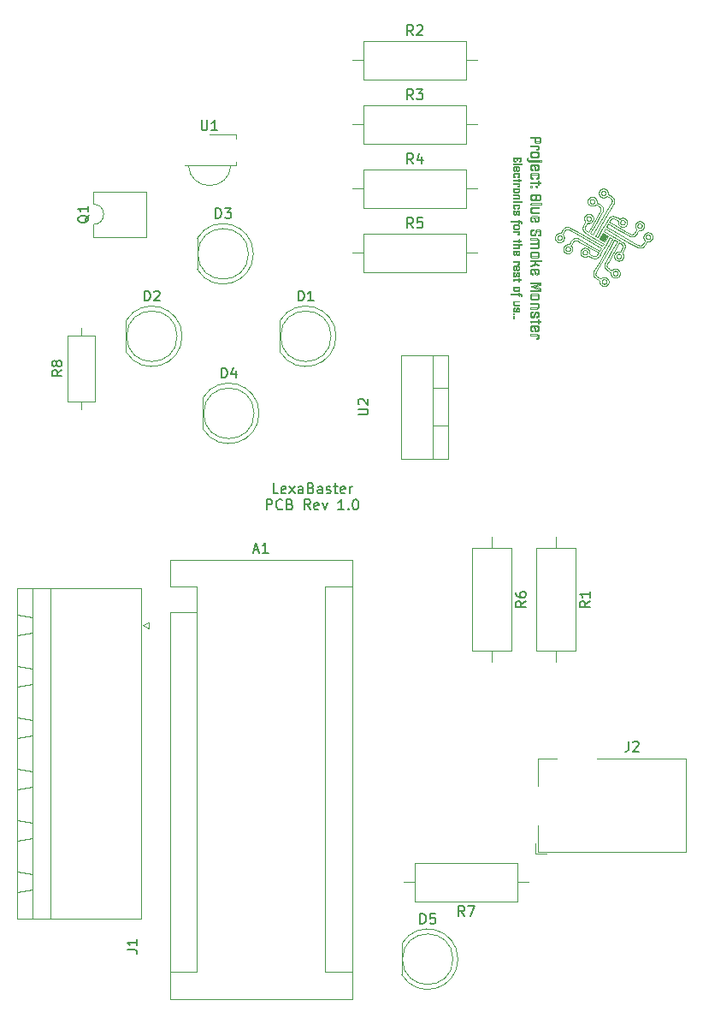
<source format=gbr>
%TF.GenerationSoftware,KiCad,Pcbnew,(5.99.0-9218-g05b559c9dc)*%
%TF.CreationDate,2021-02-22T21:08:47-05:00*%
%TF.ProjectId,LexaBlaster,4c657861-426c-4617-9374-65722e6b6963,rev?*%
%TF.SameCoordinates,Original*%
%TF.FileFunction,Legend,Top*%
%TF.FilePolarity,Positive*%
%FSLAX46Y46*%
G04 Gerber Fmt 4.6, Leading zero omitted, Abs format (unit mm)*
G04 Created by KiCad (PCBNEW (5.99.0-9218-g05b559c9dc)) date 2021-02-22 21:08:47*
%MOMM*%
%LPD*%
G01*
G04 APERTURE LIST*
%ADD10C,0.035277*%
%ADD11C,0.150000*%
%ADD12C,0.120000*%
G04 APERTURE END LIST*
D10*
X172739124Y-65991378D02*
X172737755Y-65990373D01*
X179910413Y-63111527D02*
X179913085Y-63094470D01*
X171542643Y-71083384D02*
X171538404Y-71084748D01*
X171020949Y-68934757D02*
X171018164Y-68924923D01*
X173205644Y-56181119D02*
X173207711Y-56200575D01*
X173518321Y-62802610D02*
X173518321Y-62802610D01*
X175890600Y-66165629D02*
X175901846Y-66155456D01*
X178356750Y-67258359D02*
X178356023Y-67275370D01*
X173556137Y-67382478D02*
X173558310Y-67396795D01*
X171309162Y-57938329D02*
X171304359Y-57937366D01*
X173457820Y-59805038D02*
X173459785Y-59797420D01*
X173213803Y-61693263D02*
X173215506Y-61692546D01*
X173287398Y-75732761D02*
X173289124Y-75732391D01*
X178646366Y-61821415D02*
X178628520Y-61830594D01*
X171079882Y-62311063D02*
X171058453Y-62322725D01*
X173612238Y-61995404D02*
X173616471Y-61991169D01*
X171817674Y-66516114D02*
X171816443Y-66516473D01*
X173263659Y-75786072D02*
X173263659Y-75786072D01*
X183577172Y-65084228D02*
X183588564Y-65083592D01*
X172909631Y-59995108D02*
X172896318Y-59994207D01*
X181534507Y-69539700D02*
X181540866Y-69526743D01*
X173707895Y-65121331D02*
X173713655Y-65131976D01*
X171129388Y-70738089D02*
X171125434Y-70739847D01*
X175168975Y-65751943D02*
X175167354Y-65762405D01*
X171027688Y-59508028D02*
X171031402Y-59499755D01*
X173657675Y-56148145D02*
X173657778Y-56136763D01*
X173113432Y-74961657D02*
X173110333Y-74949915D01*
X171114941Y-68689494D02*
X171111642Y-68692166D01*
X171565864Y-64821773D02*
X171567499Y-64815940D01*
X181306280Y-68059151D02*
X181325721Y-68066648D01*
X171006888Y-70848107D02*
X171007631Y-70836419D01*
X173282583Y-75734507D02*
X173284128Y-75733819D01*
X172745017Y-61627262D02*
X172749629Y-61618284D01*
X171506218Y-65176347D02*
X171515863Y-65177292D01*
X171485852Y-70651640D02*
X171496214Y-70651874D01*
X179366439Y-65781653D02*
X179366439Y-65781653D01*
X172810674Y-59789462D02*
X172814382Y-59805038D01*
X171084739Y-61191485D02*
X171088150Y-61202880D01*
X173747621Y-56213888D02*
X173745436Y-56228222D01*
X172960290Y-64264732D02*
X172958750Y-64265420D01*
X178802232Y-62448536D02*
X178794328Y-62446580D01*
X178057992Y-63972288D02*
X178060198Y-63992733D01*
X171534119Y-60687828D02*
X171537619Y-60686073D01*
X178162296Y-64698863D02*
X178174488Y-64671384D01*
X171514291Y-68678982D02*
X171509859Y-68678015D01*
X173840237Y-58220275D02*
X173840335Y-58223773D01*
X171205190Y-67517831D02*
X171204010Y-67520847D01*
X179991926Y-70605889D02*
X180012384Y-70607498D01*
X178767376Y-62438033D02*
X178758299Y-62434464D01*
X171054605Y-59463143D02*
X171057399Y-59460032D01*
X172868725Y-68971440D02*
X172863700Y-68973984D01*
X181554242Y-67852713D02*
X181539097Y-67858566D01*
X172712371Y-74726606D02*
X172714191Y-74711895D01*
X171727535Y-62214754D02*
X171728650Y-62213939D01*
X171018788Y-66813612D02*
X171019798Y-66810266D01*
X171635834Y-72121172D02*
X171635382Y-72125507D01*
X173240313Y-61688159D02*
X173243121Y-61688079D01*
X171027688Y-72163692D02*
X171031402Y-72155113D01*
X172903181Y-58676795D02*
X172896926Y-58677304D01*
X172848647Y-68865920D02*
X172854242Y-68864080D01*
X173830897Y-58181504D02*
X173831979Y-58183288D01*
X171060945Y-68635986D02*
X171063928Y-68632934D01*
X173331121Y-61989611D02*
X173335428Y-61993476D01*
X181566544Y-69461638D02*
X181570453Y-69448568D01*
X171829581Y-58489102D02*
X171830182Y-58490570D01*
X178683173Y-61805582D02*
X178664593Y-61813074D01*
X178541051Y-67092688D02*
X178524859Y-67060898D01*
X172709137Y-67476364D02*
X172709137Y-67476364D01*
X180215382Y-70285437D02*
X180207994Y-70296527D01*
X171637212Y-64652402D02*
X171639459Y-64662523D01*
X172890767Y-57414589D02*
X172884888Y-57415852D01*
X172804992Y-63982511D02*
X172806068Y-64005220D01*
X171565864Y-65297904D02*
X171564073Y-65294119D01*
X173547237Y-72406078D02*
X173550601Y-72419163D01*
X171021655Y-66505602D02*
X171020990Y-66504211D01*
X171011642Y-70941299D02*
X171010008Y-70930582D01*
X179996810Y-70379780D02*
X179988352Y-70378202D01*
X172861547Y-70714753D02*
X172861547Y-70714753D01*
X171018164Y-67418098D02*
X171015673Y-67407826D01*
X180331148Y-61163812D02*
X180319004Y-61145465D01*
X173111045Y-56009429D02*
X173111743Y-56008128D01*
X176082203Y-65179446D02*
X176102784Y-65149719D01*
X173237890Y-65119780D02*
X173240973Y-65114287D01*
X183767742Y-64613592D02*
X183768031Y-64625203D01*
X177986751Y-65169465D02*
X178001864Y-65190363D01*
X171550065Y-61230552D02*
X171552789Y-61226618D01*
X173249607Y-56300375D02*
X173254057Y-56304135D01*
X172731826Y-66434869D02*
X172730823Y-66433223D01*
X178187953Y-67486029D02*
X178176893Y-67489230D01*
X171537619Y-61243575D02*
X171540963Y-61240726D01*
X173410290Y-60816351D02*
X173408630Y-60816969D01*
X173502387Y-71895945D02*
X173498767Y-71900433D01*
X173566094Y-65031743D02*
X173578926Y-65033318D01*
X179338216Y-67512886D02*
X179322549Y-67531392D01*
X181582518Y-67445636D02*
X181590280Y-67450311D01*
X171076988Y-64742750D02*
X171077298Y-64759548D01*
X171204702Y-59840861D02*
X171203368Y-59841132D01*
X179290966Y-62287799D02*
X179290826Y-62283137D01*
X171628005Y-62221287D02*
X171628846Y-62222356D01*
X171021504Y-60426505D02*
X171022693Y-60426069D01*
X181817017Y-66862192D02*
X181804826Y-66889681D01*
X172812425Y-59629087D02*
X172810674Y-59636980D01*
X172727422Y-66425582D02*
X172726724Y-66423408D01*
X171199375Y-59140390D02*
X171200262Y-59141381D01*
X171076988Y-62719514D02*
X171076988Y-62720479D01*
X172821008Y-61713307D02*
X172819876Y-61719370D01*
X171518567Y-64607509D02*
X171514291Y-64606289D01*
X172958750Y-59159365D02*
X172957149Y-59159950D01*
X171580079Y-64934281D02*
X171576741Y-64936827D01*
X172804083Y-57597897D02*
X172804083Y-57597897D01*
X171598214Y-62553538D02*
X171603536Y-62560094D01*
X171111172Y-70993872D02*
X171114505Y-70996708D01*
X172712322Y-60791167D02*
X172711717Y-60788635D01*
X171606062Y-59787678D02*
X171603536Y-59791089D01*
X172754053Y-62540964D02*
X172751924Y-62539456D01*
X173240973Y-65114287D02*
X173244253Y-65108967D01*
X173408570Y-57424516D02*
X173403498Y-57421809D01*
X173120369Y-69343657D02*
X173116777Y-69333115D01*
X180044716Y-61198669D02*
X180053253Y-61202319D01*
X171097931Y-60911699D02*
X171101893Y-60909989D01*
X171359247Y-57871222D02*
X171363436Y-57873758D01*
X181743411Y-66450098D02*
X181764027Y-66469606D01*
X171029307Y-68203279D02*
X171029307Y-68203279D01*
X181346875Y-69258087D02*
X181349481Y-69266641D01*
X173672704Y-65075830D02*
X173680696Y-65083703D01*
X184481389Y-65941453D02*
X184473242Y-65945700D01*
X178672937Y-63772807D02*
X178678502Y-63779508D01*
X172871127Y-62807622D02*
X172883483Y-62805429D01*
X180103689Y-66208569D02*
X179561569Y-65894514D01*
X179561569Y-65894514D02*
X179875624Y-65352394D01*
X179875624Y-65352394D02*
X180417744Y-65666449D01*
X180417744Y-65666449D02*
X180103689Y-66208569D01*
X180103689Y-66208569D02*
X180103689Y-66208569D01*
G36*
X180417744Y-65666449D02*
G01*
X180103689Y-66208569D01*
X179561569Y-65894514D01*
X179875624Y-65352394D01*
X180417744Y-65666449D01*
G37*
X180417744Y-65666449D02*
X180103689Y-66208569D01*
X179561569Y-65894514D01*
X179875624Y-65352394D01*
X180417744Y-65666449D01*
X173556137Y-72446548D02*
X173558310Y-72460849D01*
X172884438Y-62133962D02*
X172872560Y-62131078D01*
X180139446Y-61270605D02*
X180144071Y-61277346D01*
X173450683Y-72658894D02*
X173453269Y-72651852D01*
X173463093Y-59781166D02*
X173464438Y-59772531D01*
X181746614Y-67997346D02*
X181762555Y-67984016D01*
X173284191Y-60818372D02*
X173282194Y-60818316D01*
X171598214Y-67138507D02*
X171603536Y-67145881D01*
X180656861Y-64029668D02*
X180672674Y-64012525D01*
X176662115Y-66942007D02*
X176661005Y-66950332D01*
X176126982Y-64817308D02*
X176103905Y-64833160D01*
X173102429Y-68234698D02*
X173102475Y-68233020D01*
X173102475Y-68233020D02*
X173102613Y-68231396D01*
X173102613Y-68231396D02*
X173102843Y-68229826D01*
X173102843Y-68229826D02*
X173103165Y-68228309D01*
X173103165Y-68228309D02*
X173103580Y-68226847D01*
X173103580Y-68226847D02*
X173104086Y-68225438D01*
X173104086Y-68225438D02*
X173104685Y-68224084D01*
X173104685Y-68224084D02*
X173105376Y-68222783D01*
X173105376Y-68222783D02*
X173106160Y-68221535D01*
X173106160Y-68221535D02*
X173107035Y-68220342D01*
X173107035Y-68220342D02*
X173108003Y-68219202D01*
X173108003Y-68219202D02*
X173109063Y-68218115D01*
X173109063Y-68218115D02*
X173110216Y-68217082D01*
X173110216Y-68217082D02*
X173111461Y-68216103D01*
X173111461Y-68216103D02*
X173112798Y-68215176D01*
X173112798Y-68215176D02*
X173114228Y-68214304D01*
X173114228Y-68214304D02*
X173115750Y-68213484D01*
X173115750Y-68213484D02*
X173117365Y-68212718D01*
X173117365Y-68212718D02*
X173119072Y-68212005D01*
X173119072Y-68212005D02*
X173120872Y-68211345D01*
X173120872Y-68211345D02*
X173122764Y-68210738D01*
X173122764Y-68210738D02*
X173124749Y-68210184D01*
X173124749Y-68210184D02*
X173126826Y-68209683D01*
X173126826Y-68209683D02*
X173128996Y-68209235D01*
X173128996Y-68209235D02*
X173131259Y-68208840D01*
X173131259Y-68208840D02*
X173133614Y-68208498D01*
X173133614Y-68208498D02*
X173136062Y-68208208D01*
X173136062Y-68208208D02*
X173138603Y-68207972D01*
X173138603Y-68207972D02*
X173141237Y-68207788D01*
X173141237Y-68207788D02*
X173143963Y-68207656D01*
X173143963Y-68207656D02*
X173149694Y-68207551D01*
X173149694Y-68207551D02*
X173155500Y-68207656D01*
X173155500Y-68207656D02*
X173160928Y-68207972D01*
X173160928Y-68207972D02*
X173165980Y-68208498D01*
X173165980Y-68208498D02*
X173170654Y-68209235D01*
X173170654Y-68209235D02*
X173174952Y-68210184D01*
X173174952Y-68210184D02*
X173178874Y-68211345D01*
X173178874Y-68211345D02*
X173182421Y-68212718D01*
X173182421Y-68212718D02*
X173185593Y-68214304D01*
X173185593Y-68214304D02*
X173188390Y-68216103D01*
X173188390Y-68216103D02*
X173189648Y-68217082D01*
X173189648Y-68217082D02*
X173190812Y-68218115D01*
X173190812Y-68218115D02*
X173191884Y-68219202D01*
X173191884Y-68219202D02*
X173192861Y-68220342D01*
X173192861Y-68220342D02*
X173193746Y-68221535D01*
X173193746Y-68221535D02*
X173194537Y-68222783D01*
X173194537Y-68222783D02*
X173195235Y-68224084D01*
X173195235Y-68224084D02*
X173195839Y-68225438D01*
X173195839Y-68225438D02*
X173196351Y-68226847D01*
X173196351Y-68226847D02*
X173196769Y-68228309D01*
X173196769Y-68228309D02*
X173197094Y-68229826D01*
X173197094Y-68229826D02*
X173197327Y-68231396D01*
X173197327Y-68231396D02*
X173197466Y-68233020D01*
X173197466Y-68233020D02*
X173197512Y-68234698D01*
X173197512Y-68234698D02*
X173197512Y-68286375D01*
X173197512Y-68286375D02*
X173198009Y-68300012D01*
X173198009Y-68300012D02*
X173198878Y-68312399D01*
X173198878Y-68312399D02*
X173199450Y-68318124D01*
X173199450Y-68318124D02*
X173200114Y-68323538D01*
X173200114Y-68323538D02*
X173200869Y-68328642D01*
X173200869Y-68328642D02*
X173201716Y-68333435D01*
X173201716Y-68333435D02*
X173202652Y-68337918D01*
X173202652Y-68337918D02*
X173203679Y-68342091D01*
X173203679Y-68342091D02*
X173204795Y-68345955D01*
X173204795Y-68345955D02*
X173206000Y-68349510D01*
X173206000Y-68349510D02*
X173207295Y-68352757D01*
X173207295Y-68352757D02*
X173208677Y-68355695D01*
X173208677Y-68355695D02*
X173210148Y-68358327D01*
X173210148Y-68358327D02*
X173211706Y-68360650D01*
X173211706Y-68360650D02*
X173213437Y-68362840D01*
X173213437Y-68362840D02*
X173215427Y-68365017D01*
X173215427Y-68365017D02*
X173217674Y-68367181D01*
X173217674Y-68367181D02*
X173220179Y-68369332D01*
X173220179Y-68369332D02*
X173222942Y-68371471D01*
X173222942Y-68371471D02*
X173225962Y-68373596D01*
X173225962Y-68373596D02*
X173229240Y-68375708D01*
X173229240Y-68375708D02*
X173232774Y-68377808D01*
X173232774Y-68377808D02*
X173236565Y-68379894D01*
X173236565Y-68379894D02*
X173240612Y-68381968D01*
X173240612Y-68381968D02*
X173244916Y-68384028D01*
X173244916Y-68384028D02*
X173249476Y-68386076D01*
X173249476Y-68386076D02*
X173254292Y-68388111D01*
X173254292Y-68388111D02*
X173259364Y-68390132D01*
X173259364Y-68390132D02*
X173264691Y-68392141D01*
X173264691Y-68392141D02*
X173270274Y-68394137D01*
X173270274Y-68394137D02*
X173518321Y-68485640D01*
X173518321Y-68485640D02*
X173520241Y-68486334D01*
X173520241Y-68486334D02*
X173522100Y-68487098D01*
X173522100Y-68487098D02*
X173523897Y-68487932D01*
X173523897Y-68487932D02*
X173525633Y-68488837D01*
X173525633Y-68488837D02*
X173527308Y-68489813D01*
X173527308Y-68489813D02*
X173528922Y-68490859D01*
X173528922Y-68490859D02*
X173530474Y-68491975D01*
X173530474Y-68491975D02*
X173531965Y-68493162D01*
X173531965Y-68493162D02*
X173533396Y-68494420D01*
X173533396Y-68494420D02*
X173534764Y-68495748D01*
X173534764Y-68495748D02*
X173536072Y-68497148D01*
X173536072Y-68497148D02*
X173537319Y-68498618D01*
X173537319Y-68498618D02*
X173538505Y-68500159D01*
X173538505Y-68500159D02*
X173539629Y-68501770D01*
X173539629Y-68501770D02*
X173540693Y-68503453D01*
X173540693Y-68503453D02*
X173541696Y-68505207D01*
X173541696Y-68505207D02*
X173542637Y-68507032D01*
X173542637Y-68507032D02*
X173543518Y-68508928D01*
X173543518Y-68508928D02*
X173544338Y-68510895D01*
X173544338Y-68510895D02*
X173545097Y-68512933D01*
X173545097Y-68512933D02*
X173545795Y-68515043D01*
X173545795Y-68515043D02*
X173546432Y-68517223D01*
X173546432Y-68517223D02*
X173547008Y-68519476D01*
X173547008Y-68519476D02*
X173547524Y-68521799D01*
X173547524Y-68521799D02*
X173547979Y-68524194D01*
X173547979Y-68524194D02*
X173548373Y-68526661D01*
X173548373Y-68526661D02*
X173548706Y-68529199D01*
X173548706Y-68529199D02*
X173548979Y-68531809D01*
X173548979Y-68531809D02*
X173549191Y-68534491D01*
X173549191Y-68534491D02*
X173549343Y-68537244D01*
X173549343Y-68537244D02*
X173549464Y-68542965D01*
X173549464Y-68542965D02*
X173549367Y-68548572D01*
X173549367Y-68548572D02*
X173549077Y-68553818D01*
X173549077Y-68553818D02*
X173548595Y-68558701D01*
X173548595Y-68558701D02*
X173547920Y-68563223D01*
X173547920Y-68563223D02*
X173547054Y-68567383D01*
X173547054Y-68567383D02*
X173545997Y-68571181D01*
X173545997Y-68571181D02*
X173544751Y-68574618D01*
X173544751Y-68574618D02*
X173543314Y-68577693D01*
X173543314Y-68577693D02*
X173541689Y-68580406D01*
X173541689Y-68580406D02*
X173539875Y-68582757D01*
X173539875Y-68582757D02*
X173538898Y-68583797D01*
X173538898Y-68583797D02*
X173537874Y-68584747D01*
X173537874Y-68584747D02*
X173536803Y-68585606D01*
X173536803Y-68585606D02*
X173535686Y-68586374D01*
X173535686Y-68586374D02*
X173534521Y-68587053D01*
X173534521Y-68587053D02*
X173533311Y-68587640D01*
X173533311Y-68587640D02*
X173532053Y-68588138D01*
X173532053Y-68588138D02*
X173530750Y-68588545D01*
X173530750Y-68588545D02*
X173529400Y-68588861D01*
X173529400Y-68588861D02*
X173528004Y-68589087D01*
X173528004Y-68589087D02*
X173526561Y-68589223D01*
X173526561Y-68589223D02*
X173525073Y-68589268D01*
X173525073Y-68589268D02*
X173524740Y-68589215D01*
X173524740Y-68589215D02*
X173524104Y-68589056D01*
X173524104Y-68589056D02*
X173521921Y-68588422D01*
X173521921Y-68588422D02*
X173513911Y-68585909D01*
X173513911Y-68585909D02*
X173483319Y-68576039D01*
X173483319Y-68576039D02*
X173232377Y-68487982D01*
X173232377Y-68487982D02*
X173228253Y-68486443D01*
X173228253Y-68486443D02*
X173224251Y-68484823D01*
X173224251Y-68484823D02*
X173220371Y-68483123D01*
X173220371Y-68483123D02*
X173216614Y-68481342D01*
X173216614Y-68481342D02*
X173212978Y-68479480D01*
X173212978Y-68479480D02*
X173209465Y-68477537D01*
X173209465Y-68477537D02*
X173206072Y-68475513D01*
X173206072Y-68475513D02*
X173202801Y-68473409D01*
X173202801Y-68473409D02*
X173199651Y-68471224D01*
X173199651Y-68471224D02*
X173196622Y-68468958D01*
X173196622Y-68468958D02*
X173193714Y-68466612D01*
X173193714Y-68466612D02*
X173190926Y-68464185D01*
X173190926Y-68464185D02*
X173188259Y-68461677D01*
X173188259Y-68461677D02*
X173185712Y-68459088D01*
X173185712Y-68459088D02*
X173183284Y-68456418D01*
X173183284Y-68456418D02*
X173180976Y-68453668D01*
X173180976Y-68453668D02*
X173179476Y-68457509D01*
X173179476Y-68457509D02*
X173177842Y-68461282D01*
X173177842Y-68461282D02*
X173176075Y-68464987D01*
X173176075Y-68464987D02*
X173174175Y-68468622D01*
X173174175Y-68468622D02*
X173172142Y-68472189D01*
X173172142Y-68472189D02*
X173169976Y-68475687D01*
X173169976Y-68475687D02*
X173167677Y-68479117D01*
X173167677Y-68479117D02*
X173165246Y-68482478D01*
X173165246Y-68482478D02*
X173162681Y-68485771D01*
X173162681Y-68485771D02*
X173159984Y-68488994D01*
X173159984Y-68488994D02*
X173157154Y-68492150D01*
X173157154Y-68492150D02*
X173154191Y-68495236D01*
X173154191Y-68495236D02*
X173147867Y-68501203D01*
X173147867Y-68501203D02*
X173141014Y-68506896D01*
X173141014Y-68506896D02*
X173133631Y-68512314D01*
X173133631Y-68512314D02*
X173125718Y-68517457D01*
X173125718Y-68517457D02*
X173117277Y-68522326D01*
X173117277Y-68522326D02*
X173108307Y-68526920D01*
X173108307Y-68526920D02*
X173098809Y-68531240D01*
X173098809Y-68531240D02*
X173088783Y-68535285D01*
X173088783Y-68535285D02*
X173078230Y-68539056D01*
X173078230Y-68539056D02*
X173067150Y-68542552D01*
X173067150Y-68542552D02*
X172783964Y-68623167D01*
X172783964Y-68623167D02*
X172768612Y-68627407D01*
X172768612Y-68627407D02*
X172757471Y-68630419D01*
X172757471Y-68630419D02*
X172750516Y-68632217D01*
X172750516Y-68632217D02*
X172748600Y-68632665D01*
X172748600Y-68632665D02*
X172747721Y-68632814D01*
X172747721Y-68632814D02*
X172746196Y-68632768D01*
X172746196Y-68632768D02*
X172744719Y-68632630D01*
X172744719Y-68632630D02*
X172743292Y-68632399D01*
X172743292Y-68632399D02*
X172741914Y-68632077D01*
X172741914Y-68632077D02*
X172740585Y-68631663D01*
X172740585Y-68631663D02*
X172739305Y-68631156D01*
X172739305Y-68631156D02*
X172738073Y-68630557D01*
X172738073Y-68630557D02*
X172736891Y-68629866D01*
X172736891Y-68629866D02*
X172735758Y-68629083D01*
X172735758Y-68629083D02*
X172734673Y-68628207D01*
X172734673Y-68628207D02*
X172733637Y-68627239D01*
X172733637Y-68627239D02*
X172732650Y-68626179D01*
X172732650Y-68626179D02*
X172731711Y-68625026D01*
X172731711Y-68625026D02*
X172730821Y-68623781D01*
X172730821Y-68623781D02*
X172729980Y-68622444D01*
X172729980Y-68622444D02*
X172729187Y-68621014D01*
X172729187Y-68621014D02*
X172728442Y-68619492D01*
X172728442Y-68619492D02*
X172727746Y-68617877D01*
X172727746Y-68617877D02*
X172727098Y-68616170D01*
X172727098Y-68616170D02*
X172726499Y-68614370D01*
X172726499Y-68614370D02*
X172725948Y-68612478D01*
X172725948Y-68612478D02*
X172725445Y-68610493D01*
X172725445Y-68610493D02*
X172724990Y-68608415D01*
X172724990Y-68608415D02*
X172724583Y-68606245D01*
X172724583Y-68606245D02*
X172724224Y-68603982D01*
X172724224Y-68603982D02*
X172723913Y-68601627D01*
X172723913Y-68601627D02*
X172723651Y-68599179D01*
X172723651Y-68599179D02*
X172723436Y-68596638D01*
X172723436Y-68596638D02*
X172723269Y-68594004D01*
X172723269Y-68594004D02*
X172723149Y-68591278D01*
X172723149Y-68591278D02*
X172723054Y-68585547D01*
X172723054Y-68585547D02*
X172723175Y-68579728D01*
X172723175Y-68579728D02*
X172723539Y-68574210D01*
X172723539Y-68574210D02*
X172724145Y-68568993D01*
X172724145Y-68568993D02*
X172724994Y-68564077D01*
X172724994Y-68564077D02*
X172726086Y-68559462D01*
X172726086Y-68559462D02*
X172727422Y-68555149D01*
X172727422Y-68555149D02*
X172729001Y-68551137D01*
X172729001Y-68551137D02*
X172730823Y-68547427D01*
X172730823Y-68547427D02*
X172732890Y-68544018D01*
X172732890Y-68544018D02*
X172735200Y-68540912D01*
X172735200Y-68540912D02*
X172737755Y-68538109D01*
X172737755Y-68538109D02*
X172740554Y-68535608D01*
X172740554Y-68535608D02*
X172743598Y-68533410D01*
X172743598Y-68533410D02*
X172746886Y-68531515D01*
X172746886Y-68531515D02*
X172750420Y-68529923D01*
X172750420Y-68529923D02*
X172754199Y-68528634D01*
X172754199Y-68528634D02*
X173029530Y-68448433D01*
X173029530Y-68448433D02*
X173035336Y-68446725D01*
X173035336Y-68446725D02*
X173040867Y-68444963D01*
X173040867Y-68444963D02*
X173046125Y-68443144D01*
X173046125Y-68443144D02*
X173051109Y-68441268D01*
X173051109Y-68441268D02*
X173055821Y-68439336D01*
X173055821Y-68439336D02*
X173060260Y-68437345D01*
X173060260Y-68437345D02*
X173064427Y-68435296D01*
X173064427Y-68435296D02*
X173068322Y-68433187D01*
X173068322Y-68433187D02*
X173071946Y-68431019D01*
X173071946Y-68431019D02*
X173075299Y-68428791D01*
X173075299Y-68428791D02*
X173078381Y-68426502D01*
X173078381Y-68426502D02*
X173081194Y-68424151D01*
X173081194Y-68424151D02*
X173083736Y-68421737D01*
X173083736Y-68421737D02*
X173086010Y-68419261D01*
X173086010Y-68419261D02*
X173088014Y-68416722D01*
X173088014Y-68416722D02*
X173089750Y-68414119D01*
X173089750Y-68414119D02*
X173091278Y-68411256D01*
X173091278Y-68411256D02*
X173092708Y-68407989D01*
X173092708Y-68407989D02*
X173094042Y-68404319D01*
X173094042Y-68404319D02*
X173095278Y-68400246D01*
X173095278Y-68400246D02*
X173096416Y-68395770D01*
X173096416Y-68395770D02*
X173097456Y-68390891D01*
X173097456Y-68390891D02*
X173098398Y-68385610D01*
X173098398Y-68385610D02*
X173099242Y-68379926D01*
X173099242Y-68379926D02*
X173099987Y-68373841D01*
X173099987Y-68373841D02*
X173100634Y-68367353D01*
X173100634Y-68367353D02*
X173101181Y-68360464D01*
X173101181Y-68360464D02*
X173101630Y-68353173D01*
X173101630Y-68353173D02*
X173101979Y-68345481D01*
X173101979Y-68345481D02*
X173102229Y-68337388D01*
X173102229Y-68337388D02*
X173102379Y-68328894D01*
X173102379Y-68328894D02*
X173102429Y-68319999D01*
X173102429Y-68319999D02*
X173102429Y-68234698D01*
X173102429Y-68234698D02*
X173102429Y-68234698D01*
G36*
X173155500Y-68207656D02*
G01*
X173160928Y-68207972D01*
X173165980Y-68208498D01*
X173170654Y-68209235D01*
X173174952Y-68210184D01*
X173178874Y-68211345D01*
X173182421Y-68212718D01*
X173185593Y-68214304D01*
X173188390Y-68216103D01*
X173189648Y-68217082D01*
X173190812Y-68218115D01*
X173191884Y-68219202D01*
X173192861Y-68220342D01*
X173193746Y-68221535D01*
X173194537Y-68222783D01*
X173195235Y-68224084D01*
X173195839Y-68225438D01*
X173196351Y-68226847D01*
X173196769Y-68228309D01*
X173197094Y-68229826D01*
X173197327Y-68231396D01*
X173197466Y-68233020D01*
X173197512Y-68234698D01*
X173197512Y-68286375D01*
X173198009Y-68300012D01*
X173198878Y-68312399D01*
X173199450Y-68318124D01*
X173200114Y-68323538D01*
X173200869Y-68328642D01*
X173201716Y-68333435D01*
X173202652Y-68337918D01*
X173203679Y-68342091D01*
X173204795Y-68345955D01*
X173206000Y-68349510D01*
X173207295Y-68352757D01*
X173208677Y-68355695D01*
X173210148Y-68358327D01*
X173211706Y-68360650D01*
X173213437Y-68362840D01*
X173215427Y-68365017D01*
X173217674Y-68367181D01*
X173220179Y-68369332D01*
X173222942Y-68371471D01*
X173225962Y-68373596D01*
X173229240Y-68375708D01*
X173232774Y-68377808D01*
X173236565Y-68379894D01*
X173240612Y-68381968D01*
X173244916Y-68384028D01*
X173249476Y-68386076D01*
X173254292Y-68388111D01*
X173259364Y-68390132D01*
X173264691Y-68392141D01*
X173270274Y-68394137D01*
X173518321Y-68485640D01*
X173520241Y-68486334D01*
X173522100Y-68487098D01*
X173523897Y-68487932D01*
X173525633Y-68488837D01*
X173527308Y-68489813D01*
X173528922Y-68490859D01*
X173530474Y-68491975D01*
X173531965Y-68493162D01*
X173533396Y-68494420D01*
X173534764Y-68495748D01*
X173536072Y-68497148D01*
X173537319Y-68498618D01*
X173538505Y-68500159D01*
X173539629Y-68501770D01*
X173540693Y-68503453D01*
X173541696Y-68505207D01*
X173542637Y-68507032D01*
X173543518Y-68508928D01*
X173544338Y-68510895D01*
X173545097Y-68512933D01*
X173545795Y-68515043D01*
X173546432Y-68517223D01*
X173547008Y-68519476D01*
X173547524Y-68521799D01*
X173547979Y-68524194D01*
X173548373Y-68526661D01*
X173548706Y-68529199D01*
X173548979Y-68531809D01*
X173549191Y-68534491D01*
X173549343Y-68537244D01*
X173549464Y-68542965D01*
X173549367Y-68548572D01*
X173549077Y-68553818D01*
X173548595Y-68558701D01*
X173547920Y-68563223D01*
X173547054Y-68567383D01*
X173545997Y-68571181D01*
X173544751Y-68574618D01*
X173543314Y-68577693D01*
X173541689Y-68580406D01*
X173539875Y-68582757D01*
X173538898Y-68583797D01*
X173537874Y-68584747D01*
X173536803Y-68585606D01*
X173535686Y-68586374D01*
X173534521Y-68587053D01*
X173533311Y-68587640D01*
X173532053Y-68588138D01*
X173530750Y-68588545D01*
X173529400Y-68588861D01*
X173528004Y-68589087D01*
X173526561Y-68589223D01*
X173525073Y-68589268D01*
X173524740Y-68589215D01*
X173524104Y-68589056D01*
X173521921Y-68588422D01*
X173513911Y-68585909D01*
X173483319Y-68576039D01*
X173232377Y-68487982D01*
X173228253Y-68486443D01*
X173224251Y-68484823D01*
X173220371Y-68483123D01*
X173216614Y-68481342D01*
X173212978Y-68479480D01*
X173209465Y-68477537D01*
X173206072Y-68475513D01*
X173202801Y-68473409D01*
X173199651Y-68471224D01*
X173196622Y-68468958D01*
X173193714Y-68466612D01*
X173190926Y-68464185D01*
X173188259Y-68461677D01*
X173185712Y-68459088D01*
X173183284Y-68456418D01*
X173180976Y-68453668D01*
X173179476Y-68457509D01*
X173177842Y-68461282D01*
X173176075Y-68464987D01*
X173174175Y-68468622D01*
X173172142Y-68472189D01*
X173169976Y-68475687D01*
X173167677Y-68479117D01*
X173165246Y-68482478D01*
X173162681Y-68485771D01*
X173159984Y-68488994D01*
X173157154Y-68492150D01*
X173154191Y-68495236D01*
X173147867Y-68501203D01*
X173141014Y-68506896D01*
X173133631Y-68512314D01*
X173125718Y-68517457D01*
X173117277Y-68522326D01*
X173108307Y-68526920D01*
X173098809Y-68531240D01*
X173088783Y-68535285D01*
X173078230Y-68539056D01*
X173067150Y-68542552D01*
X172783964Y-68623167D01*
X172768612Y-68627407D01*
X172757471Y-68630419D01*
X172750516Y-68632217D01*
X172748600Y-68632665D01*
X172747721Y-68632814D01*
X172746196Y-68632768D01*
X172744719Y-68632630D01*
X172743292Y-68632399D01*
X172741914Y-68632077D01*
X172740585Y-68631663D01*
X172739305Y-68631156D01*
X172738073Y-68630557D01*
X172736891Y-68629866D01*
X172735758Y-68629083D01*
X172734673Y-68628207D01*
X172733637Y-68627239D01*
X172732650Y-68626179D01*
X172731711Y-68625026D01*
X172730821Y-68623781D01*
X172729980Y-68622444D01*
X172729187Y-68621014D01*
X172728442Y-68619492D01*
X172727746Y-68617877D01*
X172727098Y-68616170D01*
X172726499Y-68614370D01*
X172725948Y-68612478D01*
X172725445Y-68610493D01*
X172724990Y-68608415D01*
X172724583Y-68606245D01*
X172724224Y-68603982D01*
X172723913Y-68601627D01*
X172723651Y-68599179D01*
X172723436Y-68596638D01*
X172723269Y-68594004D01*
X172723149Y-68591278D01*
X172723054Y-68585547D01*
X172723175Y-68579728D01*
X172723539Y-68574210D01*
X172724145Y-68568993D01*
X172724994Y-68564077D01*
X172726086Y-68559462D01*
X172727422Y-68555149D01*
X172729001Y-68551137D01*
X172730823Y-68547427D01*
X172732890Y-68544018D01*
X172735200Y-68540912D01*
X172737755Y-68538109D01*
X172740554Y-68535608D01*
X172743598Y-68533410D01*
X172746886Y-68531515D01*
X172750420Y-68529923D01*
X172754199Y-68528634D01*
X173029530Y-68448433D01*
X173035336Y-68446725D01*
X173040867Y-68444963D01*
X173046125Y-68443144D01*
X173051109Y-68441268D01*
X173055821Y-68439336D01*
X173060260Y-68437345D01*
X173064427Y-68435296D01*
X173068322Y-68433187D01*
X173071946Y-68431019D01*
X173075299Y-68428791D01*
X173078381Y-68426502D01*
X173081194Y-68424151D01*
X173083736Y-68421737D01*
X173086010Y-68419261D01*
X173088014Y-68416722D01*
X173089750Y-68414119D01*
X173091278Y-68411256D01*
X173092708Y-68407989D01*
X173094042Y-68404319D01*
X173095278Y-68400246D01*
X173096416Y-68395770D01*
X173097456Y-68390891D01*
X173098398Y-68385610D01*
X173099242Y-68379926D01*
X173099987Y-68373841D01*
X173100634Y-68367353D01*
X173101181Y-68360464D01*
X173101630Y-68353173D01*
X173101979Y-68345481D01*
X173102229Y-68337388D01*
X173102379Y-68328894D01*
X173102429Y-68319999D01*
X173102429Y-68234698D01*
X173102475Y-68233020D01*
X173102613Y-68231396D01*
X173102843Y-68229826D01*
X173103165Y-68228309D01*
X173103580Y-68226847D01*
X173104086Y-68225438D01*
X173104685Y-68224084D01*
X173105376Y-68222783D01*
X173106160Y-68221535D01*
X173107035Y-68220342D01*
X173108003Y-68219202D01*
X173109063Y-68218115D01*
X173110216Y-68217082D01*
X173111461Y-68216103D01*
X173112798Y-68215176D01*
X173114228Y-68214304D01*
X173115750Y-68213484D01*
X173117365Y-68212718D01*
X173119072Y-68212005D01*
X173120872Y-68211345D01*
X173122764Y-68210738D01*
X173124749Y-68210184D01*
X173126826Y-68209683D01*
X173128996Y-68209235D01*
X173131259Y-68208840D01*
X173133614Y-68208498D01*
X173136062Y-68208208D01*
X173138603Y-68207972D01*
X173141237Y-68207788D01*
X173143963Y-68207656D01*
X173149694Y-68207551D01*
X173155500Y-68207656D01*
G37*
X173155500Y-68207656D02*
X173160928Y-68207972D01*
X173165980Y-68208498D01*
X173170654Y-68209235D01*
X173174952Y-68210184D01*
X173178874Y-68211345D01*
X173182421Y-68212718D01*
X173185593Y-68214304D01*
X173188390Y-68216103D01*
X173189648Y-68217082D01*
X173190812Y-68218115D01*
X173191884Y-68219202D01*
X173192861Y-68220342D01*
X173193746Y-68221535D01*
X173194537Y-68222783D01*
X173195235Y-68224084D01*
X173195839Y-68225438D01*
X173196351Y-68226847D01*
X173196769Y-68228309D01*
X173197094Y-68229826D01*
X173197327Y-68231396D01*
X173197466Y-68233020D01*
X173197512Y-68234698D01*
X173197512Y-68286375D01*
X173198009Y-68300012D01*
X173198878Y-68312399D01*
X173199450Y-68318124D01*
X173200114Y-68323538D01*
X173200869Y-68328642D01*
X173201716Y-68333435D01*
X173202652Y-68337918D01*
X173203679Y-68342091D01*
X173204795Y-68345955D01*
X173206000Y-68349510D01*
X173207295Y-68352757D01*
X173208677Y-68355695D01*
X173210148Y-68358327D01*
X173211706Y-68360650D01*
X173213437Y-68362840D01*
X173215427Y-68365017D01*
X173217674Y-68367181D01*
X173220179Y-68369332D01*
X173222942Y-68371471D01*
X173225962Y-68373596D01*
X173229240Y-68375708D01*
X173232774Y-68377808D01*
X173236565Y-68379894D01*
X173240612Y-68381968D01*
X173244916Y-68384028D01*
X173249476Y-68386076D01*
X173254292Y-68388111D01*
X173259364Y-68390132D01*
X173264691Y-68392141D01*
X173270274Y-68394137D01*
X173518321Y-68485640D01*
X173520241Y-68486334D01*
X173522100Y-68487098D01*
X173523897Y-68487932D01*
X173525633Y-68488837D01*
X173527308Y-68489813D01*
X173528922Y-68490859D01*
X173530474Y-68491975D01*
X173531965Y-68493162D01*
X173533396Y-68494420D01*
X173534764Y-68495748D01*
X173536072Y-68497148D01*
X173537319Y-68498618D01*
X173538505Y-68500159D01*
X173539629Y-68501770D01*
X173540693Y-68503453D01*
X173541696Y-68505207D01*
X173542637Y-68507032D01*
X173543518Y-68508928D01*
X173544338Y-68510895D01*
X173545097Y-68512933D01*
X173545795Y-68515043D01*
X173546432Y-68517223D01*
X173547008Y-68519476D01*
X173547524Y-68521799D01*
X173547979Y-68524194D01*
X173548373Y-68526661D01*
X173548706Y-68529199D01*
X173548979Y-68531809D01*
X173549191Y-68534491D01*
X173549343Y-68537244D01*
X173549464Y-68542965D01*
X173549367Y-68548572D01*
X173549077Y-68553818D01*
X173548595Y-68558701D01*
X173547920Y-68563223D01*
X173547054Y-68567383D01*
X173545997Y-68571181D01*
X173544751Y-68574618D01*
X173543314Y-68577693D01*
X173541689Y-68580406D01*
X173539875Y-68582757D01*
X173538898Y-68583797D01*
X173537874Y-68584747D01*
X173536803Y-68585606D01*
X173535686Y-68586374D01*
X173534521Y-68587053D01*
X173533311Y-68587640D01*
X173532053Y-68588138D01*
X173530750Y-68588545D01*
X173529400Y-68588861D01*
X173528004Y-68589087D01*
X173526561Y-68589223D01*
X173525073Y-68589268D01*
X173524740Y-68589215D01*
X173524104Y-68589056D01*
X173521921Y-68588422D01*
X173513911Y-68585909D01*
X173483319Y-68576039D01*
X173232377Y-68487982D01*
X173228253Y-68486443D01*
X173224251Y-68484823D01*
X173220371Y-68483123D01*
X173216614Y-68481342D01*
X173212978Y-68479480D01*
X173209465Y-68477537D01*
X173206072Y-68475513D01*
X173202801Y-68473409D01*
X173199651Y-68471224D01*
X173196622Y-68468958D01*
X173193714Y-68466612D01*
X173190926Y-68464185D01*
X173188259Y-68461677D01*
X173185712Y-68459088D01*
X173183284Y-68456418D01*
X173180976Y-68453668D01*
X173179476Y-68457509D01*
X173177842Y-68461282D01*
X173176075Y-68464987D01*
X173174175Y-68468622D01*
X173172142Y-68472189D01*
X173169976Y-68475687D01*
X173167677Y-68479117D01*
X173165246Y-68482478D01*
X173162681Y-68485771D01*
X173159984Y-68488994D01*
X173157154Y-68492150D01*
X173154191Y-68495236D01*
X173147867Y-68501203D01*
X173141014Y-68506896D01*
X173133631Y-68512314D01*
X173125718Y-68517457D01*
X173117277Y-68522326D01*
X173108307Y-68526920D01*
X173098809Y-68531240D01*
X173088783Y-68535285D01*
X173078230Y-68539056D01*
X173067150Y-68542552D01*
X172783964Y-68623167D01*
X172768612Y-68627407D01*
X172757471Y-68630419D01*
X172750516Y-68632217D01*
X172748600Y-68632665D01*
X172747721Y-68632814D01*
X172746196Y-68632768D01*
X172744719Y-68632630D01*
X172743292Y-68632399D01*
X172741914Y-68632077D01*
X172740585Y-68631663D01*
X172739305Y-68631156D01*
X172738073Y-68630557D01*
X172736891Y-68629866D01*
X172735758Y-68629083D01*
X172734673Y-68628207D01*
X172733637Y-68627239D01*
X172732650Y-68626179D01*
X172731711Y-68625026D01*
X172730821Y-68623781D01*
X172729980Y-68622444D01*
X172729187Y-68621014D01*
X172728442Y-68619492D01*
X172727746Y-68617877D01*
X172727098Y-68616170D01*
X172726499Y-68614370D01*
X172725948Y-68612478D01*
X172725445Y-68610493D01*
X172724990Y-68608415D01*
X172724583Y-68606245D01*
X172724224Y-68603982D01*
X172723913Y-68601627D01*
X172723651Y-68599179D01*
X172723436Y-68596638D01*
X172723269Y-68594004D01*
X172723149Y-68591278D01*
X172723054Y-68585547D01*
X172723175Y-68579728D01*
X172723539Y-68574210D01*
X172724145Y-68568993D01*
X172724994Y-68564077D01*
X172726086Y-68559462D01*
X172727422Y-68555149D01*
X172729001Y-68551137D01*
X172730823Y-68547427D01*
X172732890Y-68544018D01*
X172735200Y-68540912D01*
X172737755Y-68538109D01*
X172740554Y-68535608D01*
X172743598Y-68533410D01*
X172746886Y-68531515D01*
X172750420Y-68529923D01*
X172754199Y-68528634D01*
X173029530Y-68448433D01*
X173035336Y-68446725D01*
X173040867Y-68444963D01*
X173046125Y-68443144D01*
X173051109Y-68441268D01*
X173055821Y-68439336D01*
X173060260Y-68437345D01*
X173064427Y-68435296D01*
X173068322Y-68433187D01*
X173071946Y-68431019D01*
X173075299Y-68428791D01*
X173078381Y-68426502D01*
X173081194Y-68424151D01*
X173083736Y-68421737D01*
X173086010Y-68419261D01*
X173088014Y-68416722D01*
X173089750Y-68414119D01*
X173091278Y-68411256D01*
X173092708Y-68407989D01*
X173094042Y-68404319D01*
X173095278Y-68400246D01*
X173096416Y-68395770D01*
X173097456Y-68390891D01*
X173098398Y-68385610D01*
X173099242Y-68379926D01*
X173099987Y-68373841D01*
X173100634Y-68367353D01*
X173101181Y-68360464D01*
X173101630Y-68353173D01*
X173101979Y-68345481D01*
X173102229Y-68337388D01*
X173102379Y-68328894D01*
X173102429Y-68319999D01*
X173102429Y-68234698D01*
X173102475Y-68233020D01*
X173102613Y-68231396D01*
X173102843Y-68229826D01*
X173103165Y-68228309D01*
X173103580Y-68226847D01*
X173104086Y-68225438D01*
X173104685Y-68224084D01*
X173105376Y-68222783D01*
X173106160Y-68221535D01*
X173107035Y-68220342D01*
X173108003Y-68219202D01*
X173109063Y-68218115D01*
X173110216Y-68217082D01*
X173111461Y-68216103D01*
X173112798Y-68215176D01*
X173114228Y-68214304D01*
X173115750Y-68213484D01*
X173117365Y-68212718D01*
X173119072Y-68212005D01*
X173120872Y-68211345D01*
X173122764Y-68210738D01*
X173124749Y-68210184D01*
X173126826Y-68209683D01*
X173128996Y-68209235D01*
X173131259Y-68208840D01*
X173133614Y-68208498D01*
X173136062Y-68208208D01*
X173138603Y-68207972D01*
X173141237Y-68207788D01*
X173143963Y-68207656D01*
X173149694Y-68207551D01*
X173155500Y-68207656D01*
X171084521Y-68888004D02*
X171087473Y-68900314D01*
X171207638Y-59189119D02*
X171207004Y-59193084D01*
X171630391Y-62285621D02*
X171629641Y-62286851D01*
X178621913Y-62249184D02*
X178621375Y-62239680D01*
X171027585Y-66871721D02*
X171026601Y-66870890D01*
X180680168Y-63730665D02*
X180652076Y-63745252D01*
X176886156Y-66316755D02*
X176906640Y-66285275D01*
X172890767Y-59541754D02*
X172884888Y-59542929D01*
X182047943Y-64404303D02*
X182038954Y-64418256D01*
X172992170Y-65118458D02*
X172990501Y-65118934D01*
X173524445Y-75452545D02*
X173529801Y-75461414D01*
X176528189Y-67368166D02*
X176554192Y-67361339D01*
X172720096Y-56773023D02*
X172718971Y-56771595D01*
X171010940Y-73337341D02*
X171012358Y-73334473D01*
X173270676Y-75086010D02*
X173258239Y-75084707D01*
X171193095Y-59136111D02*
X171194256Y-59136625D01*
X171495636Y-66517112D02*
X171495636Y-66517112D01*
X181419490Y-64167224D02*
X181414268Y-64185544D01*
X173713655Y-56328474D02*
X173707895Y-56339204D01*
X173441684Y-71530104D02*
X173438270Y-71524503D01*
X171134638Y-73537219D02*
X171135417Y-73538526D01*
X173423460Y-60803989D02*
X173421325Y-60807362D01*
X181178911Y-69781899D02*
X181198973Y-69779739D01*
X182297108Y-64360983D02*
X182299154Y-64345288D01*
X171114505Y-59747464D02*
X171117993Y-59749879D01*
X173672704Y-61578479D02*
X173680696Y-61586448D01*
X172948226Y-59052830D02*
X172948226Y-59052830D01*
X171555357Y-62818026D02*
X171557769Y-62813833D01*
X184266132Y-66200097D02*
X184271619Y-66197212D01*
X171426354Y-68461082D02*
X171425741Y-68459614D01*
X173837094Y-58258342D02*
X173835652Y-58263158D01*
X171146751Y-64881112D02*
X171151479Y-64881520D01*
X173147259Y-62013477D02*
X173152059Y-62010190D01*
X184315226Y-66187485D02*
X184320298Y-66187631D01*
X171010008Y-62777054D02*
X171008671Y-62766426D01*
X172951979Y-64158810D02*
X172953764Y-64159075D01*
X172837804Y-58583484D02*
X172843167Y-58581320D01*
X180292550Y-61111358D02*
X180278185Y-61095546D01*
X173185452Y-55996689D02*
X173188971Y-55998063D01*
X178654135Y-64342236D02*
X178677269Y-64332385D01*
X181837350Y-67376751D02*
X181834727Y-67372391D01*
X171518567Y-66791001D02*
X171522687Y-66789517D01*
X171092605Y-62218264D02*
X171097791Y-62217290D01*
X171132153Y-57857042D02*
X171136837Y-57856255D01*
X172805021Y-65297192D02*
X172804731Y-65307587D01*
X171643056Y-59686774D02*
X171641407Y-59697144D01*
X181399836Y-64286448D02*
X181399734Y-64295576D01*
X172903143Y-67660427D02*
X172909642Y-67660608D01*
X171076988Y-58078970D02*
X171077298Y-58096393D01*
X173663514Y-58183288D02*
X173664610Y-58181504D01*
X171585436Y-67506465D02*
X171582244Y-67508785D01*
X178518146Y-63691918D02*
X178526049Y-63692621D01*
X171432160Y-62912675D02*
X171431732Y-62910888D01*
X184545796Y-66154274D02*
X184545796Y-66154274D01*
X172837480Y-61676525D02*
X172835944Y-61678499D01*
X171530463Y-64612796D02*
X171526653Y-64610763D01*
X171187991Y-67452682D02*
X171189336Y-67452880D01*
X172883483Y-59434508D02*
X172896318Y-59432998D01*
X171105945Y-60908398D02*
X171110088Y-60906924D01*
X171429994Y-62886310D02*
X171430265Y-62881716D01*
X171127876Y-73815135D02*
X171126724Y-73815764D01*
X171018015Y-62295861D02*
X171016941Y-62293695D01*
X171082724Y-68750082D02*
X171081573Y-68756321D01*
X173261900Y-60807362D02*
X173260775Y-60805732D01*
X172731826Y-70328978D02*
X172730823Y-70327335D01*
X172731826Y-72342382D02*
X172730823Y-72340736D01*
X171570302Y-59055214D02*
X171571470Y-59048456D01*
X173747621Y-56058342D02*
X173749409Y-56073085D01*
X172886778Y-60791167D02*
X172885386Y-60795892D01*
X179660312Y-70415599D02*
X179673171Y-70433099D01*
X180901456Y-61849470D02*
X180883995Y-61830850D01*
X171024785Y-73528416D02*
X171026122Y-73528121D01*
X180399611Y-61396308D02*
X180399625Y-61387539D01*
X172731826Y-70995233D02*
X172732890Y-70993700D01*
X173152452Y-64219646D02*
X173152452Y-64219646D01*
X173079002Y-62030771D02*
X173086378Y-62030628D01*
X172754782Y-68946797D02*
X172761088Y-68936395D01*
X171397152Y-68946203D02*
X171399998Y-68947954D01*
X171082981Y-60919715D02*
X171086584Y-60917534D01*
X171396727Y-58151144D02*
X171393286Y-58150581D01*
X171185163Y-67533690D02*
X171156362Y-67533690D01*
X178261523Y-67697975D02*
X178269598Y-67695285D01*
X171573312Y-61574653D02*
X171580079Y-61579604D01*
X173491171Y-74551611D02*
X173498767Y-74560768D01*
X173518321Y-62911337D02*
X173518321Y-62911337D01*
X172804634Y-65318218D02*
X172805034Y-65339335D01*
X171617463Y-60485934D02*
X171621500Y-60492603D01*
X176571727Y-67106788D02*
X176563493Y-67112573D01*
X173447891Y-59595074D02*
X173441684Y-59583564D01*
X181268099Y-68041253D02*
X181287062Y-68050688D01*
X182842800Y-65706510D02*
X182872131Y-65701570D01*
X173622887Y-70804079D02*
X173632452Y-70806862D01*
X171118840Y-73323698D02*
X171120269Y-73323825D01*
X172779822Y-59112020D02*
X172772578Y-59104150D01*
X182078831Y-64295301D02*
X182078831Y-64295301D01*
X173723984Y-56305814D02*
X173719018Y-56317344D01*
X173491171Y-72779381D02*
X173487194Y-72783408D01*
X173466505Y-59754243D02*
X173467229Y-59744591D01*
X173630630Y-70232440D02*
X173644957Y-70232666D01*
X173403498Y-69330331D02*
X173408570Y-69327575D01*
X171625238Y-67188778D02*
X171628679Y-67198300D01*
X180975299Y-69750679D02*
X180995460Y-69758288D01*
X173430820Y-72384842D02*
X173426785Y-72380331D01*
X178983449Y-67635373D02*
X178952729Y-67625520D01*
X178216666Y-63576942D02*
X178201242Y-63591119D01*
X171221562Y-59819157D02*
X171220719Y-59822723D01*
X171487919Y-67533690D02*
X171487919Y-67533690D01*
X178672112Y-64070249D02*
X178664190Y-64078949D01*
X171352741Y-67510072D02*
X171347590Y-67506285D01*
X179926152Y-70358625D02*
X179917866Y-70354752D01*
X173362188Y-72354344D02*
X172754199Y-72354344D01*
X171133496Y-64607509D02*
X171129388Y-64609000D01*
X173247524Y-56418884D02*
X173236600Y-56414820D01*
X181425504Y-64148953D02*
X181419490Y-64167224D01*
X172896548Y-65521245D02*
X172899738Y-65521648D01*
X171039918Y-61551076D02*
X171485852Y-61551076D01*
X179770721Y-61539999D02*
X179765557Y-61532991D01*
X171572482Y-68865880D02*
X171573339Y-68858588D01*
X171635993Y-72463303D02*
X171636106Y-72465671D01*
X173467746Y-57575495D02*
X173466505Y-57554540D01*
X178346172Y-66882091D02*
X178312709Y-66864554D01*
X172873751Y-67654110D02*
X172879216Y-67656096D01*
X172827424Y-65608313D02*
X172817508Y-65602390D01*
X173128296Y-64182181D02*
X173124209Y-64172861D01*
X171509859Y-60507079D02*
X171505273Y-60506616D01*
X173392733Y-75728837D02*
X173398219Y-75727483D01*
X179603875Y-63273210D02*
X179603875Y-63273210D01*
X171631753Y-72083838D02*
X171632366Y-72085302D01*
X173012412Y-65089318D02*
X173011312Y-65094183D01*
X173230670Y-64141824D02*
X173234471Y-64144135D01*
X171330704Y-68994802D02*
X171327071Y-68989210D01*
X171015304Y-68197582D02*
X171014427Y-68196593D01*
X173387039Y-67293630D02*
X173381137Y-67292367D01*
X178174488Y-64671384D02*
X178187853Y-64643449D01*
X172833856Y-62951760D02*
X172830456Y-62957329D01*
X171118644Y-72076909D02*
X171123057Y-72075790D01*
X173457820Y-69051931D02*
X173453269Y-69036513D01*
X172714517Y-60798085D02*
X172713722Y-60795892D01*
X176407946Y-66700546D02*
X176425286Y-66699912D01*
X173246360Y-64262679D02*
X173235038Y-64260633D01*
X171123511Y-67093565D02*
X171127976Y-67092548D01*
X171311737Y-59129897D02*
X171309234Y-59121543D01*
X173483099Y-56709866D02*
X173491171Y-56716148D01*
X172760261Y-62882812D02*
X172760261Y-62882812D01*
X172714191Y-74711895D02*
X172716418Y-74697574D01*
X181330819Y-67813197D02*
X181324338Y-67807325D01*
X172754078Y-59909001D02*
X172748292Y-59898810D01*
X171023927Y-68202646D02*
X171022693Y-68202290D01*
X171097888Y-67522987D02*
X171090707Y-67519710D01*
X171078122Y-58967055D02*
X171077891Y-58974813D01*
X173682966Y-58169062D02*
X173684930Y-58168774D01*
X177906650Y-67652167D02*
X177926341Y-67663392D01*
X171137759Y-62592545D02*
X171133496Y-62593678D01*
X171526653Y-67445760D02*
X171530463Y-67443689D01*
X173463934Y-65512544D02*
X173465395Y-65511671D01*
X173463093Y-75655021D02*
X173464438Y-75648750D01*
X171057399Y-62550429D02*
X171060283Y-62547433D01*
X181641636Y-68059307D02*
X181660087Y-68051151D01*
X183299688Y-64261368D02*
X183287486Y-64270384D01*
X176342392Y-64745622D02*
X176311947Y-64748815D01*
X171429904Y-62891218D02*
X171429904Y-62891218D01*
X181262370Y-67714154D02*
X181259541Y-67706018D01*
X172883953Y-74497175D02*
X172896647Y-74495578D01*
X171700515Y-58277649D02*
X171696673Y-58279339D01*
X171387740Y-67430973D02*
X171389895Y-67433571D01*
X171019259Y-60427612D02*
X171020359Y-60427019D01*
X184501700Y-65559740D02*
X184509376Y-65565204D01*
X171825899Y-66442503D02*
X171826725Y-66443574D01*
X172748622Y-55951492D02*
X172746886Y-55951122D01*
X171822147Y-66439015D02*
X171823152Y-66439768D01*
X173730537Y-70284524D02*
X173731283Y-70289772D01*
X171121653Y-73324037D02*
X171122990Y-73324333D01*
X171249969Y-58238801D02*
X171250492Y-58240423D01*
X182787269Y-65485227D02*
X182768152Y-65485702D01*
X173474550Y-57853040D02*
X173470097Y-57856426D01*
X173447891Y-66049865D02*
X173441684Y-66038484D01*
X173121583Y-56257014D02*
X173118580Y-56243537D01*
X171646205Y-64717778D02*
X171646656Y-64729763D01*
X171572482Y-68265703D02*
X171571470Y-68260996D01*
X171625209Y-72148598D02*
X171624185Y-72149358D01*
X173422542Y-72376180D02*
X173418092Y-72372390D01*
X173752389Y-65307986D02*
X173752587Y-65324419D01*
X171716260Y-58047179D02*
X171714710Y-58033182D01*
X184198889Y-65324357D02*
X184174080Y-65336522D01*
X173582516Y-61645928D02*
X173576842Y-61644275D01*
X181014280Y-68901979D02*
X180983503Y-68911132D01*
X179776188Y-61546793D02*
X179770721Y-61539999D01*
X172786454Y-63723855D02*
X172790542Y-63719950D01*
X171534119Y-68947820D02*
X171537619Y-68945200D01*
X171102103Y-62825651D02*
X171104971Y-62829082D01*
X173457820Y-56974451D02*
X173459785Y-56968917D01*
X173362775Y-63674417D02*
X173376109Y-63675425D01*
X172978615Y-75020735D02*
X172978824Y-75023773D01*
X173483099Y-71916808D02*
X173478884Y-71920508D01*
X178392530Y-62247253D02*
X178393615Y-62264091D01*
X171544153Y-59741871D02*
X171547187Y-59738694D01*
X171568978Y-68252135D02*
X171567499Y-68247981D01*
X171077298Y-61101463D02*
X171077065Y-61109713D01*
X171136149Y-73743751D02*
X171136835Y-73745232D01*
X173408570Y-66778829D02*
X173413435Y-66775982D01*
X173195053Y-69244849D02*
X173196512Y-69253009D01*
X173412625Y-62017679D02*
X173552082Y-62017679D01*
X171140625Y-73556274D02*
X171140886Y-73558518D01*
X171457740Y-68958995D02*
X171495636Y-68958995D01*
X172709137Y-59713875D02*
X172709337Y-59698080D01*
X171554819Y-62919229D02*
X171550851Y-62920859D01*
X172852047Y-64142765D02*
X172856260Y-64146089D01*
X181747174Y-64495711D02*
X181732693Y-64487232D01*
X173390755Y-66451019D02*
X173384916Y-66449511D01*
X180128894Y-70364007D02*
X180118788Y-70368477D01*
X173739875Y-61708947D02*
X173742854Y-61722690D01*
X171096832Y-59532663D02*
X171094429Y-59536820D01*
X172909642Y-59886957D02*
X172966554Y-59886957D01*
X172834471Y-61680541D02*
X172833060Y-61682652D01*
X181782598Y-66489358D02*
X181799141Y-66509377D01*
X172909642Y-75087683D02*
X172909642Y-75087683D01*
X173123859Y-55998063D02*
X173125586Y-55997349D01*
X171846441Y-62290414D02*
X171845536Y-62291587D01*
X173222121Y-62077739D02*
X173218287Y-62082959D01*
X173620497Y-55982467D02*
X173616471Y-55977955D01*
X172887582Y-62024084D02*
X172893043Y-62026160D01*
X180909183Y-69354699D02*
X180909014Y-69345535D01*
X177952115Y-67402081D02*
X177944628Y-67392360D01*
X173622046Y-70411357D02*
X173624001Y-70409952D01*
X173311338Y-59161281D02*
X173311338Y-59161281D01*
X178299618Y-64015274D02*
X178295760Y-64007636D01*
X182001248Y-64131038D02*
X182010453Y-64140205D01*
X173812735Y-62463489D02*
X173812129Y-62469201D01*
X173461542Y-71749697D02*
X173463093Y-71740847D01*
X171399998Y-59123644D02*
X171403073Y-59125267D01*
X175659143Y-66039018D02*
X175650010Y-66040569D01*
X171015802Y-57988295D02*
X171018328Y-57978180D01*
X171534119Y-61246152D02*
X171537619Y-61243575D01*
X179441267Y-67734746D02*
X179454485Y-67719708D01*
X172869972Y-74974070D02*
X172874902Y-74975828D01*
X171348324Y-68676773D02*
X171367753Y-68867907D01*
X171114941Y-67182775D02*
X171111642Y-67185452D01*
X180731482Y-69533234D02*
X180742277Y-69553386D01*
X172831515Y-59146998D02*
X172821921Y-59142626D01*
X171012065Y-60496101D02*
X171011367Y-60494792D01*
X183719673Y-64491774D02*
X183725784Y-64499206D01*
X180248961Y-70197045D02*
X180246249Y-70210534D01*
X171550065Y-68931967D02*
X171552789Y-68927971D01*
X171816443Y-58476892D02*
X171817674Y-58477248D01*
X173312828Y-65187897D02*
X173310219Y-65192955D01*
X173702318Y-70481618D02*
X173700261Y-70483561D01*
X172723836Y-56678936D02*
X172725205Y-56677931D01*
X171613129Y-62866912D02*
X171608497Y-62874267D01*
X171646806Y-60601056D02*
X171646806Y-60601056D01*
X171006442Y-61106622D02*
X171006888Y-61094628D01*
X171008668Y-73593687D02*
X171008217Y-73591797D01*
X173650592Y-56401728D02*
X173645805Y-56404640D01*
X180137195Y-69730573D02*
X180103834Y-69722537D01*
X182078515Y-64284245D02*
X182078831Y-64295301D01*
X171049287Y-70704939D02*
X171051902Y-70701448D01*
X173543518Y-63298055D02*
X173544338Y-63300027D01*
X171141100Y-73581091D02*
X171140625Y-73585625D01*
X179497766Y-61405692D02*
X179497766Y-61405692D01*
X173280959Y-59980103D02*
X173280078Y-59978248D01*
X171515863Y-61989223D02*
X171506218Y-61990409D01*
X171013660Y-58547138D02*
X171013094Y-58545198D01*
X171644485Y-59054630D02*
X171643181Y-59065887D01*
X171646806Y-59005563D02*
X171646806Y-59005563D01*
X175428773Y-65956089D02*
X175422992Y-65948324D01*
X171573339Y-68325141D02*
X171574040Y-68320047D01*
X171077815Y-58984203D02*
X171077815Y-58984203D01*
X179628720Y-61707263D02*
X179654323Y-61730727D01*
X171645455Y-62755496D02*
X171644405Y-62766426D01*
X180312980Y-68417649D02*
X180319730Y-68400187D01*
X179942984Y-61177474D02*
X179950548Y-61177690D01*
X173430820Y-59858359D02*
X173434649Y-59853790D01*
X184544176Y-65597468D02*
X184550283Y-65604904D01*
X171550851Y-60434327D02*
X171558698Y-60437155D01*
X179869402Y-69999675D02*
X179879268Y-69989557D01*
X175938612Y-65006195D02*
X175900595Y-65060689D01*
X173246847Y-62020297D02*
X173246847Y-62020297D01*
X183982390Y-64537155D02*
X183975085Y-64507691D01*
X179763361Y-69795580D02*
X179737422Y-69816209D01*
X172808325Y-74717722D02*
X172807197Y-74726739D01*
X173553567Y-72644709D02*
X173550601Y-72658252D01*
X171421911Y-60736241D02*
X171421911Y-60736241D01*
X171015755Y-73737623D02*
X171016721Y-73736652D01*
X173630716Y-62108399D02*
X173625444Y-62110665D01*
X171166836Y-72511302D02*
X171156475Y-72511065D01*
X172958750Y-69341238D02*
X172960290Y-69341925D01*
X173362147Y-66897575D02*
X173348959Y-66897864D01*
X179623841Y-62816006D02*
X179644741Y-62843211D01*
X172951979Y-69339545D02*
X172953764Y-69339810D01*
X172781495Y-67235560D02*
X172785454Y-67231549D01*
X171084739Y-64669684D02*
X171083267Y-64675776D01*
X173293425Y-61715200D02*
X173293425Y-61871193D01*
X171118644Y-57860130D02*
X171123057Y-57858980D01*
X172899738Y-65521648D02*
X172902983Y-65521937D01*
X171011625Y-73397892D02*
X171010940Y-73396405D01*
X171135417Y-73538526D02*
X171136149Y-73539919D01*
X171438475Y-68472936D02*
X171437268Y-68472500D01*
X171585436Y-69013238D02*
X171582244Y-69015564D01*
X171439235Y-58143861D02*
X171438367Y-58144639D01*
X173656125Y-61785168D02*
X173654059Y-61765366D01*
X171146475Y-71090980D02*
X171136837Y-71089802D01*
X171495636Y-61257140D02*
X171500532Y-61257004D01*
X173550601Y-74680817D02*
X173553567Y-74695173D01*
X172965841Y-64260916D02*
X172964545Y-64262029D01*
X172833060Y-61682652D02*
X172831712Y-61684831D01*
X177847840Y-67611550D02*
X177867437Y-67626257D01*
X173553567Y-59611674D02*
X173556137Y-59625077D01*
X172953764Y-59160802D02*
X172951979Y-59161068D01*
X182237349Y-64525103D02*
X182245537Y-64511048D01*
X171547187Y-60679699D02*
X171550065Y-60677205D01*
X171017962Y-66458655D02*
X171018788Y-66455002D01*
X177911056Y-67201525D02*
X177916744Y-67186185D01*
X172812425Y-63006375D02*
X172810674Y-63014819D01*
X172821454Y-57327319D02*
X172826494Y-57324718D01*
X172909642Y-63280789D02*
X172909642Y-63280789D01*
X171034904Y-58580737D02*
X171033267Y-58579154D01*
X181562226Y-69474694D02*
X181566544Y-69461638D01*
X171016698Y-66842403D02*
X171016583Y-66840069D01*
X177677812Y-67247423D02*
X177677516Y-67263319D01*
X171047599Y-58587990D02*
X171046826Y-58587819D01*
X171222849Y-62883974D02*
X171222966Y-62886310D01*
X182256650Y-64104098D02*
X182245069Y-64081971D01*
X171086584Y-59823324D02*
X171079469Y-59819068D01*
X173649410Y-65412760D02*
X173651166Y-65404266D01*
X172743399Y-65131467D02*
X172748886Y-65119755D01*
X173556137Y-75532573D02*
X173558310Y-75544037D01*
X175664105Y-65373422D02*
X175659003Y-65373281D01*
X171429260Y-68466160D02*
X171428465Y-68465010D01*
X173116777Y-74972789D02*
X173113432Y-74961657D01*
X178999881Y-62059054D02*
X179006251Y-62064554D01*
X173729524Y-70917940D02*
X173730465Y-70927173D01*
X171433152Y-59776037D02*
X171434323Y-59773021D01*
X171575208Y-61126780D02*
X171575286Y-61118234D01*
X173556369Y-64081556D02*
X173553884Y-64095491D01*
X178622803Y-62258541D02*
X178621913Y-62249184D01*
X172798054Y-59468330D02*
X172802494Y-59465084D01*
X173732724Y-61978280D02*
X173728552Y-61990660D01*
X171575208Y-68303650D02*
X171575286Y-68297813D01*
X173156625Y-62006617D02*
X173160957Y-62002759D01*
X173253476Y-60785991D02*
X173252979Y-60783233D01*
X183630513Y-66589264D02*
X183611887Y-66590977D01*
X173252685Y-74971998D02*
X173257992Y-74973460D01*
X173560191Y-69232803D02*
X173558472Y-69247817D01*
X171641588Y-67394579D02*
X171639707Y-67405029D01*
X173464618Y-65917708D02*
X173473643Y-65924083D01*
X172745211Y-66445500D02*
X172743598Y-66444915D01*
X183692310Y-64465318D02*
X183699549Y-64471440D01*
X171127560Y-62512843D02*
X171136837Y-62511260D01*
X173275222Y-59959582D02*
X173274889Y-59956770D01*
X173294665Y-75731915D02*
X173294665Y-75731915D01*
X172839077Y-61674619D02*
X172837480Y-61676525D01*
X171220227Y-59777664D02*
X171220719Y-59779371D01*
X179560731Y-61177445D02*
X179550545Y-61196506D01*
X178920450Y-64069359D02*
X178930047Y-64042275D01*
X171631822Y-62825702D02*
X171628679Y-62834537D01*
X172843857Y-70618747D02*
X172845165Y-70617526D01*
X173560088Y-59774748D02*
X173558310Y-59788963D01*
X175354386Y-65451253D02*
X175336904Y-65464101D01*
X175987613Y-66921147D02*
X175987489Y-66931901D01*
X178709344Y-62407404D02*
X178702137Y-62401997D01*
X178651952Y-64090969D02*
X178639236Y-64101857D01*
X171208430Y-68997017D02*
X171208453Y-68999510D01*
X171570302Y-64682137D02*
X171567499Y-64669684D01*
X173465575Y-58918752D02*
X173466505Y-58908630D01*
X173376109Y-63675425D02*
X173388964Y-63677106D01*
X171024770Y-66801078D02*
X171025663Y-66800085D01*
X171130449Y-68956644D02*
X171134279Y-68957673D01*
X173553567Y-67581059D02*
X173550601Y-67594617D01*
X183557828Y-64183350D02*
X183530801Y-64183025D01*
X183661219Y-64444129D02*
X183677153Y-64454063D01*
X173277583Y-65072691D02*
X173282636Y-65068941D01*
X171550851Y-67101157D02*
X171558698Y-67104965D01*
X173637946Y-71091592D02*
X173630630Y-71091647D01*
X181202169Y-69551386D02*
X181190014Y-69554342D01*
X172802943Y-61564814D02*
X172811910Y-61560050D01*
X173396383Y-66452861D02*
X173390755Y-66451019D01*
X181626874Y-64344456D02*
X181624934Y-64334203D01*
X171598214Y-71045487D02*
X171595417Y-71048742D01*
X173362188Y-59540242D02*
X173362188Y-59540242D01*
X172858881Y-63796162D02*
X172854266Y-63799392D01*
X181646640Y-63894714D02*
X181638430Y-63899283D01*
X171079778Y-70824647D02*
X171078926Y-70831815D01*
X184448093Y-65955951D02*
X184439529Y-65958570D01*
X183291779Y-65336083D02*
X183329412Y-65274347D01*
X173444891Y-69286225D02*
X173447891Y-69279792D01*
X172971411Y-69352873D02*
X172972343Y-69354618D01*
X172830456Y-59843634D02*
X172833856Y-59848881D01*
X173479322Y-65616701D02*
X173477402Y-65616648D01*
X173556137Y-63889410D02*
X173558310Y-63904580D01*
X178288124Y-67106085D02*
X178288124Y-67106085D01*
X181740671Y-64098516D02*
X181756002Y-64089707D01*
X171156362Y-67170026D02*
X171151530Y-67170154D01*
X172750420Y-68052872D02*
X172752279Y-68052713D01*
X171014427Y-60499551D02*
X171013595Y-60498480D01*
X184144286Y-65708204D02*
X184146016Y-65699816D01*
X173651166Y-56055915D02*
X173647447Y-56039313D01*
X171568978Y-67379535D02*
X171570302Y-67373052D01*
X179293403Y-62192965D02*
X179293403Y-62192965D01*
X171218471Y-59828924D02*
X171217066Y-59831559D01*
X173362188Y-64158599D02*
X173362188Y-64158599D01*
X179824010Y-61212237D02*
X179832159Y-61206982D01*
X171087473Y-59075903D02*
X171090962Y-59087072D01*
X171166836Y-58304142D02*
X171166836Y-58304142D01*
X173293122Y-59889548D02*
X173294675Y-59888861D01*
X181934275Y-64503384D02*
X181934275Y-64503384D01*
X173454231Y-75067772D02*
X173449212Y-75070044D01*
X173463888Y-64242463D02*
X173459124Y-64245016D01*
X176625635Y-66799690D02*
X176631306Y-66807940D01*
X173724302Y-70262782D02*
X173725115Y-70264618D01*
X173206726Y-56398886D02*
X173197734Y-56392329D01*
X173534758Y-71837949D02*
X173529801Y-71849462D01*
X171023494Y-73732606D02*
X171024785Y-73732228D01*
X171514291Y-62592558D02*
X171509859Y-62591670D01*
X171378389Y-58143861D02*
X171377594Y-58143044D01*
X173657675Y-61840761D02*
X173657778Y-61829163D01*
X173191450Y-64037056D02*
X173192522Y-64046505D01*
X171125434Y-62844335D02*
X171129388Y-62845988D01*
X184791978Y-65880830D02*
X184795354Y-65870781D01*
X183694440Y-64211822D02*
X183667056Y-64202542D01*
X180480584Y-70181539D02*
X180481203Y-70168465D01*
X171126724Y-73325730D02*
X171127876Y-73326364D01*
X172723539Y-55910412D02*
X172723327Y-55907387D01*
X172766858Y-67253166D02*
X172770337Y-67248531D01*
X173424433Y-60719407D02*
X173425343Y-60721375D01*
X172811910Y-61560050D02*
X172821414Y-61555667D01*
X173275727Y-59050686D02*
X173282243Y-59051458D01*
X172740554Y-71088282D02*
X172739124Y-71087387D01*
X172710955Y-58815308D02*
X172712371Y-58800248D01*
X171127560Y-58300341D02*
X171118644Y-58298203D01*
X172812425Y-71579413D02*
X172810674Y-71587900D01*
X171394534Y-68944326D02*
X171397152Y-68946203D01*
X178760415Y-61784329D02*
X178740726Y-61788313D01*
X171052520Y-58821236D02*
X171055241Y-58817820D01*
X180259420Y-68959244D02*
X180302865Y-68993744D01*
X173305276Y-59886957D02*
X173305276Y-59886957D01*
X173550601Y-59829199D02*
X173547237Y-59841808D01*
X172731826Y-65983762D02*
X172730823Y-65982123D01*
X171685212Y-57872985D02*
X171693398Y-57876130D01*
X173063017Y-65522168D02*
X173068554Y-65522029D01*
X178846697Y-62454431D02*
X178839639Y-62454095D01*
X183334387Y-64551956D02*
X183339370Y-64540284D01*
X173558581Y-61641520D02*
X173552082Y-61641337D01*
X171088150Y-59709342D02*
X171092181Y-59718998D01*
X171127876Y-73407465D02*
X171126724Y-73408105D01*
X178276988Y-63888871D02*
X178278820Y-63879077D01*
X173435584Y-58584378D02*
X173446042Y-58589465D01*
X173539316Y-72381124D02*
X173543475Y-72393398D01*
X173530892Y-69348508D02*
X173525710Y-69358668D01*
X178553947Y-67412285D02*
X178559909Y-67393929D01*
X171380092Y-67417382D02*
X171381859Y-67421259D01*
X172728717Y-64126352D02*
X172724997Y-64113241D01*
X180695832Y-64357174D02*
X180512278Y-64251755D01*
X179667323Y-61050853D02*
X179651835Y-61064055D01*
X172737913Y-63265066D02*
X172733321Y-63253162D01*
X171415035Y-58151687D02*
X171412987Y-58151788D01*
X173634437Y-70933930D02*
X173633621Y-70930649D01*
X171006497Y-60472870D02*
X171006384Y-60470525D01*
X184208833Y-65580223D02*
X184216409Y-65572952D01*
X172923422Y-65630620D02*
X172909803Y-65630271D01*
X180070540Y-69717036D02*
X180037414Y-69714042D01*
X173381137Y-69337681D02*
X173387039Y-69336394D01*
X184142874Y-65716557D02*
X184144286Y-65708204D01*
X172958750Y-64265420D02*
X172957149Y-64266003D01*
X171500532Y-66517247D02*
X171495636Y-66517112D01*
X171020990Y-61563919D02*
X171022365Y-61561221D01*
X181756002Y-64089707D02*
X181771942Y-64082118D01*
X171644405Y-58955725D02*
X171645455Y-58967723D01*
X171208425Y-59839582D02*
X171207231Y-59840086D01*
X173223971Y-64136689D02*
X173223971Y-64136689D01*
X171019259Y-65178151D02*
X171020359Y-65177551D01*
X173627930Y-56281153D02*
X173631337Y-56275549D01*
X171661074Y-57948816D02*
X171656820Y-57947650D01*
X173447891Y-58993264D02*
X173450683Y-58986459D01*
X171631822Y-68211112D02*
X171634666Y-68218728D01*
X172727388Y-62450445D02*
X172728877Y-62448747D01*
X171608497Y-65224098D02*
X171608497Y-65224098D01*
X172763562Y-62545255D02*
X172762510Y-62544979D01*
X172978346Y-59091385D02*
X172978615Y-59094294D01*
X182045447Y-66878295D02*
X182057445Y-66842827D01*
X171488459Y-57869231D02*
X171493595Y-57868069D01*
X173218287Y-62082959D02*
X173214237Y-62087947D01*
X173474550Y-59468330D02*
X173483099Y-59475276D01*
X171612907Y-72152598D02*
X171612907Y-72152598D01*
X173116777Y-69333115D02*
X173113432Y-69321965D01*
X175677325Y-66267544D02*
X175703647Y-66262501D01*
X171078887Y-67337311D02*
X171080228Y-67353182D01*
X172953764Y-69339810D02*
X172955487Y-69340180D01*
X173651166Y-61747028D02*
X173647447Y-61730155D01*
X179943507Y-70365630D02*
X179934700Y-70362252D01*
X176334647Y-66484689D02*
X176326487Y-66486640D01*
X184383097Y-65518385D02*
X184400137Y-65520239D01*
X173224259Y-56263930D02*
X173230465Y-56276152D01*
X173616471Y-61991169D02*
X173620497Y-61986567D01*
X171167938Y-69238324D02*
X171200047Y-69238324D01*
X171200047Y-69238324D02*
X171201694Y-69238359D01*
X171201694Y-69238359D02*
X171203276Y-69238465D01*
X171203276Y-69238465D02*
X171204792Y-69238642D01*
X171204792Y-69238642D02*
X171206241Y-69238888D01*
X171206241Y-69238888D02*
X171207624Y-69239204D01*
X171207624Y-69239204D02*
X171208939Y-69239588D01*
X171208939Y-69239588D02*
X171210186Y-69240042D01*
X171210186Y-69240042D02*
X171211364Y-69240563D01*
X171211364Y-69240563D02*
X171212472Y-69241153D01*
X171212472Y-69241153D02*
X171213511Y-69241809D01*
X171213511Y-69241809D02*
X171214479Y-69242533D01*
X171214479Y-69242533D02*
X171215375Y-69243324D01*
X171215375Y-69243324D02*
X171216200Y-69244180D01*
X171216200Y-69244180D02*
X171216952Y-69245103D01*
X171216952Y-69245103D02*
X171217631Y-69246090D01*
X171217631Y-69246090D02*
X171218237Y-69247143D01*
X171218237Y-69247143D02*
X171218813Y-69248333D01*
X171218813Y-69248333D02*
X171219354Y-69249630D01*
X171219354Y-69249630D02*
X171219859Y-69251031D01*
X171219859Y-69251031D02*
X171220328Y-69252537D01*
X171220328Y-69252537D02*
X171220760Y-69254147D01*
X171220760Y-69254147D02*
X171221156Y-69255861D01*
X171221156Y-69255861D02*
X171221515Y-69257678D01*
X171221515Y-69257678D02*
X171221837Y-69259597D01*
X171221837Y-69259597D02*
X171222122Y-69261618D01*
X171222122Y-69261618D02*
X171222370Y-69263740D01*
X171222370Y-69263740D02*
X171222580Y-69265963D01*
X171222580Y-69265963D02*
X171222752Y-69268285D01*
X171222752Y-69268285D02*
X171222887Y-69270707D01*
X171222887Y-69270707D02*
X171222983Y-69273228D01*
X171222983Y-69273228D02*
X171223041Y-69275846D01*
X171223041Y-69275846D02*
X171223060Y-69278563D01*
X171223060Y-69278563D02*
X171222960Y-69283369D01*
X171222960Y-69283369D02*
X171222659Y-69287865D01*
X171222659Y-69287865D02*
X171222158Y-69292050D01*
X171222158Y-69292050D02*
X171221456Y-69295926D01*
X171221456Y-69295926D02*
X171220553Y-69299492D01*
X171220553Y-69299492D02*
X171219449Y-69302747D01*
X171219449Y-69302747D02*
X171218143Y-69305693D01*
X171218143Y-69305693D02*
X171217414Y-69307049D01*
X171217414Y-69307049D02*
X171216635Y-69308328D01*
X171216635Y-69308328D02*
X171215806Y-69309529D01*
X171215806Y-69309529D02*
X171214926Y-69310653D01*
X171214926Y-69310653D02*
X171213995Y-69311700D01*
X171213995Y-69311700D02*
X171213014Y-69312669D01*
X171213014Y-69312669D02*
X171211983Y-69313560D01*
X171211983Y-69313560D02*
X171210901Y-69314374D01*
X171210901Y-69314374D02*
X171209768Y-69315110D01*
X171209768Y-69315110D02*
X171208585Y-69315769D01*
X171208585Y-69315769D02*
X171207351Y-69316350D01*
X171207351Y-69316350D02*
X171206066Y-69316854D01*
X171206066Y-69316854D02*
X171204730Y-69317280D01*
X171204730Y-69317280D02*
X171203344Y-69317629D01*
X171203344Y-69317629D02*
X171201907Y-69317900D01*
X171201907Y-69317900D02*
X171200419Y-69318094D01*
X171200419Y-69318094D02*
X171198881Y-69318211D01*
X171198881Y-69318211D02*
X171197291Y-69318249D01*
X171197291Y-69318249D02*
X171151539Y-69318249D01*
X171151539Y-69318249D02*
X171146568Y-69318388D01*
X171146568Y-69318388D02*
X171141785Y-69318805D01*
X171141785Y-69318805D02*
X171137188Y-69319499D01*
X171137188Y-69319499D02*
X171132778Y-69320471D01*
X171132778Y-69320471D02*
X171128555Y-69321721D01*
X171128555Y-69321721D02*
X171124518Y-69323249D01*
X171124518Y-69323249D02*
X171120667Y-69325055D01*
X171120667Y-69325055D02*
X171117002Y-69327138D01*
X171117002Y-69327138D02*
X171113523Y-69329499D01*
X171113523Y-69329499D02*
X171110229Y-69332138D01*
X171110229Y-69332138D02*
X171107120Y-69335054D01*
X171107120Y-69335054D02*
X171104197Y-69338249D01*
X171104197Y-69338249D02*
X171101459Y-69341721D01*
X171101459Y-69341721D02*
X171098905Y-69345471D01*
X171098905Y-69345471D02*
X171096536Y-69349498D01*
X171096536Y-69349498D02*
X171094351Y-69353804D01*
X171094351Y-69353804D02*
X171092348Y-69358424D01*
X171092348Y-69358424D02*
X171090475Y-69363293D01*
X171090475Y-69363293D02*
X171088731Y-69368412D01*
X171088731Y-69368412D02*
X171087116Y-69373781D01*
X171087116Y-69373781D02*
X171085630Y-69379400D01*
X171085630Y-69379400D02*
X171084274Y-69385270D01*
X171084274Y-69385270D02*
X171083047Y-69391391D01*
X171083047Y-69391391D02*
X171081949Y-69397763D01*
X171081949Y-69397763D02*
X171080980Y-69404387D01*
X171080980Y-69404387D02*
X171080140Y-69411264D01*
X171080140Y-69411264D02*
X171079430Y-69418393D01*
X171079430Y-69418393D02*
X171078848Y-69425776D01*
X171078848Y-69425776D02*
X171078396Y-69433412D01*
X171078396Y-69433412D02*
X171078073Y-69441302D01*
X171078073Y-69441302D02*
X171077879Y-69449447D01*
X171077879Y-69449447D02*
X171077815Y-69457846D01*
X171077815Y-69457846D02*
X171078091Y-69474692D01*
X171078091Y-69474692D02*
X171078919Y-69490453D01*
X171078919Y-69490453D02*
X171080300Y-69505129D01*
X171080300Y-69505129D02*
X171082233Y-69518718D01*
X171082233Y-69518718D02*
X171084718Y-69531222D01*
X171084718Y-69531222D02*
X171087756Y-69542639D01*
X171087756Y-69542639D02*
X171091346Y-69552970D01*
X171091346Y-69552970D02*
X171095488Y-69562215D01*
X171095488Y-69562215D02*
X171100183Y-69570372D01*
X171100183Y-69570372D02*
X171105429Y-69577443D01*
X171105429Y-69577443D02*
X171108260Y-69580570D01*
X171108260Y-69580570D02*
X171111229Y-69583426D01*
X171111229Y-69583426D02*
X171114335Y-69586010D01*
X171114335Y-69586010D02*
X171117580Y-69588322D01*
X171117580Y-69588322D02*
X171120963Y-69590362D01*
X171120963Y-69590362D02*
X171124484Y-69592130D01*
X171124484Y-69592130D02*
X171128143Y-69593627D01*
X171128143Y-69593627D02*
X171131940Y-69594851D01*
X171131940Y-69594851D02*
X171135875Y-69595803D01*
X171135875Y-69595803D02*
X171139948Y-69596483D01*
X171139948Y-69596483D02*
X171144159Y-69596891D01*
X171144159Y-69596891D02*
X171148509Y-69597027D01*
X171148509Y-69597027D02*
X171202803Y-69597027D01*
X171202803Y-69597027D02*
X171206625Y-69596934D01*
X171206625Y-69596934D02*
X171210341Y-69596652D01*
X171210341Y-69596652D02*
X171213950Y-69596183D01*
X171213950Y-69596183D02*
X171217453Y-69595527D01*
X171217453Y-69595527D02*
X171220849Y-69594682D01*
X171220849Y-69594682D02*
X171224139Y-69593648D01*
X171224139Y-69593648D02*
X171227322Y-69592426D01*
X171227322Y-69592426D02*
X171230398Y-69591016D01*
X171230398Y-69591016D02*
X171233368Y-69589416D01*
X171233368Y-69589416D02*
X171236231Y-69587627D01*
X171236231Y-69587627D02*
X171238987Y-69585649D01*
X171238987Y-69585649D02*
X171241637Y-69583481D01*
X171241637Y-69583481D02*
X171244181Y-69581124D01*
X171244181Y-69581124D02*
X171246618Y-69578576D01*
X171246618Y-69578576D02*
X171248948Y-69575839D01*
X171248948Y-69575839D02*
X171251171Y-69572911D01*
X171251171Y-69572911D02*
X171253308Y-69569783D01*
X171253308Y-69569783D02*
X171255428Y-69566393D01*
X171255428Y-69566393D02*
X171257533Y-69562741D01*
X171257533Y-69562741D02*
X171259621Y-69558827D01*
X171259621Y-69558827D02*
X171261693Y-69554651D01*
X171261693Y-69554651D02*
X171263748Y-69550211D01*
X171263748Y-69550211D02*
X171265788Y-69545509D01*
X171265788Y-69545509D02*
X171267811Y-69540544D01*
X171267811Y-69540544D02*
X171269819Y-69535316D01*
X171269819Y-69535316D02*
X171271810Y-69529825D01*
X171271810Y-69529825D02*
X171273785Y-69524069D01*
X171273785Y-69524069D02*
X171275744Y-69518050D01*
X171275744Y-69518050D02*
X171277686Y-69511767D01*
X171277686Y-69511767D02*
X171279613Y-69505220D01*
X171279613Y-69505220D02*
X171283418Y-69491331D01*
X171283418Y-69491331D02*
X171305741Y-69401483D01*
X171305741Y-69401483D02*
X171311459Y-69379882D01*
X171311459Y-69379882D02*
X171314419Y-69369816D01*
X171314419Y-69369816D02*
X171317449Y-69360241D01*
X171317449Y-69360241D02*
X171320546Y-69351155D01*
X171320546Y-69351155D02*
X171323713Y-69342558D01*
X171323713Y-69342558D02*
X171326949Y-69334449D01*
X171326949Y-69334449D02*
X171330254Y-69326828D01*
X171330254Y-69326828D02*
X171333628Y-69319695D01*
X171333628Y-69319695D02*
X171337072Y-69313050D01*
X171337072Y-69313050D02*
X171340586Y-69306891D01*
X171340586Y-69306891D02*
X171344170Y-69301219D01*
X171344170Y-69301219D02*
X171347824Y-69296032D01*
X171347824Y-69296032D02*
X171351548Y-69291332D01*
X171351548Y-69291332D02*
X171355344Y-69287116D01*
X171355344Y-69287116D02*
X171359210Y-69283386D01*
X171359210Y-69283386D02*
X171363291Y-69279982D01*
X171363291Y-69279982D02*
X171367834Y-69276797D01*
X171367834Y-69276797D02*
X171372839Y-69273832D01*
X171372839Y-69273832D02*
X171378307Y-69271086D01*
X171378307Y-69271086D02*
X171384237Y-69268561D01*
X171384237Y-69268561D02*
X171390630Y-69266255D01*
X171390630Y-69266255D02*
X171397486Y-69264168D01*
X171397486Y-69264168D02*
X171404806Y-69262301D01*
X171404806Y-69262301D02*
X171412589Y-69260654D01*
X171412589Y-69260654D02*
X171420835Y-69259226D01*
X171420835Y-69259226D02*
X171429546Y-69258018D01*
X171429546Y-69258018D02*
X171438721Y-69257030D01*
X171438721Y-69257030D02*
X171448359Y-69256262D01*
X171448359Y-69256262D02*
X171458463Y-69255712D01*
X171458463Y-69255712D02*
X171469031Y-69255383D01*
X171469031Y-69255383D02*
X171480064Y-69255273D01*
X171480064Y-69255273D02*
X171491915Y-69255273D01*
X171491915Y-69255273D02*
X171501897Y-69255719D01*
X171501897Y-69255719D02*
X171511532Y-69256590D01*
X171511532Y-69256590D02*
X171520822Y-69257887D01*
X171520822Y-69257887D02*
X171529764Y-69259608D01*
X171529764Y-69259608D02*
X171538359Y-69261753D01*
X171538359Y-69261753D02*
X171546607Y-69264321D01*
X171546607Y-69264321D02*
X171554506Y-69267312D01*
X171554506Y-69267312D02*
X171562057Y-69270725D01*
X171562057Y-69270725D02*
X171569260Y-69274559D01*
X171569260Y-69274559D02*
X171576113Y-69278815D01*
X171576113Y-69278815D02*
X171582616Y-69283490D01*
X171582616Y-69283490D02*
X171588770Y-69288586D01*
X171588770Y-69288586D02*
X171594573Y-69294100D01*
X171594573Y-69294100D02*
X171600025Y-69300033D01*
X171600025Y-69300033D02*
X171605126Y-69306383D01*
X171605126Y-69306383D02*
X171609875Y-69313151D01*
X171609875Y-69313151D02*
X171614332Y-69320315D01*
X171614332Y-69320315D02*
X171618504Y-69327750D01*
X171618504Y-69327750D02*
X171622392Y-69335457D01*
X171622392Y-69335457D02*
X171625993Y-69343435D01*
X171625993Y-69343435D02*
X171629309Y-69351686D01*
X171629309Y-69351686D02*
X171632339Y-69360209D01*
X171632339Y-69360209D02*
X171635082Y-69369005D01*
X171635082Y-69369005D02*
X171637539Y-69378073D01*
X171637539Y-69378073D02*
X171639707Y-69387415D01*
X171639707Y-69387415D02*
X171641588Y-69397029D01*
X171641588Y-69397029D02*
X171643181Y-69406917D01*
X171643181Y-69406917D02*
X171644485Y-69417078D01*
X171644485Y-69417078D02*
X171645500Y-69427513D01*
X171645500Y-69427513D02*
X171646225Y-69438222D01*
X171646225Y-69438222D02*
X171646661Y-69449205D01*
X171646661Y-69449205D02*
X171646806Y-69460463D01*
X171646806Y-69460463D02*
X171646184Y-69486295D01*
X171646184Y-69486295D02*
X171644320Y-69510460D01*
X171644320Y-69510460D02*
X171641212Y-69532959D01*
X171641212Y-69532959D02*
X171636863Y-69553791D01*
X171636863Y-69553791D02*
X171631271Y-69572957D01*
X171631271Y-69572957D02*
X171628010Y-69581914D01*
X171628010Y-69581914D02*
X171624438Y-69590456D01*
X171624438Y-69590456D02*
X171620557Y-69598580D01*
X171620557Y-69598580D02*
X171616365Y-69606288D01*
X171616365Y-69606288D02*
X171611862Y-69613579D01*
X171611862Y-69613579D02*
X171607050Y-69620454D01*
X171607050Y-69620454D02*
X171601928Y-69626912D01*
X171601928Y-69626912D02*
X171596495Y-69632953D01*
X171596495Y-69632953D02*
X171590753Y-69638578D01*
X171590753Y-69638578D02*
X171584701Y-69643786D01*
X171584701Y-69643786D02*
X171578339Y-69648577D01*
X171578339Y-69648577D02*
X171571667Y-69652952D01*
X171571667Y-69652952D02*
X171564685Y-69656910D01*
X171564685Y-69656910D02*
X171557394Y-69660451D01*
X171557394Y-69660451D02*
X171549793Y-69663576D01*
X171549793Y-69663576D02*
X171541882Y-69666284D01*
X171541882Y-69666284D02*
X171533662Y-69668576D01*
X171533662Y-69668576D02*
X171525132Y-69670451D01*
X171525132Y-69670451D02*
X171516293Y-69671909D01*
X171516293Y-69671909D02*
X171507144Y-69672950D01*
X171507144Y-69672950D02*
X171497686Y-69673575D01*
X171497686Y-69673575D02*
X171487919Y-69673784D01*
X171487919Y-69673784D02*
X171451953Y-69673784D01*
X171451953Y-69673784D02*
X171450643Y-69673745D01*
X171450643Y-69673745D02*
X171449375Y-69673629D01*
X171449375Y-69673629D02*
X171448150Y-69673435D01*
X171448150Y-69673435D02*
X171446966Y-69673163D01*
X171446966Y-69673163D02*
X171445824Y-69672814D01*
X171445824Y-69672814D02*
X171444724Y-69672387D01*
X171444724Y-69672387D02*
X171443665Y-69671883D01*
X171443665Y-69671883D02*
X171442649Y-69671301D01*
X171442649Y-69671301D02*
X171441674Y-69670641D01*
X171441674Y-69670641D02*
X171440741Y-69669904D01*
X171440741Y-69669904D02*
X171439850Y-69669088D01*
X171439850Y-69669088D02*
X171439000Y-69668195D01*
X171439000Y-69668195D02*
X171438193Y-69667224D01*
X171438193Y-69667224D02*
X171437426Y-69666176D01*
X171437426Y-69666176D02*
X171436702Y-69665049D01*
X171436702Y-69665049D02*
X171436019Y-69663844D01*
X171436019Y-69663844D02*
X171435378Y-69662562D01*
X171435378Y-69662562D02*
X171434778Y-69661202D01*
X171434778Y-69661202D02*
X171434220Y-69659763D01*
X171434220Y-69659763D02*
X171433703Y-69658247D01*
X171433703Y-69658247D02*
X171433228Y-69656653D01*
X171433228Y-69656653D02*
X171432794Y-69654980D01*
X171432794Y-69654980D02*
X171432402Y-69653230D01*
X171432402Y-69653230D02*
X171432051Y-69651401D01*
X171432051Y-69651401D02*
X171431741Y-69649494D01*
X171431741Y-69649494D02*
X171431473Y-69647510D01*
X171431473Y-69647510D02*
X171431246Y-69645447D01*
X171431246Y-69645447D02*
X171431060Y-69643305D01*
X171431060Y-69643305D02*
X171430916Y-69641086D01*
X171430916Y-69641086D02*
X171430813Y-69638788D01*
X171430813Y-69638788D02*
X171430751Y-69636412D01*
X171430751Y-69636412D02*
X171430731Y-69633958D01*
X171430731Y-69633958D02*
X171430826Y-69629054D01*
X171430826Y-69629054D02*
X171431112Y-69624469D01*
X171431112Y-69624469D02*
X171431587Y-69620202D01*
X171431587Y-69620202D02*
X171432253Y-69616255D01*
X171432253Y-69616255D02*
X171433108Y-69612625D01*
X171433108Y-69612625D02*
X171434153Y-69609313D01*
X171434153Y-69609313D02*
X171435388Y-69606319D01*
X171435388Y-69606319D02*
X171436811Y-69603641D01*
X171436811Y-69603641D02*
X171437594Y-69602421D01*
X171437594Y-69602421D02*
X171438423Y-69601280D01*
X171438423Y-69601280D02*
X171439300Y-69600219D01*
X171439300Y-69600219D02*
X171440224Y-69599236D01*
X171440224Y-69599236D02*
X171441196Y-69598332D01*
X171441196Y-69598332D02*
X171442214Y-69597506D01*
X171442214Y-69597506D02*
X171443279Y-69596760D01*
X171443279Y-69596760D02*
X171444392Y-69596092D01*
X171444392Y-69596092D02*
X171445552Y-69595504D01*
X171445552Y-69595504D02*
X171446758Y-69594994D01*
X171446758Y-69594994D02*
X171448012Y-69594562D01*
X171448012Y-69594562D02*
X171449312Y-69594209D01*
X171449312Y-69594209D02*
X171450659Y-69593935D01*
X171450659Y-69593935D02*
X171452054Y-69593739D01*
X171452054Y-69593739D02*
X171453495Y-69593621D01*
X171453495Y-69593621D02*
X171454983Y-69593582D01*
X171454983Y-69593582D02*
X171494671Y-69593582D01*
X171494671Y-69593582D02*
X171499631Y-69593454D01*
X171499631Y-69593454D02*
X171504433Y-69593070D01*
X171504433Y-69593070D02*
X171509078Y-69592430D01*
X171509078Y-69592430D02*
X171513565Y-69591534D01*
X171513565Y-69591534D02*
X171517895Y-69590382D01*
X171517895Y-69590382D02*
X171522068Y-69588975D01*
X171522068Y-69588975D02*
X171526083Y-69587311D01*
X171526083Y-69587311D02*
X171529940Y-69585391D01*
X171529940Y-69585391D02*
X171533640Y-69583215D01*
X171533640Y-69583215D02*
X171537183Y-69580784D01*
X171537183Y-69580784D02*
X171540568Y-69578096D01*
X171540568Y-69578096D02*
X171543796Y-69575153D01*
X171543796Y-69575153D02*
X171546866Y-69571953D01*
X171546866Y-69571953D02*
X171549779Y-69568498D01*
X171549779Y-69568498D02*
X171552534Y-69564786D01*
X171552534Y-69564786D02*
X171555132Y-69560819D01*
X171555132Y-69560819D02*
X171557573Y-69556595D01*
X171557573Y-69556595D02*
X171559856Y-69552116D01*
X171559856Y-69552116D02*
X171561982Y-69547381D01*
X171561982Y-69547381D02*
X171563950Y-69542390D01*
X171563950Y-69542390D02*
X171565760Y-69537142D01*
X171565760Y-69537142D02*
X171567414Y-69531639D01*
X171567414Y-69531639D02*
X171568910Y-69525880D01*
X171568910Y-69525880D02*
X171570248Y-69519865D01*
X171570248Y-69519865D02*
X171571429Y-69513594D01*
X171571429Y-69513594D02*
X171572452Y-69507067D01*
X171572452Y-69507067D02*
X171573318Y-69500284D01*
X171573318Y-69500284D02*
X171574027Y-69493245D01*
X171574027Y-69493245D02*
X171574578Y-69485951D01*
X171574578Y-69485951D02*
X171574971Y-69478400D01*
X171574971Y-69478400D02*
X171575208Y-69470593D01*
X171575208Y-69470593D02*
X171575286Y-69462530D01*
X171575286Y-69462530D02*
X171575215Y-69455632D01*
X171575215Y-69455632D02*
X171575002Y-69448888D01*
X171575002Y-69448888D02*
X171574646Y-69442301D01*
X171574646Y-69442301D02*
X171574147Y-69435870D01*
X171574147Y-69435870D02*
X171573506Y-69429595D01*
X171573506Y-69429595D02*
X171572721Y-69423478D01*
X171572721Y-69423478D02*
X171571793Y-69417517D01*
X171571793Y-69417517D02*
X171570722Y-69411715D01*
X171570722Y-69411715D02*
X171569506Y-69406071D01*
X171569506Y-69406071D02*
X171568147Y-69400586D01*
X171568147Y-69400586D02*
X171566644Y-69395260D01*
X171566644Y-69395260D02*
X171564996Y-69390093D01*
X171564996Y-69390093D02*
X171563204Y-69385086D01*
X171563204Y-69385086D02*
X171561268Y-69380240D01*
X171561268Y-69380240D02*
X171559186Y-69375554D01*
X171559186Y-69375554D02*
X171556959Y-69371029D01*
X171556959Y-69371029D02*
X171554554Y-69366747D01*
X171554554Y-69366747D02*
X171551991Y-69362736D01*
X171551991Y-69362736D02*
X171550650Y-69360833D01*
X171550650Y-69360833D02*
X171549270Y-69358997D01*
X171549270Y-69358997D02*
X171547849Y-69357231D01*
X171547849Y-69357231D02*
X171546389Y-69355532D01*
X171546389Y-69355532D02*
X171544889Y-69353902D01*
X171544889Y-69353902D02*
X171543349Y-69352341D01*
X171543349Y-69352341D02*
X171541770Y-69350848D01*
X171541770Y-69350848D02*
X171540150Y-69349424D01*
X171540150Y-69349424D02*
X171538491Y-69348068D01*
X171538491Y-69348068D02*
X171536792Y-69346782D01*
X171536792Y-69346782D02*
X171535053Y-69345564D01*
X171535053Y-69345564D02*
X171533274Y-69344415D01*
X171533274Y-69344415D02*
X171531455Y-69343335D01*
X171531455Y-69343335D02*
X171529596Y-69342325D01*
X171529596Y-69342325D02*
X171527697Y-69341383D01*
X171527697Y-69341383D02*
X171525758Y-69340511D01*
X171525758Y-69340511D02*
X171523778Y-69339708D01*
X171523778Y-69339708D02*
X171521759Y-69338975D01*
X171521759Y-69338975D02*
X171519700Y-69338311D01*
X171519700Y-69338311D02*
X171517601Y-69337716D01*
X171517601Y-69337716D02*
X171515461Y-69337192D01*
X171515461Y-69337192D02*
X171513281Y-69336737D01*
X171513281Y-69336737D02*
X171511061Y-69336351D01*
X171511061Y-69336351D02*
X171508801Y-69336036D01*
X171508801Y-69336036D02*
X171506500Y-69335791D01*
X171506500Y-69335791D02*
X171504160Y-69335615D01*
X171504160Y-69335615D02*
X171501779Y-69335510D01*
X171501779Y-69335510D02*
X171499357Y-69335475D01*
X171499357Y-69335475D02*
X171477032Y-69335475D01*
X171477032Y-69335475D02*
X171463835Y-69335701D01*
X171463835Y-69335701D02*
X171457686Y-69335985D01*
X171457686Y-69335985D02*
X171451836Y-69336381D01*
X171451836Y-69336381D02*
X171446284Y-69336892D01*
X171446284Y-69336892D02*
X171441031Y-69337517D01*
X171441031Y-69337517D02*
X171436076Y-69338256D01*
X171436076Y-69338256D02*
X171431419Y-69339110D01*
X171431419Y-69339110D02*
X171427059Y-69340078D01*
X171427059Y-69340078D02*
X171422995Y-69341161D01*
X171422995Y-69341161D02*
X171419228Y-69342359D01*
X171419228Y-69342359D02*
X171415757Y-69343672D01*
X171415757Y-69343672D02*
X171412581Y-69345101D01*
X171412581Y-69345101D02*
X171409700Y-69346645D01*
X171409700Y-69346645D02*
X171407114Y-69348306D01*
X171407114Y-69348306D02*
X171404823Y-69350082D01*
X171404823Y-69350082D02*
X171402801Y-69351991D01*
X171402801Y-69351991D02*
X171400818Y-69354152D01*
X171400818Y-69354152D02*
X171398874Y-69356566D01*
X171398874Y-69356566D02*
X171396969Y-69359231D01*
X171396969Y-69359231D02*
X171395102Y-69362150D01*
X171395102Y-69362150D02*
X171393274Y-69365321D01*
X171393274Y-69365321D02*
X171391485Y-69368746D01*
X171391485Y-69368746D02*
X171389734Y-69372424D01*
X171389734Y-69372424D02*
X171388022Y-69376355D01*
X171388022Y-69376355D02*
X171386349Y-69380541D01*
X171386349Y-69380541D02*
X171384715Y-69384980D01*
X171384715Y-69384980D02*
X171383119Y-69389673D01*
X171383119Y-69389673D02*
X171381563Y-69394621D01*
X171381563Y-69394621D02*
X171380045Y-69399823D01*
X171380045Y-69399823D02*
X171378566Y-69405280D01*
X171378566Y-69405280D02*
X171377125Y-69410992D01*
X171377125Y-69410992D02*
X171354800Y-69499324D01*
X171354800Y-69499324D02*
X171346713Y-69529232D01*
X171346713Y-69529232D02*
X171338681Y-69555914D01*
X171338681Y-69555914D02*
X171330708Y-69579372D01*
X171330708Y-69579372D02*
X171326743Y-69589894D01*
X171326743Y-69589894D02*
X171322795Y-69599611D01*
X171322795Y-69599611D02*
X171318863Y-69608524D01*
X171318863Y-69608524D02*
X171314948Y-69616632D01*
X171314948Y-69616632D02*
X171311049Y-69623938D01*
X171311049Y-69623938D02*
X171307168Y-69630440D01*
X171307168Y-69630440D02*
X171303304Y-69636140D01*
X171303304Y-69636140D02*
X171299459Y-69641038D01*
X171299459Y-69641038D02*
X171295632Y-69645134D01*
X171295632Y-69645134D02*
X171291824Y-69648428D01*
X171291824Y-69648428D02*
X171287026Y-69651881D01*
X171287026Y-69651881D02*
X171282037Y-69655108D01*
X171282037Y-69655108D02*
X171276858Y-69658110D01*
X171276858Y-69658110D02*
X171271489Y-69660886D01*
X171271489Y-69660886D02*
X171265929Y-69663439D01*
X171265929Y-69663439D02*
X171260178Y-69665767D01*
X171260178Y-69665767D02*
X171254237Y-69667872D01*
X171254237Y-69667872D02*
X171248105Y-69669753D01*
X171248105Y-69669753D02*
X171241783Y-69671412D01*
X171241783Y-69671412D02*
X171235270Y-69672848D01*
X171235270Y-69672848D02*
X171228567Y-69674062D01*
X171228567Y-69674062D02*
X171221673Y-69675054D01*
X171221673Y-69675054D02*
X171214588Y-69675825D01*
X171214588Y-69675825D02*
X171207313Y-69676376D01*
X171207313Y-69676376D02*
X171199848Y-69676706D01*
X171199848Y-69676706D02*
X171192192Y-69676816D01*
X171192192Y-69676816D02*
X171155674Y-69676816D01*
X171155674Y-69676816D02*
X171145901Y-69676575D01*
X171145901Y-69676575D02*
X171136477Y-69675853D01*
X171136477Y-69675853D02*
X171127402Y-69674650D01*
X171127402Y-69674650D02*
X171118676Y-69672966D01*
X171118676Y-69672966D02*
X171110300Y-69670800D01*
X171110300Y-69670800D02*
X171102274Y-69668153D01*
X171102274Y-69668153D02*
X171094598Y-69665025D01*
X171094598Y-69665025D02*
X171087272Y-69661416D01*
X171087272Y-69661416D02*
X171080296Y-69657326D01*
X171080296Y-69657326D02*
X171073671Y-69652754D01*
X171073671Y-69652754D02*
X171067397Y-69647701D01*
X171067397Y-69647701D02*
X171061474Y-69642167D01*
X171061474Y-69642167D02*
X171055902Y-69636151D01*
X171055902Y-69636151D02*
X171050682Y-69629655D01*
X171050682Y-69629655D02*
X171045813Y-69622677D01*
X171045813Y-69622677D02*
X171041296Y-69615217D01*
X171041296Y-69615217D02*
X171037042Y-69607427D01*
X171037042Y-69607427D02*
X171033066Y-69599353D01*
X171033066Y-69599353D02*
X171029367Y-69590996D01*
X171029367Y-69590996D02*
X171025944Y-69582355D01*
X171025944Y-69582355D02*
X171022798Y-69573432D01*
X171022798Y-69573432D02*
X171019927Y-69564227D01*
X171019927Y-69564227D02*
X171017331Y-69554740D01*
X171017331Y-69554740D02*
X171015010Y-69544972D01*
X171015010Y-69544972D02*
X171012964Y-69534922D01*
X171012964Y-69534922D02*
X171011192Y-69524592D01*
X171011192Y-69524592D02*
X171009694Y-69513982D01*
X171009694Y-69513982D02*
X171008469Y-69503092D01*
X171008469Y-69503092D02*
X171007517Y-69491923D01*
X171007517Y-69491923D02*
X171006837Y-69480474D01*
X171006837Y-69480474D02*
X171006430Y-69468748D01*
X171006430Y-69468748D02*
X171006294Y-69456743D01*
X171006294Y-69456743D02*
X171006607Y-69437377D01*
X171006607Y-69437377D02*
X171007547Y-69418915D01*
X171007547Y-69418915D02*
X171009114Y-69401357D01*
X171009114Y-69401357D02*
X171011309Y-69384703D01*
X171011309Y-69384703D02*
X171014130Y-69368953D01*
X171014130Y-69368953D02*
X171017580Y-69354106D01*
X171017580Y-69354106D02*
X171021657Y-69340162D01*
X171021657Y-69340162D02*
X171026362Y-69327121D01*
X171026362Y-69327121D02*
X171031695Y-69314982D01*
X171031695Y-69314982D02*
X171037657Y-69303747D01*
X171037657Y-69303747D02*
X171044247Y-69293413D01*
X171044247Y-69293413D02*
X171051466Y-69283982D01*
X171051466Y-69283982D02*
X171059314Y-69275452D01*
X171059314Y-69275452D02*
X171067792Y-69267824D01*
X171067792Y-69267824D02*
X171076898Y-69261098D01*
X171076898Y-69261098D02*
X171086634Y-69255273D01*
X171086634Y-69255273D02*
X171090793Y-69253221D01*
X171090793Y-69253221D02*
X171095051Y-69251301D01*
X171095051Y-69251301D02*
X171099411Y-69249513D01*
X171099411Y-69249513D02*
X171103872Y-69247858D01*
X171103872Y-69247858D02*
X171108435Y-69246335D01*
X171108435Y-69246335D02*
X171113100Y-69244945D01*
X171113100Y-69244945D02*
X171117868Y-69243687D01*
X171117868Y-69243687D02*
X171122738Y-69242561D01*
X171122738Y-69242561D02*
X171127712Y-69241568D01*
X171127712Y-69241568D02*
X171132790Y-69240707D01*
X171132790Y-69240707D02*
X171137972Y-69239979D01*
X171137972Y-69239979D02*
X171143258Y-69239383D01*
X171143258Y-69239383D02*
X171148650Y-69238920D01*
X171148650Y-69238920D02*
X171154147Y-69238589D01*
X171154147Y-69238589D02*
X171159749Y-69238390D01*
X171159749Y-69238390D02*
X171165458Y-69238324D01*
X171165458Y-69238324D02*
X171167938Y-69238324D01*
X171167938Y-69238324D02*
X171167938Y-69238324D01*
G36*
X171201694Y-69238359D02*
G01*
X171203276Y-69238465D01*
X171204792Y-69238642D01*
X171206241Y-69238888D01*
X171207624Y-69239204D01*
X171208939Y-69239588D01*
X171210186Y-69240042D01*
X171211364Y-69240563D01*
X171212472Y-69241153D01*
X171213511Y-69241809D01*
X171214479Y-69242533D01*
X171215375Y-69243324D01*
X171216200Y-69244180D01*
X171216952Y-69245103D01*
X171217631Y-69246090D01*
X171218237Y-69247143D01*
X171218813Y-69248333D01*
X171219354Y-69249630D01*
X171219859Y-69251031D01*
X171220328Y-69252537D01*
X171220760Y-69254147D01*
X171221156Y-69255861D01*
X171221515Y-69257678D01*
X171221837Y-69259597D01*
X171222122Y-69261618D01*
X171222370Y-69263740D01*
X171222580Y-69265963D01*
X171222752Y-69268285D01*
X171222887Y-69270707D01*
X171222983Y-69273228D01*
X171223041Y-69275846D01*
X171223060Y-69278563D01*
X171222960Y-69283369D01*
X171222659Y-69287865D01*
X171222158Y-69292050D01*
X171221456Y-69295926D01*
X171220553Y-69299492D01*
X171219449Y-69302747D01*
X171218143Y-69305693D01*
X171217414Y-69307049D01*
X171216635Y-69308328D01*
X171215806Y-69309529D01*
X171214926Y-69310653D01*
X171213995Y-69311700D01*
X171213014Y-69312669D01*
X171211983Y-69313560D01*
X171210901Y-69314374D01*
X171209768Y-69315110D01*
X171208585Y-69315769D01*
X171207351Y-69316350D01*
X171206066Y-69316854D01*
X171204730Y-69317280D01*
X171203344Y-69317629D01*
X171201907Y-69317900D01*
X171200419Y-69318094D01*
X171198881Y-69318211D01*
X171197291Y-69318249D01*
X171151539Y-69318249D01*
X171146568Y-69318388D01*
X171141785Y-69318805D01*
X171137188Y-69319499D01*
X171132778Y-69320471D01*
X171128555Y-69321721D01*
X171124518Y-69323249D01*
X171120667Y-69325055D01*
X171117002Y-69327138D01*
X171113523Y-69329499D01*
X171110229Y-69332138D01*
X171107120Y-69335054D01*
X171104197Y-69338249D01*
X171101459Y-69341721D01*
X171098905Y-69345471D01*
X171096536Y-69349498D01*
X171094351Y-69353804D01*
X171092348Y-69358424D01*
X171090475Y-69363293D01*
X171088731Y-69368412D01*
X171087116Y-69373781D01*
X171085630Y-69379400D01*
X171084274Y-69385270D01*
X171083047Y-69391391D01*
X171081949Y-69397763D01*
X171080980Y-69404387D01*
X171080140Y-69411264D01*
X171079430Y-69418393D01*
X171078848Y-69425776D01*
X171078396Y-69433412D01*
X171078073Y-69441302D01*
X171077879Y-69449447D01*
X171077815Y-69457846D01*
X171078091Y-69474692D01*
X171078919Y-69490453D01*
X171080300Y-69505129D01*
X171082233Y-69518718D01*
X171084718Y-69531222D01*
X171087756Y-69542639D01*
X171091346Y-69552970D01*
X171095488Y-69562215D01*
X171100183Y-69570372D01*
X171105429Y-69577443D01*
X171108260Y-69580570D01*
X171111229Y-69583426D01*
X171114335Y-69586010D01*
X171117580Y-69588322D01*
X171120963Y-69590362D01*
X171124484Y-69592130D01*
X171128143Y-69593627D01*
X171131940Y-69594851D01*
X171135875Y-69595803D01*
X171139948Y-69596483D01*
X171144159Y-69596891D01*
X171148509Y-69597027D01*
X171202803Y-69597027D01*
X171206625Y-69596934D01*
X171210341Y-69596652D01*
X171213950Y-69596183D01*
X171217453Y-69595527D01*
X171220849Y-69594682D01*
X171224139Y-69593648D01*
X171227322Y-69592426D01*
X171230398Y-69591016D01*
X171233368Y-69589416D01*
X171236231Y-69587627D01*
X171238987Y-69585649D01*
X171241637Y-69583481D01*
X171244181Y-69581124D01*
X171246618Y-69578576D01*
X171248948Y-69575839D01*
X171251171Y-69572911D01*
X171253308Y-69569783D01*
X171255428Y-69566393D01*
X171257533Y-69562741D01*
X171259621Y-69558827D01*
X171261693Y-69554651D01*
X171263748Y-69550211D01*
X171265788Y-69545509D01*
X171267811Y-69540544D01*
X171269819Y-69535316D01*
X171271810Y-69529825D01*
X171273785Y-69524069D01*
X171275744Y-69518050D01*
X171277686Y-69511767D01*
X171279613Y-69505220D01*
X171283418Y-69491331D01*
X171305741Y-69401483D01*
X171311459Y-69379882D01*
X171314419Y-69369816D01*
X171317449Y-69360241D01*
X171320546Y-69351155D01*
X171323713Y-69342558D01*
X171326949Y-69334449D01*
X171330254Y-69326828D01*
X171333628Y-69319695D01*
X171337072Y-69313050D01*
X171340586Y-69306891D01*
X171344170Y-69301219D01*
X171347824Y-69296032D01*
X171351548Y-69291332D01*
X171355344Y-69287116D01*
X171359210Y-69283386D01*
X171363291Y-69279982D01*
X171367834Y-69276797D01*
X171372839Y-69273832D01*
X171378307Y-69271086D01*
X171384237Y-69268561D01*
X171390630Y-69266255D01*
X171397486Y-69264168D01*
X171404806Y-69262301D01*
X171412589Y-69260654D01*
X171420835Y-69259226D01*
X171429546Y-69258018D01*
X171438721Y-69257030D01*
X171448359Y-69256262D01*
X171458463Y-69255712D01*
X171469031Y-69255383D01*
X171480064Y-69255273D01*
X171491915Y-69255273D01*
X171501897Y-69255719D01*
X171511532Y-69256590D01*
X171520822Y-69257887D01*
X171529764Y-69259608D01*
X171538359Y-69261753D01*
X171546607Y-69264321D01*
X171554506Y-69267312D01*
X171562057Y-69270725D01*
X171569260Y-69274559D01*
X171576113Y-69278815D01*
X171582616Y-69283490D01*
X171588770Y-69288586D01*
X171594573Y-69294100D01*
X171600025Y-69300033D01*
X171605126Y-69306383D01*
X171609875Y-69313151D01*
X171614332Y-69320315D01*
X171618504Y-69327750D01*
X171622392Y-69335457D01*
X171625993Y-69343435D01*
X171629309Y-69351686D01*
X171632339Y-69360209D01*
X171635082Y-69369005D01*
X171637539Y-69378073D01*
X171639707Y-69387415D01*
X171641588Y-69397029D01*
X171643181Y-69406917D01*
X171644485Y-69417078D01*
X171645500Y-69427513D01*
X171646225Y-69438222D01*
X171646661Y-69449205D01*
X171646806Y-69460463D01*
X171646184Y-69486295D01*
X171644320Y-69510460D01*
X171641212Y-69532959D01*
X171636863Y-69553791D01*
X171631271Y-69572957D01*
X171628010Y-69581914D01*
X171624438Y-69590456D01*
X171620557Y-69598580D01*
X171616365Y-69606288D01*
X171611862Y-69613579D01*
X171607050Y-69620454D01*
X171601928Y-69626912D01*
X171596495Y-69632953D01*
X171590753Y-69638578D01*
X171584701Y-69643786D01*
X171578339Y-69648577D01*
X171571667Y-69652952D01*
X171564685Y-69656910D01*
X171557394Y-69660451D01*
X171549793Y-69663576D01*
X171541882Y-69666284D01*
X171533662Y-69668576D01*
X171525132Y-69670451D01*
X171516293Y-69671909D01*
X171507144Y-69672950D01*
X171497686Y-69673575D01*
X171487919Y-69673784D01*
X171451953Y-69673784D01*
X171450643Y-69673745D01*
X171449375Y-69673629D01*
X171448150Y-69673435D01*
X171446966Y-69673163D01*
X171445824Y-69672814D01*
X171444724Y-69672387D01*
X171443665Y-69671883D01*
X171442649Y-69671301D01*
X171441674Y-69670641D01*
X171440741Y-69669904D01*
X171439850Y-69669088D01*
X171439000Y-69668195D01*
X171438193Y-69667224D01*
X171437426Y-69666176D01*
X171436702Y-69665049D01*
X171436019Y-69663844D01*
X171435378Y-69662562D01*
X171434778Y-69661202D01*
X171434220Y-69659763D01*
X171433703Y-69658247D01*
X171433228Y-69656653D01*
X171432794Y-69654980D01*
X171432402Y-69653230D01*
X171432051Y-69651401D01*
X171431741Y-69649494D01*
X171431473Y-69647510D01*
X171431246Y-69645447D01*
X171431060Y-69643305D01*
X171430916Y-69641086D01*
X171430813Y-69638788D01*
X171430751Y-69636412D01*
X171430731Y-69633958D01*
X171430826Y-69629054D01*
X171431112Y-69624469D01*
X171431587Y-69620202D01*
X171432253Y-69616255D01*
X171433108Y-69612625D01*
X171434153Y-69609313D01*
X171435388Y-69606319D01*
X171436811Y-69603641D01*
X171437594Y-69602421D01*
X171438423Y-69601280D01*
X171439300Y-69600219D01*
X171440224Y-69599236D01*
X171441196Y-69598332D01*
X171442214Y-69597506D01*
X171443279Y-69596760D01*
X171444392Y-69596092D01*
X171445552Y-69595504D01*
X171446758Y-69594994D01*
X171448012Y-69594562D01*
X171449312Y-69594209D01*
X171450659Y-69593935D01*
X171452054Y-69593739D01*
X171453495Y-69593621D01*
X171454983Y-69593582D01*
X171494671Y-69593582D01*
X171499631Y-69593454D01*
X171504433Y-69593070D01*
X171509078Y-69592430D01*
X171513565Y-69591534D01*
X171517895Y-69590382D01*
X171522068Y-69588975D01*
X171526083Y-69587311D01*
X171529940Y-69585391D01*
X171533640Y-69583215D01*
X171537183Y-69580784D01*
X171540568Y-69578096D01*
X171543796Y-69575153D01*
X171546866Y-69571953D01*
X171549779Y-69568498D01*
X171552534Y-69564786D01*
X171555132Y-69560819D01*
X171557573Y-69556595D01*
X171559856Y-69552116D01*
X171561982Y-69547381D01*
X171563950Y-69542390D01*
X171565760Y-69537142D01*
X171567414Y-69531639D01*
X171568910Y-69525880D01*
X171570248Y-69519865D01*
X171571429Y-69513594D01*
X171572452Y-69507067D01*
X171573318Y-69500284D01*
X171574027Y-69493245D01*
X171574578Y-69485951D01*
X171574971Y-69478400D01*
X171575208Y-69470593D01*
X171575286Y-69462530D01*
X171575215Y-69455632D01*
X171575002Y-69448888D01*
X171574646Y-69442301D01*
X171574147Y-69435870D01*
X171573506Y-69429595D01*
X171572721Y-69423478D01*
X171571793Y-69417517D01*
X171570722Y-69411715D01*
X171569506Y-69406071D01*
X171568147Y-69400586D01*
X171566644Y-69395260D01*
X171564996Y-69390093D01*
X171563204Y-69385086D01*
X171561268Y-69380240D01*
X171559186Y-69375554D01*
X171556959Y-69371029D01*
X171554554Y-69366747D01*
X171551991Y-69362736D01*
X171550650Y-69360833D01*
X171549270Y-69358997D01*
X171547849Y-69357231D01*
X171546389Y-69355532D01*
X171544889Y-69353902D01*
X171543349Y-69352341D01*
X171541770Y-69350848D01*
X171540150Y-69349424D01*
X171538491Y-69348068D01*
X171536792Y-69346782D01*
X171535053Y-69345564D01*
X171533274Y-69344415D01*
X171531455Y-69343335D01*
X171529596Y-69342325D01*
X171527697Y-69341383D01*
X171525758Y-69340511D01*
X171523778Y-69339708D01*
X171521759Y-69338975D01*
X171519700Y-69338311D01*
X171517601Y-69337716D01*
X171515461Y-69337192D01*
X171513281Y-69336737D01*
X171511061Y-69336351D01*
X171508801Y-69336036D01*
X171506500Y-69335791D01*
X171504160Y-69335615D01*
X171501779Y-69335510D01*
X171499357Y-69335475D01*
X171477032Y-69335475D01*
X171463835Y-69335701D01*
X171457686Y-69335985D01*
X171451836Y-69336381D01*
X171446284Y-69336892D01*
X171441031Y-69337517D01*
X171436076Y-69338256D01*
X171431419Y-69339110D01*
X171427059Y-69340078D01*
X171422995Y-69341161D01*
X171419228Y-69342359D01*
X171415757Y-69343672D01*
X171412581Y-69345101D01*
X171409700Y-69346645D01*
X171407114Y-69348306D01*
X171404823Y-69350082D01*
X171402801Y-69351991D01*
X171400818Y-69354152D01*
X171398874Y-69356566D01*
X171396969Y-69359231D01*
X171395102Y-69362150D01*
X171393274Y-69365321D01*
X171391485Y-69368746D01*
X171389734Y-69372424D01*
X171388022Y-69376355D01*
X171386349Y-69380541D01*
X171384715Y-69384980D01*
X171383119Y-69389673D01*
X171381563Y-69394621D01*
X171380045Y-69399823D01*
X171378566Y-69405280D01*
X171377125Y-69410992D01*
X171354800Y-69499324D01*
X171346713Y-69529232D01*
X171338681Y-69555914D01*
X171330708Y-69579372D01*
X171326743Y-69589894D01*
X171322795Y-69599611D01*
X171318863Y-69608524D01*
X171314948Y-69616632D01*
X171311049Y-69623938D01*
X171307168Y-69630440D01*
X171303304Y-69636140D01*
X171299459Y-69641038D01*
X171295632Y-69645134D01*
X171291824Y-69648428D01*
X171287026Y-69651881D01*
X171282037Y-69655108D01*
X171276858Y-69658110D01*
X171271489Y-69660886D01*
X171265929Y-69663439D01*
X171260178Y-69665767D01*
X171254237Y-69667872D01*
X171248105Y-69669753D01*
X171241783Y-69671412D01*
X171235270Y-69672848D01*
X171228567Y-69674062D01*
X171221673Y-69675054D01*
X171214588Y-69675825D01*
X171207313Y-69676376D01*
X171199848Y-69676706D01*
X171192192Y-69676816D01*
X171155674Y-69676816D01*
X171145901Y-69676575D01*
X171136477Y-69675853D01*
X171127402Y-69674650D01*
X171118676Y-69672966D01*
X171110300Y-69670800D01*
X171102274Y-69668153D01*
X171094598Y-69665025D01*
X171087272Y-69661416D01*
X171080296Y-69657326D01*
X171073671Y-69652754D01*
X171067397Y-69647701D01*
X171061474Y-69642167D01*
X171055902Y-69636151D01*
X171050682Y-69629655D01*
X171045813Y-69622677D01*
X171041296Y-69615217D01*
X171037042Y-69607427D01*
X171033066Y-69599353D01*
X171029367Y-69590996D01*
X171025944Y-69582355D01*
X171022798Y-69573432D01*
X171019927Y-69564227D01*
X171017331Y-69554740D01*
X171015010Y-69544972D01*
X171012964Y-69534922D01*
X171011192Y-69524592D01*
X171009694Y-69513982D01*
X171008469Y-69503092D01*
X171007517Y-69491923D01*
X171006837Y-69480474D01*
X171006430Y-69468748D01*
X171006294Y-69456743D01*
X171006607Y-69437377D01*
X171007547Y-69418915D01*
X171009114Y-69401357D01*
X171011309Y-69384703D01*
X171014130Y-69368953D01*
X171017580Y-69354106D01*
X171021657Y-69340162D01*
X171026362Y-69327121D01*
X171031695Y-69314982D01*
X171037657Y-69303747D01*
X171044247Y-69293413D01*
X171051466Y-69283982D01*
X171059314Y-69275452D01*
X171067792Y-69267824D01*
X171076898Y-69261098D01*
X171086634Y-69255273D01*
X171090793Y-69253221D01*
X171095051Y-69251301D01*
X171099411Y-69249513D01*
X171103872Y-69247858D01*
X171108435Y-69246335D01*
X171113100Y-69244945D01*
X171117868Y-69243687D01*
X171122738Y-69242561D01*
X171127712Y-69241568D01*
X171132790Y-69240707D01*
X171137972Y-69239979D01*
X171143258Y-69239383D01*
X171148650Y-69238920D01*
X171154147Y-69238589D01*
X171159749Y-69238390D01*
X171165458Y-69238324D01*
X171200047Y-69238324D01*
X171201694Y-69238359D01*
G37*
X171201694Y-69238359D02*
X171203276Y-69238465D01*
X171204792Y-69238642D01*
X171206241Y-69238888D01*
X171207624Y-69239204D01*
X171208939Y-69239588D01*
X171210186Y-69240042D01*
X171211364Y-69240563D01*
X171212472Y-69241153D01*
X171213511Y-69241809D01*
X171214479Y-69242533D01*
X171215375Y-69243324D01*
X171216200Y-69244180D01*
X171216952Y-69245103D01*
X171217631Y-69246090D01*
X171218237Y-69247143D01*
X171218813Y-69248333D01*
X171219354Y-69249630D01*
X171219859Y-69251031D01*
X171220328Y-69252537D01*
X171220760Y-69254147D01*
X171221156Y-69255861D01*
X171221515Y-69257678D01*
X171221837Y-69259597D01*
X171222122Y-69261618D01*
X171222370Y-69263740D01*
X171222580Y-69265963D01*
X171222752Y-69268285D01*
X171222887Y-69270707D01*
X171222983Y-69273228D01*
X171223041Y-69275846D01*
X171223060Y-69278563D01*
X171222960Y-69283369D01*
X171222659Y-69287865D01*
X171222158Y-69292050D01*
X171221456Y-69295926D01*
X171220553Y-69299492D01*
X171219449Y-69302747D01*
X171218143Y-69305693D01*
X171217414Y-69307049D01*
X171216635Y-69308328D01*
X171215806Y-69309529D01*
X171214926Y-69310653D01*
X171213995Y-69311700D01*
X171213014Y-69312669D01*
X171211983Y-69313560D01*
X171210901Y-69314374D01*
X171209768Y-69315110D01*
X171208585Y-69315769D01*
X171207351Y-69316350D01*
X171206066Y-69316854D01*
X171204730Y-69317280D01*
X171203344Y-69317629D01*
X171201907Y-69317900D01*
X171200419Y-69318094D01*
X171198881Y-69318211D01*
X171197291Y-69318249D01*
X171151539Y-69318249D01*
X171146568Y-69318388D01*
X171141785Y-69318805D01*
X171137188Y-69319499D01*
X171132778Y-69320471D01*
X171128555Y-69321721D01*
X171124518Y-69323249D01*
X171120667Y-69325055D01*
X171117002Y-69327138D01*
X171113523Y-69329499D01*
X171110229Y-69332138D01*
X171107120Y-69335054D01*
X171104197Y-69338249D01*
X171101459Y-69341721D01*
X171098905Y-69345471D01*
X171096536Y-69349498D01*
X171094351Y-69353804D01*
X171092348Y-69358424D01*
X171090475Y-69363293D01*
X171088731Y-69368412D01*
X171087116Y-69373781D01*
X171085630Y-69379400D01*
X171084274Y-69385270D01*
X171083047Y-69391391D01*
X171081949Y-69397763D01*
X171080980Y-69404387D01*
X171080140Y-69411264D01*
X171079430Y-69418393D01*
X171078848Y-69425776D01*
X171078396Y-69433412D01*
X171078073Y-69441302D01*
X171077879Y-69449447D01*
X171077815Y-69457846D01*
X171078091Y-69474692D01*
X171078919Y-69490453D01*
X171080300Y-69505129D01*
X171082233Y-69518718D01*
X171084718Y-69531222D01*
X171087756Y-69542639D01*
X171091346Y-69552970D01*
X171095488Y-69562215D01*
X171100183Y-69570372D01*
X171105429Y-69577443D01*
X171108260Y-69580570D01*
X171111229Y-69583426D01*
X171114335Y-69586010D01*
X171117580Y-69588322D01*
X171120963Y-69590362D01*
X171124484Y-69592130D01*
X171128143Y-69593627D01*
X171131940Y-69594851D01*
X171135875Y-69595803D01*
X171139948Y-69596483D01*
X171144159Y-69596891D01*
X171148509Y-69597027D01*
X171202803Y-69597027D01*
X171206625Y-69596934D01*
X171210341Y-69596652D01*
X171213950Y-69596183D01*
X171217453Y-69595527D01*
X171220849Y-69594682D01*
X171224139Y-69593648D01*
X171227322Y-69592426D01*
X171230398Y-69591016D01*
X171233368Y-69589416D01*
X171236231Y-69587627D01*
X171238987Y-69585649D01*
X171241637Y-69583481D01*
X171244181Y-69581124D01*
X171246618Y-69578576D01*
X171248948Y-69575839D01*
X171251171Y-69572911D01*
X171253308Y-69569783D01*
X171255428Y-69566393D01*
X171257533Y-69562741D01*
X171259621Y-69558827D01*
X171261693Y-69554651D01*
X171263748Y-69550211D01*
X171265788Y-69545509D01*
X171267811Y-69540544D01*
X171269819Y-69535316D01*
X171271810Y-69529825D01*
X171273785Y-69524069D01*
X171275744Y-69518050D01*
X171277686Y-69511767D01*
X171279613Y-69505220D01*
X171283418Y-69491331D01*
X171305741Y-69401483D01*
X171311459Y-69379882D01*
X171314419Y-69369816D01*
X171317449Y-69360241D01*
X171320546Y-69351155D01*
X171323713Y-69342558D01*
X171326949Y-69334449D01*
X171330254Y-69326828D01*
X171333628Y-69319695D01*
X171337072Y-69313050D01*
X171340586Y-69306891D01*
X171344170Y-69301219D01*
X171347824Y-69296032D01*
X171351548Y-69291332D01*
X171355344Y-69287116D01*
X171359210Y-69283386D01*
X171363291Y-69279982D01*
X171367834Y-69276797D01*
X171372839Y-69273832D01*
X171378307Y-69271086D01*
X171384237Y-69268561D01*
X171390630Y-69266255D01*
X171397486Y-69264168D01*
X171404806Y-69262301D01*
X171412589Y-69260654D01*
X171420835Y-69259226D01*
X171429546Y-69258018D01*
X171438721Y-69257030D01*
X171448359Y-69256262D01*
X171458463Y-69255712D01*
X171469031Y-69255383D01*
X171480064Y-69255273D01*
X171491915Y-69255273D01*
X171501897Y-69255719D01*
X171511532Y-69256590D01*
X171520822Y-69257887D01*
X171529764Y-69259608D01*
X171538359Y-69261753D01*
X171546607Y-69264321D01*
X171554506Y-69267312D01*
X171562057Y-69270725D01*
X171569260Y-69274559D01*
X171576113Y-69278815D01*
X171582616Y-69283490D01*
X171588770Y-69288586D01*
X171594573Y-69294100D01*
X171600025Y-69300033D01*
X171605126Y-69306383D01*
X171609875Y-69313151D01*
X171614332Y-69320315D01*
X171618504Y-69327750D01*
X171622392Y-69335457D01*
X171625993Y-69343435D01*
X171629309Y-69351686D01*
X171632339Y-69360209D01*
X171635082Y-69369005D01*
X171637539Y-69378073D01*
X171639707Y-69387415D01*
X171641588Y-69397029D01*
X171643181Y-69406917D01*
X171644485Y-69417078D01*
X171645500Y-69427513D01*
X171646225Y-69438222D01*
X171646661Y-69449205D01*
X171646806Y-69460463D01*
X171646184Y-69486295D01*
X171644320Y-69510460D01*
X171641212Y-69532959D01*
X171636863Y-69553791D01*
X171631271Y-69572957D01*
X171628010Y-69581914D01*
X171624438Y-69590456D01*
X171620557Y-69598580D01*
X171616365Y-69606288D01*
X171611862Y-69613579D01*
X171607050Y-69620454D01*
X171601928Y-69626912D01*
X171596495Y-69632953D01*
X171590753Y-69638578D01*
X171584701Y-69643786D01*
X171578339Y-69648577D01*
X171571667Y-69652952D01*
X171564685Y-69656910D01*
X171557394Y-69660451D01*
X171549793Y-69663576D01*
X171541882Y-69666284D01*
X171533662Y-69668576D01*
X171525132Y-69670451D01*
X171516293Y-69671909D01*
X171507144Y-69672950D01*
X171497686Y-69673575D01*
X171487919Y-69673784D01*
X171451953Y-69673784D01*
X171450643Y-69673745D01*
X171449375Y-69673629D01*
X171448150Y-69673435D01*
X171446966Y-69673163D01*
X171445824Y-69672814D01*
X171444724Y-69672387D01*
X171443665Y-69671883D01*
X171442649Y-69671301D01*
X171441674Y-69670641D01*
X171440741Y-69669904D01*
X171439850Y-69669088D01*
X171439000Y-69668195D01*
X171438193Y-69667224D01*
X171437426Y-69666176D01*
X171436702Y-69665049D01*
X171436019Y-69663844D01*
X171435378Y-69662562D01*
X171434778Y-69661202D01*
X171434220Y-69659763D01*
X171433703Y-69658247D01*
X171433228Y-69656653D01*
X171432794Y-69654980D01*
X171432402Y-69653230D01*
X171432051Y-69651401D01*
X171431741Y-69649494D01*
X171431473Y-69647510D01*
X171431246Y-69645447D01*
X171431060Y-69643305D01*
X171430916Y-69641086D01*
X171430813Y-69638788D01*
X171430751Y-69636412D01*
X171430731Y-69633958D01*
X171430826Y-69629054D01*
X171431112Y-69624469D01*
X171431587Y-69620202D01*
X171432253Y-69616255D01*
X171433108Y-69612625D01*
X171434153Y-69609313D01*
X171435388Y-69606319D01*
X171436811Y-69603641D01*
X171437594Y-69602421D01*
X171438423Y-69601280D01*
X171439300Y-69600219D01*
X171440224Y-69599236D01*
X171441196Y-69598332D01*
X171442214Y-69597506D01*
X171443279Y-69596760D01*
X171444392Y-69596092D01*
X171445552Y-69595504D01*
X171446758Y-69594994D01*
X171448012Y-69594562D01*
X171449312Y-69594209D01*
X171450659Y-69593935D01*
X171452054Y-69593739D01*
X171453495Y-69593621D01*
X171454983Y-69593582D01*
X171494671Y-69593582D01*
X171499631Y-69593454D01*
X171504433Y-69593070D01*
X171509078Y-69592430D01*
X171513565Y-69591534D01*
X171517895Y-69590382D01*
X171522068Y-69588975D01*
X171526083Y-69587311D01*
X171529940Y-69585391D01*
X171533640Y-69583215D01*
X171537183Y-69580784D01*
X171540568Y-69578096D01*
X171543796Y-69575153D01*
X171546866Y-69571953D01*
X171549779Y-69568498D01*
X171552534Y-69564786D01*
X171555132Y-69560819D01*
X171557573Y-69556595D01*
X171559856Y-69552116D01*
X171561982Y-69547381D01*
X171563950Y-69542390D01*
X171565760Y-69537142D01*
X171567414Y-69531639D01*
X171568910Y-69525880D01*
X171570248Y-69519865D01*
X171571429Y-69513594D01*
X171572452Y-69507067D01*
X171573318Y-69500284D01*
X171574027Y-69493245D01*
X171574578Y-69485951D01*
X171574971Y-69478400D01*
X171575208Y-69470593D01*
X171575286Y-69462530D01*
X171575215Y-69455632D01*
X171575002Y-69448888D01*
X171574646Y-69442301D01*
X171574147Y-69435870D01*
X171573506Y-69429595D01*
X171572721Y-69423478D01*
X171571793Y-69417517D01*
X171570722Y-69411715D01*
X171569506Y-69406071D01*
X171568147Y-69400586D01*
X171566644Y-69395260D01*
X171564996Y-69390093D01*
X171563204Y-69385086D01*
X171561268Y-69380240D01*
X171559186Y-69375554D01*
X171556959Y-69371029D01*
X171554554Y-69366747D01*
X171551991Y-69362736D01*
X171550650Y-69360833D01*
X171549270Y-69358997D01*
X171547849Y-69357231D01*
X171546389Y-69355532D01*
X171544889Y-69353902D01*
X171543349Y-69352341D01*
X171541770Y-69350848D01*
X171540150Y-69349424D01*
X171538491Y-69348068D01*
X171536792Y-69346782D01*
X171535053Y-69345564D01*
X171533274Y-69344415D01*
X171531455Y-69343335D01*
X171529596Y-69342325D01*
X171527697Y-69341383D01*
X171525758Y-69340511D01*
X171523778Y-69339708D01*
X171521759Y-69338975D01*
X171519700Y-69338311D01*
X171517601Y-69337716D01*
X171515461Y-69337192D01*
X171513281Y-69336737D01*
X171511061Y-69336351D01*
X171508801Y-69336036D01*
X171506500Y-69335791D01*
X171504160Y-69335615D01*
X171501779Y-69335510D01*
X171499357Y-69335475D01*
X171477032Y-69335475D01*
X171463835Y-69335701D01*
X171457686Y-69335985D01*
X171451836Y-69336381D01*
X171446284Y-69336892D01*
X171441031Y-69337517D01*
X171436076Y-69338256D01*
X171431419Y-69339110D01*
X171427059Y-69340078D01*
X171422995Y-69341161D01*
X171419228Y-69342359D01*
X171415757Y-69343672D01*
X171412581Y-69345101D01*
X171409700Y-69346645D01*
X171407114Y-69348306D01*
X171404823Y-69350082D01*
X171402801Y-69351991D01*
X171400818Y-69354152D01*
X171398874Y-69356566D01*
X171396969Y-69359231D01*
X171395102Y-69362150D01*
X171393274Y-69365321D01*
X171391485Y-69368746D01*
X171389734Y-69372424D01*
X171388022Y-69376355D01*
X171386349Y-69380541D01*
X171384715Y-69384980D01*
X171383119Y-69389673D01*
X171381563Y-69394621D01*
X171380045Y-69399823D01*
X171378566Y-69405280D01*
X171377125Y-69410992D01*
X171354800Y-69499324D01*
X171346713Y-69529232D01*
X171338681Y-69555914D01*
X171330708Y-69579372D01*
X171326743Y-69589894D01*
X171322795Y-69599611D01*
X171318863Y-69608524D01*
X171314948Y-69616632D01*
X171311049Y-69623938D01*
X171307168Y-69630440D01*
X171303304Y-69636140D01*
X171299459Y-69641038D01*
X171295632Y-69645134D01*
X171291824Y-69648428D01*
X171287026Y-69651881D01*
X171282037Y-69655108D01*
X171276858Y-69658110D01*
X171271489Y-69660886D01*
X171265929Y-69663439D01*
X171260178Y-69665767D01*
X171254237Y-69667872D01*
X171248105Y-69669753D01*
X171241783Y-69671412D01*
X171235270Y-69672848D01*
X171228567Y-69674062D01*
X171221673Y-69675054D01*
X171214588Y-69675825D01*
X171207313Y-69676376D01*
X171199848Y-69676706D01*
X171192192Y-69676816D01*
X171155674Y-69676816D01*
X171145901Y-69676575D01*
X171136477Y-69675853D01*
X171127402Y-69674650D01*
X171118676Y-69672966D01*
X171110300Y-69670800D01*
X171102274Y-69668153D01*
X171094598Y-69665025D01*
X171087272Y-69661416D01*
X171080296Y-69657326D01*
X171073671Y-69652754D01*
X171067397Y-69647701D01*
X171061474Y-69642167D01*
X171055902Y-69636151D01*
X171050682Y-69629655D01*
X171045813Y-69622677D01*
X171041296Y-69615217D01*
X171037042Y-69607427D01*
X171033066Y-69599353D01*
X171029367Y-69590996D01*
X171025944Y-69582355D01*
X171022798Y-69573432D01*
X171019927Y-69564227D01*
X171017331Y-69554740D01*
X171015010Y-69544972D01*
X171012964Y-69534922D01*
X171011192Y-69524592D01*
X171009694Y-69513982D01*
X171008469Y-69503092D01*
X171007517Y-69491923D01*
X171006837Y-69480474D01*
X171006430Y-69468748D01*
X171006294Y-69456743D01*
X171006607Y-69437377D01*
X171007547Y-69418915D01*
X171009114Y-69401357D01*
X171011309Y-69384703D01*
X171014130Y-69368953D01*
X171017580Y-69354106D01*
X171021657Y-69340162D01*
X171026362Y-69327121D01*
X171031695Y-69314982D01*
X171037657Y-69303747D01*
X171044247Y-69293413D01*
X171051466Y-69283982D01*
X171059314Y-69275452D01*
X171067792Y-69267824D01*
X171076898Y-69261098D01*
X171086634Y-69255273D01*
X171090793Y-69253221D01*
X171095051Y-69251301D01*
X171099411Y-69249513D01*
X171103872Y-69247858D01*
X171108435Y-69246335D01*
X171113100Y-69244945D01*
X171117868Y-69243687D01*
X171122738Y-69242561D01*
X171127712Y-69241568D01*
X171132790Y-69240707D01*
X171137972Y-69239979D01*
X171143258Y-69239383D01*
X171148650Y-69238920D01*
X171154147Y-69238589D01*
X171159749Y-69238390D01*
X171165458Y-69238324D01*
X171200047Y-69238324D01*
X171201694Y-69238359D01*
X173491035Y-66392537D02*
X173499794Y-66401835D01*
X182547849Y-65422323D02*
X182522692Y-65409137D01*
X171376210Y-58141292D02*
X171375621Y-58140358D01*
X176927250Y-66255518D02*
X176948102Y-66227603D01*
X178500755Y-67635665D02*
X178500755Y-67635665D01*
X178410147Y-63715274D02*
X178425063Y-63708196D01*
X179187388Y-69308933D02*
X179191265Y-69292774D01*
X176622688Y-67052239D02*
X176616261Y-67061611D01*
X172969365Y-75077317D02*
X172968251Y-75078745D01*
X171586485Y-61585027D02*
X171592530Y-61590921D01*
X178217415Y-67057979D02*
X178232199Y-67065254D01*
X171207887Y-67481366D02*
X171208091Y-67483542D01*
X171592530Y-61590921D02*
X171598214Y-61597287D01*
X171375373Y-67403831D02*
X171376849Y-67408668D01*
X173381137Y-75480980D02*
X173375028Y-75480364D01*
X171323627Y-67476416D02*
X171320372Y-67469908D01*
X172865779Y-58574262D02*
X172871722Y-58572898D01*
X171127560Y-64959192D02*
X171118644Y-64957074D01*
X180441172Y-70338599D02*
X180446698Y-70325565D01*
X171788457Y-58095926D02*
X171788006Y-58107466D01*
X173276401Y-60704066D02*
X173278249Y-60703673D01*
X179285485Y-62125458D02*
X179283533Y-62117311D01*
X172773936Y-62864014D02*
X172777655Y-62859707D01*
X180164198Y-69978263D02*
X180171409Y-69983676D01*
X179991904Y-61627163D02*
X179985698Y-61628092D01*
X171547187Y-66771566D02*
X171550065Y-66767921D01*
X181258185Y-67576361D02*
X181261627Y-67566322D01*
X184589617Y-65768992D02*
X184587989Y-65778735D01*
X171540963Y-61240726D02*
X171544153Y-61237606D01*
X179289999Y-62151456D02*
X179288704Y-62142445D01*
X171692409Y-57970977D02*
X171689546Y-57967478D01*
X171833389Y-58505184D02*
X171833589Y-58507370D01*
X171619631Y-72430713D02*
X171620839Y-72431149D01*
X171495636Y-62850565D02*
X171500532Y-62850438D01*
X171566185Y-62527538D02*
X171573312Y-62531834D01*
X171026528Y-68122271D02*
X171027895Y-68122152D01*
X172848001Y-61666120D02*
X172846092Y-61667682D01*
X178654916Y-62350391D02*
X178650373Y-62342968D01*
X176468218Y-64979996D02*
X176489933Y-64985688D01*
X183325680Y-64577109D02*
X183329817Y-64564228D01*
X172723054Y-61746343D02*
X172723274Y-61732037D01*
X171105945Y-70661660D02*
X171110088Y-70660179D01*
X171612907Y-72511302D02*
X171612907Y-72511302D01*
X180096858Y-69944274D02*
X180106178Y-69947572D01*
X171646643Y-66652803D02*
X171646806Y-66664010D01*
X171039722Y-62574437D02*
X171044328Y-62567103D01*
X178683822Y-63786393D02*
X178688892Y-63793453D01*
X172883483Y-67766104D02*
X172871127Y-67763913D01*
X171191888Y-59214991D02*
X171190635Y-59215350D01*
X171490417Y-57954245D02*
X171486486Y-57956279D01*
X176380214Y-66478203D02*
X176370177Y-66479111D01*
X172953764Y-75087207D02*
X172951979Y-75087471D01*
X171246664Y-58295225D02*
X171245865Y-58296376D01*
X173598305Y-56310260D02*
X173603156Y-56307187D01*
X171621500Y-68189709D02*
X171625238Y-68196602D01*
X171223060Y-62891218D02*
X171223060Y-62892182D01*
X172861977Y-62506968D02*
X172856769Y-62507853D01*
X173130861Y-65618934D02*
X173125778Y-65620805D01*
X173545097Y-62890020D02*
X173543518Y-62894071D01*
X171608497Y-67153765D02*
X171608497Y-67153765D01*
X173811280Y-62427045D02*
X173811735Y-62429639D01*
X173410290Y-60705189D02*
X173411888Y-60705919D01*
X175236861Y-65576348D02*
X175225433Y-65595912D01*
X175163949Y-65857321D02*
X175167148Y-65888003D01*
X172726086Y-66421128D02*
X172725510Y-66418743D01*
X172717011Y-62471243D02*
X172717347Y-62469480D01*
X171565864Y-62794521D02*
X171567499Y-62789059D01*
X173489791Y-75044666D02*
X173485794Y-75048034D01*
X180806771Y-69640879D02*
X180821957Y-69655904D01*
X171054605Y-62887781D02*
X171049287Y-62881250D01*
X171031974Y-61631216D02*
X171030808Y-61630697D01*
X171099390Y-57967042D02*
X171096832Y-57971363D01*
X171007739Y-68144960D02*
X171008551Y-68141307D01*
X171558698Y-70666626D02*
X171566185Y-70670607D01*
X178642231Y-62327528D02*
X178638641Y-62319520D01*
X181403322Y-68983929D02*
X181374034Y-68964017D01*
X171016698Y-61957982D02*
X171016583Y-61955637D01*
X171571470Y-66709965D02*
X171572482Y-66703071D01*
X171094058Y-64538042D02*
X171097931Y-64536215D01*
X171564073Y-67225222D02*
X171560026Y-67214737D01*
X173560088Y-74740757D02*
X173561469Y-74756789D01*
X171012705Y-58529591D02*
X171013100Y-58528279D01*
X175485859Y-65385604D02*
X175477776Y-65388339D01*
X171589552Y-61301401D02*
X171586485Y-61304297D01*
X172980481Y-59890341D02*
X172981942Y-59891240D01*
X172838097Y-61969180D02*
X172844287Y-61982177D01*
X171500532Y-61632790D02*
X171495636Y-61632655D01*
X173263579Y-56310568D02*
X173268651Y-56313243D01*
X173082549Y-65629326D02*
X173075283Y-65629892D01*
X184235507Y-65921968D02*
X184219498Y-65910141D01*
X173558581Y-65138703D02*
X173552082Y-65138522D01*
X171253148Y-58258584D02*
X171253239Y-58263490D01*
X171448509Y-58012508D02*
X171447375Y-58017973D01*
X171012013Y-62278001D02*
X171011858Y-62276249D01*
X173558310Y-59788963D02*
X173556137Y-59802777D01*
X172781495Y-57838397D02*
X172773936Y-57829963D01*
X175555456Y-65372504D02*
X175545472Y-65373424D01*
X171114505Y-70996708D02*
X171117993Y-70999273D01*
X173550412Y-66058380D02*
X173553421Y-66072146D01*
X173576249Y-70428628D02*
X173586738Y-70425704D01*
X171641407Y-62654113D02*
X171643056Y-62664484D01*
X171118644Y-60904331D02*
X171123057Y-60903211D01*
X173507985Y-66373326D02*
X173499794Y-66383186D01*
X172814382Y-71571287D02*
X172812425Y-71579413D01*
X171006446Y-67297719D02*
X171006901Y-67285834D01*
X172712338Y-59774748D02*
X172710938Y-59760131D01*
X171118840Y-73527785D02*
X171120269Y-73527911D01*
X181598193Y-67827813D02*
X181583823Y-67837328D01*
X173290910Y-57142106D02*
X173289124Y-57141842D01*
X183588564Y-65083592D02*
X183599232Y-65082813D01*
X171697673Y-57978753D02*
X171695119Y-57974735D01*
X171495636Y-67170026D02*
X171348324Y-67170026D01*
X179750946Y-61299153D02*
X179757068Y-61287176D01*
X173191450Y-64037056D02*
X173191450Y-64037056D01*
X173543475Y-71813694D02*
X173539316Y-71826027D01*
X171136835Y-73745232D02*
X171137473Y-73746799D01*
X171550851Y-62920859D02*
X171546792Y-62922376D01*
X183667056Y-64202542D02*
X183639662Y-64195057D01*
X181118838Y-69106646D02*
X181125617Y-69106515D01*
X173242386Y-65466978D02*
X173237854Y-65483772D01*
X173191186Y-65578291D02*
X173189643Y-65580209D01*
X173591278Y-65035522D02*
X173603149Y-65038356D01*
X181683659Y-67729853D02*
X181678782Y-67739133D01*
X171019270Y-66858229D02*
X171018788Y-66856528D01*
X171019798Y-66810266D02*
X171020990Y-66807241D01*
X171146475Y-62510130D02*
X171156475Y-62509451D01*
X173264416Y-57103763D02*
X173264144Y-57100854D01*
X184017064Y-65473810D02*
X183999865Y-65498911D01*
X173294653Y-62092531D02*
X173285469Y-62084685D01*
X181026068Y-62188209D02*
X181026286Y-62172709D01*
X181948536Y-64736607D02*
X181981396Y-64728794D01*
X171496214Y-71091686D02*
X171485852Y-71091923D01*
X171641407Y-62787383D02*
X171639459Y-62797411D01*
X175932075Y-65434594D02*
X175957173Y-65389876D01*
X181893856Y-67184384D02*
X181939421Y-67103165D01*
X171727535Y-62294585D02*
X171726471Y-62293672D01*
X179926285Y-60953285D02*
X179906078Y-60954514D01*
X179543024Y-62739878D02*
X179572783Y-62764507D01*
X180071448Y-61594889D02*
X180063557Y-61600034D01*
X171560026Y-62809386D02*
X171562127Y-62804685D01*
X181465440Y-68092494D02*
X181485543Y-68092442D01*
X179900704Y-69971303D02*
X179907979Y-69966096D01*
X180566774Y-63802450D02*
X180537909Y-63826217D01*
X171448815Y-62931513D02*
X171447536Y-62931236D01*
X172735200Y-66439172D02*
X172734014Y-66437844D01*
X183347975Y-64753021D02*
X183342701Y-64744464D01*
X171077225Y-69018701D02*
X171070923Y-69014109D01*
X171576741Y-62907083D02*
X171573312Y-62909389D01*
X172889742Y-61537373D02*
X172903011Y-61535658D01*
X173179802Y-62116363D02*
X173174013Y-62119493D01*
X178393370Y-67628398D02*
X178397708Y-67625728D01*
X176054618Y-65848787D02*
X176055904Y-65833613D01*
X173214067Y-59149396D02*
X173204417Y-59146239D01*
X180825744Y-61777105D02*
X180782290Y-61742630D01*
X172760261Y-71456138D02*
X172760261Y-71456138D01*
X173431001Y-60774284D02*
X173430372Y-60780363D01*
X173419000Y-67759396D02*
X173413232Y-67761049D01*
X181314665Y-69747923D02*
X181332890Y-69739580D01*
X173617274Y-70414185D02*
X173619804Y-70412768D01*
X173096916Y-69226886D02*
X173096916Y-69226886D01*
X183512404Y-65082987D02*
X183512404Y-65082987D01*
X171020359Y-60504307D02*
X171019259Y-60503712D01*
X179059909Y-62287028D02*
X179055408Y-62300752D01*
X172969365Y-64256937D02*
X172968251Y-64258370D01*
X173362188Y-72354344D02*
X173362188Y-72354344D01*
X171509859Y-71008991D02*
X171514291Y-71008047D01*
X172884888Y-63277901D02*
X172890767Y-63279165D01*
X180740790Y-62390721D02*
X180731133Y-62409630D01*
X181679695Y-67545759D02*
X181683554Y-67553398D01*
X171010301Y-73598851D02*
X171009710Y-73597214D01*
X171537619Y-62603211D02*
X171534119Y-62600801D01*
X171570302Y-70932361D02*
X171571470Y-70925731D01*
X175994999Y-66036090D02*
X176009026Y-66009058D01*
X183656685Y-64835819D02*
X183648535Y-64840066D01*
X171138190Y-69039699D02*
X171129544Y-69038605D01*
X172734014Y-72345356D02*
X172732890Y-72343922D01*
X181854603Y-64065358D02*
X181861898Y-64065589D01*
X171252128Y-58247703D02*
X171252423Y-58249721D01*
X171201898Y-67461426D02*
X171202648Y-67462652D01*
X171572097Y-69021920D02*
X171568524Y-69023832D01*
X173392733Y-59048237D02*
X173398219Y-59046215D01*
X180759681Y-62032573D02*
X180768024Y-62046934D01*
X171634666Y-58900371D02*
X171637212Y-58910823D01*
X172816546Y-57492588D02*
X172814382Y-57500354D01*
X173563244Y-75606238D02*
X173562417Y-75634573D01*
X173504500Y-64209299D02*
X173501015Y-64213241D01*
X171496214Y-66875442D02*
X171485852Y-66875677D01*
X171850227Y-62225973D02*
X171850836Y-62227652D01*
X172728717Y-69306901D02*
X172724997Y-69293803D01*
X173351577Y-69447786D02*
X173351577Y-69447786D01*
X183356600Y-64508758D02*
X183363039Y-64499378D01*
X179068708Y-62244489D02*
X179066581Y-62258853D01*
X173277012Y-75738315D02*
X173278314Y-75737204D01*
X171078228Y-59660566D02*
X171079778Y-59674282D01*
X175970726Y-65548514D02*
X175956151Y-65530463D01*
X171567499Y-62789059D02*
X171568978Y-62783342D01*
X173376109Y-56674654D02*
X173388964Y-56675913D01*
X172736447Y-72730508D02*
X172737755Y-72729392D01*
X171207638Y-68985741D02*
X171207887Y-68987838D01*
X171092849Y-67211312D02*
X171090778Y-67216024D01*
X177960165Y-67411634D02*
X177952115Y-67402081D01*
X171825899Y-66510375D02*
X171825029Y-66511371D01*
X172989403Y-59898856D02*
X172990428Y-59900496D01*
X171500532Y-64604255D02*
X171495636Y-64604119D01*
X173258715Y-56307532D02*
X173263579Y-56310568D01*
X172795487Y-64232094D02*
X172787459Y-64225396D01*
X171018328Y-72191287D02*
X171021151Y-72181778D01*
X181407926Y-64213080D02*
X181406211Y-64222265D01*
X172726724Y-68138023D02*
X172726086Y-68135732D01*
X176005395Y-66806153D02*
X176002535Y-66816308D01*
X181405096Y-68087074D02*
X181425185Y-68089815D01*
X171629309Y-68949592D02*
X171625993Y-68958024D01*
X171421934Y-60738734D02*
X171421911Y-60736241D01*
X172814888Y-63864659D02*
X172812940Y-63872308D01*
X172746886Y-66790396D02*
X172748622Y-66790026D01*
X178634974Y-62148962D02*
X178639791Y-62136248D01*
X179129131Y-67648541D02*
X179115071Y-67650262D01*
X178786285Y-62444320D02*
X178776706Y-62441320D01*
X172976098Y-69364932D02*
X172976667Y-69367311D01*
X173839550Y-58210464D02*
X173839845Y-58213620D01*
X172709647Y-60774284D02*
X172709423Y-60771075D01*
X173450683Y-75687492D02*
X173453269Y-75682695D01*
X171151530Y-68676900D02*
X171146851Y-68677282D01*
X172988315Y-59897323D02*
X172989403Y-59898856D01*
X173362188Y-63782395D02*
X173165681Y-63782395D01*
X171124281Y-73324714D02*
X171125526Y-73325180D01*
X172745211Y-72831467D02*
X172743598Y-72830881D01*
X172841653Y-68991795D02*
X172837859Y-68996376D01*
X173597274Y-62119655D02*
X173591278Y-62120985D01*
X173731235Y-70936889D02*
X173731834Y-70947088D01*
X171613129Y-60965754D02*
X171617463Y-60973712D01*
X172978974Y-59113546D02*
X172978615Y-59119686D01*
X172858595Y-67645987D02*
X172863441Y-67649056D01*
X173014249Y-65059066D02*
X173014341Y-65062292D01*
X171141385Y-73361581D02*
X171141457Y-73364143D01*
X178079852Y-63776836D02*
X178073133Y-63797157D01*
X173548373Y-62875312D02*
X173547524Y-62880641D01*
X171111172Y-60996106D02*
X171107994Y-60999216D01*
X173483099Y-59475276D02*
X173491171Y-59482826D01*
X171560026Y-61213189D02*
X171562127Y-61208170D01*
X172709264Y-60767753D02*
X172709168Y-60764318D01*
X173533396Y-63285106D02*
X173534764Y-63286118D01*
X172721668Y-64099546D02*
X172718731Y-64085268D01*
X171077298Y-62736224D02*
X171078228Y-62750954D01*
X171136837Y-72073140D02*
X171146475Y-72071962D01*
X181112202Y-69106992D02*
X181118838Y-69106646D01*
X173447920Y-65561838D02*
X173447885Y-65561741D01*
X179550545Y-61196506D02*
X179544184Y-61209491D01*
X183938117Y-66316900D02*
X183917662Y-66349983D01*
X172748292Y-59898810D02*
X172742904Y-59888215D01*
X171252673Y-58251818D02*
X171252877Y-58253994D01*
X181655498Y-63890020D02*
X181655498Y-63890020D01*
X173805451Y-68066268D02*
X173806393Y-68068019D01*
X172870122Y-60815621D02*
X172868500Y-60816351D01*
X173612238Y-56299954D02*
X173616471Y-56295796D01*
X183922371Y-65757675D02*
X183922997Y-65780955D01*
X172909642Y-64267326D02*
X172897306Y-64267035D01*
X180685260Y-61675471D02*
X180632115Y-61642138D01*
X178911962Y-62013820D02*
X178911962Y-62013820D01*
X171027688Y-62843074D02*
X171024271Y-62834537D01*
X172739124Y-66793834D02*
X172740554Y-66792935D01*
X180004557Y-69713529D02*
X179972067Y-69715471D01*
X173732605Y-70313745D02*
X173732605Y-70313745D01*
X172837463Y-57448347D02*
X172833856Y-57453583D01*
X171076988Y-58078970D02*
X171076988Y-58078970D01*
X171435674Y-59831335D02*
X171434976Y-59830026D01*
X171633931Y-72133210D02*
X171632933Y-72136578D01*
X176228086Y-67019764D02*
X176224244Y-67010381D01*
X173783997Y-68052713D02*
X173785855Y-68052872D01*
X171643056Y-58944036D02*
X171644405Y-58955725D01*
X171069472Y-70682983D02*
X171072714Y-70680319D01*
X173282243Y-64157229D02*
X173289062Y-64157829D01*
X172723084Y-72303381D02*
X172723054Y-72300049D01*
X173556137Y-74709949D02*
X173558310Y-74725143D01*
X171381859Y-67421259D02*
X171383722Y-67424817D01*
X172818915Y-67362961D02*
X172816546Y-67370366D01*
X171190635Y-59215350D02*
X171189336Y-59215630D01*
X171007107Y-60451826D02*
X171007739Y-60447870D01*
X171096832Y-57971363D02*
X171094429Y-57975962D01*
X173408570Y-74967220D02*
X173413435Y-74964102D01*
X171634666Y-64642589D02*
X171637212Y-64652402D01*
X181250155Y-67664154D02*
X181249275Y-67655609D01*
X173463093Y-64043977D02*
X173464438Y-64034621D01*
X171024897Y-58569001D02*
X171023320Y-58566619D01*
X176258136Y-66512427D02*
X176237015Y-66522600D01*
X181093953Y-69553580D02*
X181085314Y-69551703D01*
X183427720Y-64826859D02*
X183410828Y-64816314D01*
X172804495Y-67498077D02*
X172805730Y-67519032D01*
X179726934Y-61405417D02*
X179726934Y-61405417D01*
X172723054Y-72300049D02*
X172723175Y-72293491D01*
X171246664Y-58231877D02*
X171247417Y-58233104D01*
X171575286Y-66656018D02*
X171574975Y-66639174D01*
X173270676Y-59159610D02*
X173258239Y-59158310D01*
X183989968Y-64671766D02*
X183990841Y-64661149D01*
X171385683Y-59110356D02*
X171387740Y-59113231D01*
X181102410Y-69555156D02*
X181093953Y-69553580D01*
X179629771Y-62533530D02*
X179579675Y-62500126D01*
X178201242Y-63591119D02*
X178186378Y-63606136D01*
X171485852Y-61991359D02*
X171039918Y-61991359D01*
X171619631Y-72510312D02*
X171618378Y-72510669D01*
X173556137Y-57689250D02*
X173553567Y-57703224D01*
X171018788Y-66856528D02*
X171018352Y-66854747D01*
X184815322Y-65767012D02*
X184815945Y-65756360D01*
X173453269Y-67588389D02*
X173455648Y-67580984D01*
X171054605Y-60944648D02*
X171057399Y-60941406D01*
X173637521Y-70354672D02*
X173637521Y-70354672D01*
X173802260Y-68061647D02*
X173803385Y-68063081D01*
X172833464Y-70637174D02*
X172834808Y-70633145D01*
X173263780Y-57081603D02*
X173264144Y-57075468D01*
X173426785Y-66765431D02*
X173430820Y-66761244D01*
X175462247Y-65989997D02*
X175455008Y-65983873D01*
X181026837Y-67659781D02*
X181027684Y-67686899D01*
X173561469Y-74756789D02*
X173562456Y-74773238D01*
X172709338Y-65301337D02*
X172709944Y-65285108D01*
X171547187Y-68935688D02*
X171550065Y-68931967D01*
X171113319Y-59122782D02*
X171116475Y-59125280D01*
X173108814Y-56018365D02*
X173108953Y-56016741D01*
X183369793Y-64490543D02*
X183376841Y-64482243D01*
X171015802Y-70782571D02*
X171018328Y-70772717D01*
X171429260Y-65454004D02*
X171430101Y-65452934D01*
X171537619Y-65266412D02*
X171534119Y-65264657D01*
X171487919Y-59215989D02*
X171457740Y-59215989D01*
X179689451Y-69864091D02*
X179666569Y-69851008D01*
X171431920Y-68397447D02*
X171432898Y-68396610D01*
X172709137Y-57598586D02*
X172709337Y-57582177D01*
X178397353Y-62164829D02*
X178395488Y-62177936D01*
X171039722Y-59776820D02*
X171035414Y-59769181D01*
X178721078Y-63984732D02*
X178717661Y-63994767D01*
X182979397Y-65665320D02*
X183003979Y-65652354D01*
X172765724Y-59095697D02*
X172759263Y-59086661D01*
X179711129Y-61772378D02*
X179742144Y-61790317D01*
X171124281Y-73612959D02*
X171122990Y-73613337D01*
X171564073Y-59709342D02*
X171565864Y-59704133D01*
X172853491Y-57314071D02*
X172859250Y-57312413D01*
X183197660Y-65065072D02*
X183154942Y-65140642D01*
X173403498Y-57773986D02*
X173408570Y-57771278D01*
X171015304Y-60500542D02*
X171014427Y-60499551D01*
X171540963Y-60517428D02*
X171537619Y-60515488D01*
X171432160Y-59779371D02*
X171433152Y-59776037D01*
X172737755Y-70988623D02*
X172739124Y-70987618D01*
X171509886Y-57865512D02*
X171515612Y-57864969D01*
X171634362Y-72450805D02*
X171634747Y-72452686D01*
X173262626Y-62056200D02*
X173256582Y-62045056D01*
X175433380Y-65406688D02*
X175433380Y-65406688D01*
X180284902Y-68578148D02*
X180284350Y-68560467D01*
X171044328Y-62874267D02*
X171044328Y-62874267D01*
X171564073Y-61855585D02*
X171565864Y-61850034D01*
X171438475Y-60696304D02*
X171439728Y-60695948D01*
X178605404Y-62596957D02*
X178636412Y-62614900D01*
X173684930Y-58168774D02*
X173686961Y-58168601D01*
X176879073Y-66862651D02*
X176875985Y-66839973D01*
X171840270Y-62213210D02*
X171841422Y-62213939D01*
X173652716Y-61902618D02*
X173654059Y-61893229D01*
X173233880Y-56281720D02*
X173237501Y-56286926D01*
X173708484Y-70244930D02*
X173711245Y-70246634D01*
X183988845Y-64682338D02*
X183989968Y-64671766D01*
X173278314Y-57137029D02*
X173277012Y-57135918D01*
X181310411Y-68930204D02*
X181276262Y-68916551D01*
X179293936Y-69885455D02*
X179347050Y-69918802D01*
X173534764Y-63384227D02*
X173533396Y-63385232D01*
X171852784Y-62273938D02*
X171851908Y-62277923D01*
X173008381Y-65028603D02*
X173009205Y-65030559D01*
X173566094Y-61533882D02*
X173578926Y-61535473D01*
X173808094Y-68071840D02*
X173808852Y-68073909D01*
X180787807Y-63929916D02*
X180804972Y-63923376D01*
X171122990Y-73324333D02*
X171124281Y-73324714D01*
X173336979Y-65043041D02*
X173344002Y-65041036D01*
X171019259Y-65254639D02*
X171018203Y-65253967D01*
X172709944Y-69117580D02*
X172710955Y-69102098D01*
X179805961Y-70205940D02*
X179804791Y-70197226D01*
X177301215Y-65856680D02*
X177265726Y-65852498D01*
X171006674Y-73581091D02*
X171006508Y-73578698D01*
X171133812Y-73401844D02*
X171132939Y-73402993D01*
X172902983Y-65521937D02*
X172909642Y-65522168D01*
X173598305Y-62005897D02*
X173603156Y-62002767D01*
X173453269Y-63855940D02*
X173447891Y-63841961D01*
X172848747Y-65494315D02*
X172850923Y-65496786D01*
X173246020Y-61688052D02*
X173246020Y-61688052D01*
X172810674Y-67394747D02*
X172809129Y-67403598D01*
X173473743Y-65616225D02*
X173472004Y-65615855D01*
X173456022Y-57329734D02*
X173465525Y-57335647D01*
X171107994Y-58202700D02*
X171111172Y-58205938D01*
X171017319Y-61936797D02*
X171017962Y-61932800D01*
X173401338Y-74499725D02*
X173413232Y-74502777D01*
X181870814Y-67429295D02*
X181866418Y-67421646D01*
X172725205Y-75375843D02*
X172726635Y-75374944D01*
X171547187Y-67193351D02*
X171544153Y-67189901D01*
X172873751Y-63274291D02*
X172879216Y-63276277D01*
X182055875Y-64389820D02*
X182047943Y-64404303D01*
X171371526Y-59069894D02*
X171372712Y-59075688D01*
X172843617Y-65151465D02*
X172839679Y-65156949D01*
X173477402Y-65616648D02*
X173475542Y-65616490D01*
X171633931Y-62276573D02*
X171632933Y-62279908D01*
X171726471Y-62215656D02*
X171727535Y-62214754D01*
X171209573Y-59839001D02*
X171208425Y-59839582D01*
X176370177Y-66479111D02*
X176360688Y-66480200D01*
X173227170Y-74959584D02*
X173230670Y-74962087D01*
X178670395Y-62371411D02*
X178664931Y-62364617D01*
X173286746Y-61698677D02*
X173287812Y-61699764D01*
X171053776Y-68997710D02*
X171048647Y-68991369D01*
X179208541Y-67623268D02*
X179191551Y-67631092D01*
X172726086Y-66815147D02*
X172727422Y-66810705D01*
X171133734Y-68679953D02*
X171129669Y-68681352D01*
X183482181Y-64850294D02*
X183463548Y-64843880D01*
X171634666Y-70771418D02*
X171637212Y-70781227D01*
X176666984Y-67308060D02*
X176679492Y-67299459D01*
X173479322Y-65616701D02*
X173479322Y-65616701D01*
X171440801Y-62854554D02*
X171441812Y-62853796D01*
X171020359Y-60427019D02*
X171021504Y-60426505D01*
X178953722Y-69416549D02*
X178955790Y-69443761D01*
X172859423Y-60818316D02*
X172857414Y-60818372D01*
X171575286Y-61771148D02*
X171575286Y-61771148D01*
X173483099Y-67227113D02*
X173491171Y-67234889D01*
X173297226Y-69447600D02*
X173283672Y-69447043D01*
X180227290Y-70564247D02*
X180245134Y-70555066D01*
X173438270Y-72394948D02*
X173434649Y-72389715D01*
X175545472Y-65373424D02*
X175536028Y-65374520D01*
X171522687Y-66521983D02*
X171518567Y-66520494D01*
X180428907Y-70364595D02*
X180435242Y-70351610D01*
X180006465Y-69931611D02*
X180013101Y-69931264D01*
X173040004Y-70661561D02*
X173040004Y-70661561D01*
X172712269Y-64038932D02*
X172710899Y-64022320D01*
X173171385Y-75056150D02*
X173164518Y-75051099D01*
X172923422Y-63389516D02*
X172909631Y-63389200D01*
X178062746Y-64011100D02*
X178064227Y-64019710D01*
X180865538Y-61812610D02*
X180825744Y-61777105D01*
X172997268Y-59960475D02*
X172996397Y-59965642D01*
X172710227Y-56746209D02*
X172709894Y-56743406D01*
X172754199Y-65887348D02*
X173348959Y-65887348D01*
X173563054Y-74824537D02*
X173562481Y-74841147D01*
X173535687Y-69337810D02*
X173530892Y-69348508D01*
X171595417Y-71048742D02*
X171592530Y-71051878D01*
X177514558Y-65947245D02*
X177394900Y-65886333D01*
X180688303Y-69273258D02*
X180688455Y-69277931D01*
X171194256Y-67454462D02*
X171195372Y-67455056D01*
X171589552Y-59806473D02*
X171586485Y-59809216D01*
X173593248Y-56312973D02*
X173598305Y-56310260D01*
X173392733Y-69334741D02*
X173398219Y-69332720D01*
X172951979Y-74979168D02*
X172953764Y-74979434D01*
X173668525Y-62084663D02*
X173664224Y-62088175D01*
X172732890Y-66436409D02*
X172731826Y-66434869D01*
X173518689Y-57394368D02*
X173524445Y-57404983D01*
X171044328Y-59476714D02*
X171044328Y-59476714D01*
X173538990Y-65616701D02*
X173479322Y-65616701D01*
X173242975Y-69329039D02*
X173247679Y-69330836D01*
X171011642Y-62787383D02*
X171010008Y-62777054D01*
X175988608Y-66899764D02*
X175987986Y-66910433D01*
X184803974Y-65840244D02*
X184806346Y-65829942D01*
X171495636Y-67452524D02*
X171500532Y-67452386D01*
X172723812Y-68122676D02*
X172723539Y-68119745D01*
X171077065Y-70863192D02*
X171076988Y-70871713D01*
X183384166Y-64474468D02*
X183391747Y-64467208D01*
X181403342Y-64349276D02*
X181406110Y-64366895D01*
X173205484Y-62097227D02*
X173200782Y-62101518D01*
X173468159Y-66167090D02*
X173468159Y-66167090D01*
X171083655Y-68617127D02*
X171087248Y-68614910D01*
X183592851Y-64417736D02*
X183610326Y-64422322D01*
X172877779Y-74498213D02*
X172883953Y-74497175D01*
X171012807Y-68194377D02*
X171012065Y-68193151D01*
X180375438Y-68287890D02*
X180375438Y-68287890D01*
X171156475Y-72511065D02*
X171146475Y-72510353D01*
X173201905Y-65561606D02*
X173200379Y-65564338D01*
X172824273Y-71795208D02*
X172830456Y-71807486D01*
X171709753Y-58008300D02*
X171706345Y-57997414D01*
X173412625Y-62125993D02*
X173412625Y-62125993D01*
X173563054Y-58897884D02*
X173562481Y-58914516D01*
X180456742Y-61539224D02*
X180416504Y-61515797D01*
X173529801Y-74615341D02*
X173534758Y-74627594D01*
X173100404Y-64076448D02*
X173098537Y-64061671D01*
X178575844Y-67320439D02*
X178576943Y-67311265D01*
X173457820Y-66076648D02*
X173453269Y-66062585D01*
X172909642Y-63280789D02*
X173518321Y-63280789D01*
X172967076Y-75080067D02*
X172965841Y-75081283D01*
X172781495Y-57357783D02*
X172785454Y-57353772D01*
X173435584Y-71946723D02*
X173430176Y-71948849D01*
X173418092Y-72372390D02*
X173413435Y-72368961D01*
X171099390Y-64634612D02*
X171096832Y-64638811D01*
X173512533Y-71881538D02*
X173509270Y-71886498D01*
X171634666Y-60521671D02*
X171637212Y-60529536D01*
X172909803Y-68854722D02*
X172923422Y-68854402D01*
X171037089Y-61991200D02*
X171035742Y-61991003D01*
X172821491Y-57478141D02*
X172818915Y-57485184D01*
X171117364Y-73817821D02*
X171030410Y-73817821D01*
X171035414Y-58227348D02*
X171031402Y-58218927D01*
X171078228Y-72258224D02*
X171077685Y-72265900D01*
X173518689Y-74592102D02*
X173524445Y-74603510D01*
X180350583Y-69853804D02*
X180325003Y-69830329D01*
X171114321Y-70658815D02*
X171118644Y-70657570D01*
X173549858Y-66731943D02*
X173542327Y-66758436D01*
X171088150Y-72375462D02*
X171092181Y-72385771D01*
X171018541Y-58893000D02*
X171021407Y-58883429D01*
X171487919Y-68473926D02*
X171445199Y-68473926D01*
X171200558Y-59760217D02*
X171201986Y-59760335D01*
X178709291Y-64014491D02*
X178704343Y-64024163D01*
X171128640Y-62296305D02*
X171124666Y-62296723D01*
X172716418Y-63877262D02*
X172719051Y-63863343D01*
X172716338Y-59802777D02*
X172714138Y-59788963D01*
X180892712Y-63909461D02*
X180907091Y-63909868D01*
X176034887Y-65668245D02*
X176027036Y-65647072D01*
X171820000Y-66515156D02*
X171818860Y-66515675D01*
X181184973Y-69114395D02*
X181193029Y-69116643D01*
X173275617Y-59962288D02*
X173275222Y-59959582D01*
X172923422Y-57891144D02*
X172923422Y-57891144D01*
X171571470Y-60563964D02*
X171570302Y-60559441D01*
X171811068Y-58476259D02*
X171812480Y-58476298D01*
X176406249Y-64970360D02*
X176426385Y-64972335D01*
X182287525Y-64407486D02*
X182291290Y-64392094D01*
X172724994Y-68083239D02*
X172726086Y-68078363D01*
X173251617Y-60771075D02*
X173251434Y-60767753D01*
X181254815Y-67689482D02*
X181252932Y-67681100D01*
X171485852Y-67088722D02*
X171485852Y-67088722D01*
X173418092Y-74621124D02*
X173413435Y-74617633D01*
X173664610Y-58181504D02*
X173665772Y-58179835D01*
X173392733Y-58681208D02*
X173387039Y-58679558D01*
X173418092Y-67642557D02*
X173422542Y-67638766D01*
X172717347Y-62469480D02*
X172717779Y-62467722D01*
X173635867Y-65050638D02*
X173645805Y-65055991D01*
X171496214Y-62509451D02*
X171506218Y-62510130D01*
X171035742Y-66875321D02*
X171034441Y-66875044D01*
X172754078Y-67678813D02*
X172748292Y-67668215D01*
X173635784Y-70941267D02*
X173635158Y-70937470D01*
X179923400Y-61626917D02*
X179915767Y-61625548D01*
X171508499Y-67532870D02*
X171498400Y-67533485D01*
X180931287Y-69730865D02*
X180952789Y-69741066D01*
X173199628Y-61708850D02*
X173200042Y-61707394D01*
X173362775Y-56673899D02*
X173376109Y-56674654D01*
X183098028Y-64652075D02*
X183098028Y-64652075D01*
X171087473Y-67393742D02*
X171090962Y-67404910D01*
X173375028Y-57413686D02*
X173368712Y-57413145D01*
X183329412Y-65274347D02*
X183406572Y-65141968D01*
X183447012Y-65091622D02*
X183452214Y-65089188D01*
X171248785Y-58291298D02*
X171247417Y-58293996D01*
X183721773Y-64222897D02*
X183694440Y-64211822D01*
X175214638Y-65616444D02*
X175204450Y-65637971D01*
X171135417Y-73742355D02*
X171136149Y-73743751D01*
X181886674Y-64518002D02*
X181870754Y-64520395D01*
X173749409Y-56199154D02*
X173747621Y-56213888D01*
X173109749Y-65508280D02*
X173113359Y-65505364D01*
X173100427Y-62029484D02*
X173107101Y-62028484D01*
X171044328Y-70712274D02*
X171046763Y-70708547D01*
X180396715Y-61336258D02*
X180395620Y-61326778D01*
X171430988Y-68468221D02*
X171430101Y-68467230D01*
X171207004Y-59193084D02*
X171206188Y-59196734D01*
X172977177Y-75057219D02*
X172976098Y-75062085D01*
X173101946Y-65513280D02*
X173105945Y-65510919D01*
X171575208Y-62728478D02*
X171575286Y-62720479D01*
X172738321Y-65494230D02*
X172733651Y-65481520D01*
X171719125Y-62281563D02*
X171718557Y-62279786D01*
X171721126Y-62286377D02*
X171720410Y-62284859D01*
X172723162Y-60811577D02*
X172721860Y-60810284D01*
X172871127Y-63384454D02*
X172859250Y-63381607D01*
X173447885Y-65561741D02*
X173447845Y-65561642D01*
X171608497Y-60473312D02*
X171608497Y-60473312D01*
X172890767Y-67658983D02*
X172896852Y-67659886D01*
X171573312Y-68140946D02*
X171580079Y-68144914D01*
X171788019Y-58060626D02*
X171788460Y-58072214D01*
X173464438Y-75563112D02*
X173463093Y-75556832D01*
X171611470Y-58291563D02*
X171610078Y-58291445D01*
X171063256Y-62544551D02*
X171066319Y-62541781D01*
X183441561Y-65094502D02*
X183447012Y-65091622D01*
X171572482Y-64789905D02*
X171573339Y-64782721D01*
X171028038Y-67183044D02*
X171031801Y-67174362D01*
X172718322Y-62488536D02*
X172717693Y-62486025D01*
X172732890Y-70330514D02*
X172731826Y-70328978D01*
X171094696Y-67104035D02*
X171098551Y-67102180D01*
X181666651Y-64696414D02*
X181701792Y-64711504D01*
X173418941Y-60810284D02*
X173417655Y-60811577D01*
X180709613Y-62448591D02*
X180709613Y-62448591D01*
X178823758Y-65721429D02*
X179154047Y-65916003D01*
X172856769Y-62507853D02*
X172851607Y-62508898D01*
X173362188Y-67660608D02*
X173368712Y-67660427D01*
X173497402Y-75037520D02*
X173493661Y-75041162D01*
X173524445Y-59898810D02*
X173518689Y-59909001D01*
X172726086Y-70315250D02*
X172725510Y-70312863D01*
X171124630Y-62214675D02*
X171130180Y-62214601D01*
X171008671Y-59584867D02*
X171010008Y-59574228D01*
X172742904Y-57417191D02*
X172748292Y-57406096D01*
X181327901Y-69449306D02*
X181321136Y-69460855D01*
X171441027Y-65446595D02*
X171442371Y-65446397D01*
X171825899Y-58550827D02*
X171825029Y-58551822D01*
X171185163Y-67533690D02*
X171185163Y-67533690D01*
X172736447Y-71085280D02*
X172735200Y-71084068D01*
X171569794Y-61969963D02*
X171566185Y-61972155D01*
X176846025Y-67086852D02*
X176856636Y-67058322D01*
X171248124Y-58234410D02*
X171248785Y-58235794D01*
X173669969Y-70234460D02*
X173675463Y-70235186D01*
X175489853Y-65624235D02*
X175497855Y-65619561D01*
X172840485Y-59024634D02*
X172848014Y-59033249D01*
X177696171Y-67138228D02*
X177691833Y-67153514D01*
X173401338Y-71957115D02*
X173388964Y-71959319D01*
X177406895Y-66126768D02*
X177431418Y-66138685D01*
X180083121Y-68719375D02*
X180091647Y-68742479D01*
X173165681Y-58676626D02*
X173191450Y-58931149D01*
X173547237Y-74666880D02*
X173550601Y-74680817D01*
X171627119Y-72146836D02*
X171626187Y-72147757D01*
X171392413Y-67526862D02*
X171384756Y-67524767D01*
X173468056Y-59724269D02*
X173468159Y-59713599D01*
X180344312Y-68345697D02*
X180353958Y-68326806D01*
X171012358Y-73538526D02*
X171013963Y-73535996D01*
X171645500Y-59042969D02*
X171644485Y-59054630D01*
X178641664Y-63742380D02*
X178648356Y-63748024D01*
X181324397Y-69210640D02*
X181328940Y-69218063D01*
X173752389Y-56152548D02*
X173751793Y-56168484D01*
X171097900Y-62302997D02*
X171094224Y-62304371D01*
X179599789Y-62789827D02*
X179623841Y-62816006D01*
X173457820Y-59622160D02*
X173453269Y-59607940D01*
X172709258Y-75419157D02*
X172709621Y-75413022D01*
X178598733Y-65018358D02*
X178460929Y-65257722D01*
X184575475Y-65646956D02*
X184579307Y-65656335D01*
X173169125Y-65364658D02*
X173196134Y-65244080D01*
X171608497Y-70711584D02*
X171608497Y-70711584D01*
X171320372Y-59152224D02*
X171317305Y-59145238D01*
X183333408Y-64726482D02*
X183329427Y-64717065D01*
X175327548Y-66169653D02*
X175352162Y-66187960D01*
X176906135Y-65956171D02*
X176884334Y-65974767D01*
X173368712Y-57782649D02*
X173375028Y-57782108D01*
X175770463Y-65980829D02*
X175762897Y-65988088D01*
X171509859Y-64605340D02*
X171505273Y-64604661D01*
X171373542Y-58133928D02*
X171373438Y-58132720D01*
X171530463Y-65263086D02*
X171526653Y-65261700D01*
X171441027Y-68392982D02*
X171442371Y-68392782D01*
X172747647Y-62535835D02*
X172745498Y-62533721D01*
X172723812Y-70302254D02*
X172723539Y-70299336D01*
X173614538Y-56418811D02*
X173608904Y-56420622D01*
X183961599Y-66650935D02*
X184001811Y-66605043D01*
X181585289Y-69369972D02*
X181586321Y-69356862D01*
X171058453Y-62322725D02*
X171052868Y-62325656D01*
X172726635Y-56778576D02*
X172725205Y-56777677D01*
X179229686Y-62547500D02*
X179274386Y-62572753D01*
X171372712Y-59075688D02*
X171373994Y-59081158D01*
X172754199Y-68161525D02*
X172754199Y-68161525D01*
X183766888Y-64602298D02*
X183767742Y-64613592D01*
X172817540Y-58974508D02*
X172822201Y-58989389D01*
X179843474Y-70033469D02*
X179851484Y-70021675D01*
X171574585Y-68314767D02*
X171574975Y-68309301D01*
X183926712Y-64397999D02*
X183910094Y-64373049D01*
X182522692Y-65409137D02*
X182496928Y-65394700D01*
X179083243Y-62608464D02*
X179110351Y-62590086D01*
X172957149Y-69446463D02*
X172955487Y-69446939D01*
X172817042Y-58751442D02*
X172814888Y-58758739D01*
X171373403Y-58131473D02*
X171373403Y-58045208D01*
X176497092Y-66710800D02*
X176515714Y-66717207D01*
X183917662Y-66349983D02*
X183897194Y-66381457D01*
X172963187Y-69443499D02*
X172961769Y-69444399D01*
X172861166Y-62127552D02*
X172850255Y-62123382D01*
X171428465Y-60704258D02*
X171429260Y-60703103D01*
X173701738Y-61614190D02*
X173707895Y-61624556D01*
X172760261Y-57385128D02*
X172763499Y-57380180D01*
X178125145Y-64159153D02*
X178132543Y-64170175D01*
X171079732Y-58945301D02*
X171079042Y-58952298D01*
X171078228Y-61085774D02*
X171077685Y-61093483D01*
X171007658Y-67274243D02*
X171008718Y-67262945D01*
X183319755Y-64602328D02*
X183321456Y-64593941D01*
X172732890Y-68151080D02*
X172731826Y-68149534D01*
X171037089Y-61632495D02*
X171035742Y-61632295D01*
X173238572Y-69327068D02*
X173242975Y-69329039D01*
X172727422Y-72811516D02*
X172726724Y-72809336D01*
X171592530Y-62893860D02*
X171589552Y-62896730D01*
X182038954Y-64418256D02*
X182028953Y-64431619D01*
X171591341Y-58270834D02*
X171590951Y-58268987D01*
X171646656Y-62709003D02*
X171646806Y-62720892D01*
X173285111Y-56319095D02*
X173291012Y-56320322D01*
X172766858Y-57820904D02*
X172760261Y-57811217D01*
X173684509Y-62069062D02*
X173680696Y-62073195D01*
X177394900Y-65886333D02*
X177338104Y-65862819D01*
X173712568Y-70247563D02*
X173713847Y-70248568D01*
X171613129Y-61619080D02*
X171617463Y-61627034D01*
X183485622Y-65081916D02*
X183490532Y-65081885D01*
X171097931Y-72084267D02*
X171101893Y-72082560D01*
X171595354Y-58281559D02*
X171594644Y-58280263D01*
X171202648Y-59205792D02*
X171201898Y-59207025D01*
X171573312Y-67114109D02*
X171580079Y-67119444D01*
X173014372Y-65065624D02*
X173014372Y-65065624D01*
X171249400Y-58237258D02*
X171249969Y-58238801D01*
X173656848Y-56169827D02*
X173657365Y-56159167D01*
X172821414Y-61555667D02*
X172831458Y-61551665D01*
X173278499Y-59974219D02*
X173277801Y-59972046D01*
X171573312Y-59819068D02*
X171569794Y-59821252D01*
X173664224Y-65068587D02*
X173672704Y-65075830D01*
X173561527Y-58930608D02*
X173560191Y-58946161D01*
X171017617Y-66492263D02*
X171017319Y-66490241D01*
X181638806Y-67489625D02*
X181650606Y-67502702D01*
X173362775Y-59432092D02*
X173376109Y-59432998D01*
X173635867Y-55863292D02*
X173645805Y-55868617D01*
X171026528Y-65175751D02*
X171027895Y-65175631D01*
X173447891Y-71542389D02*
X173441684Y-71530104D01*
X181916259Y-67722164D02*
X181919739Y-67700947D01*
X183287486Y-64270384D02*
X183275595Y-64279800D01*
X173718141Y-70866877D02*
X173720280Y-70872716D01*
X178274884Y-63908613D02*
X178275674Y-63898719D01*
X171692743Y-58280919D02*
X171684618Y-58283753D01*
X173534758Y-59550668D02*
X173539316Y-59562066D01*
X171628679Y-68704833D02*
X171631822Y-68714632D01*
X171139557Y-73550057D02*
X171139960Y-73552044D01*
X173230670Y-59035962D02*
X173234471Y-59038291D01*
X172748622Y-66897388D02*
X172746886Y-66897017D01*
X172732890Y-66887498D02*
X172731826Y-66885964D01*
X171311737Y-67447632D02*
X171309234Y-67439289D01*
X172723327Y-71047201D02*
X172723175Y-71044071D01*
X171639707Y-67405029D02*
X171637539Y-67415076D01*
X184231051Y-66247705D02*
X184231051Y-66247705D01*
X180302865Y-68993744D02*
X180349754Y-69027539D01*
X173470326Y-65615379D02*
X173468709Y-65614797D01*
X171385135Y-57892632D02*
X171388180Y-57896387D01*
X172841277Y-67630100D02*
X172845297Y-67634614D01*
X173279417Y-56317506D02*
X173285111Y-56319095D01*
X171069472Y-62539125D02*
X171072714Y-62536581D01*
X173150780Y-55993001D02*
X173156585Y-55992896D01*
X171117993Y-62840267D02*
X171121636Y-62842428D01*
X171566185Y-68137360D02*
X171573312Y-68140946D01*
X172830456Y-62957329D02*
X172827261Y-62963258D01*
X180683496Y-69249349D02*
X180685126Y-69254353D01*
X172810968Y-62404692D02*
X172817743Y-62402996D01*
X171598652Y-58285955D02*
X171597759Y-58284974D01*
X171509859Y-68204111D02*
X171505273Y-68203649D01*
X173364600Y-57142089D02*
X173351577Y-57142318D01*
X178569463Y-67357177D02*
X178573051Y-67338801D01*
X173689059Y-58286089D02*
X173686961Y-58286032D01*
X173444064Y-69432281D02*
X173438789Y-69434278D01*
X172709944Y-65285108D02*
X172710955Y-65269258D01*
X171630391Y-62224729D02*
X171631095Y-62226035D01*
X173619290Y-70910973D02*
X173616751Y-70909612D01*
X173553567Y-71561545D02*
X173556137Y-71575473D01*
X172740554Y-66792935D02*
X172742045Y-66792141D01*
X179248180Y-69151378D02*
X179258572Y-69132070D01*
X171196441Y-69037310D02*
X171195372Y-69037995D01*
X171051902Y-60948008D02*
X171054605Y-60944648D01*
X171564073Y-60658366D02*
X171565864Y-60654581D01*
X171013595Y-68195524D02*
X171012807Y-68194377D01*
X181524320Y-69558786D02*
X181534507Y-69539700D01*
X171716802Y-58101997D02*
X171717190Y-58094351D01*
X173418092Y-64140266D02*
X173422542Y-64136415D01*
X172874777Y-62396640D02*
X173782077Y-62396640D01*
X171525149Y-59422338D02*
X171534076Y-59424383D01*
X172766858Y-59499737D02*
X172770337Y-59495282D01*
X171646656Y-58992642D02*
X171646806Y-59005563D01*
X172735200Y-65894927D02*
X172736447Y-65893715D01*
X173219188Y-61691271D02*
X173221167Y-61690712D01*
X171111172Y-59515658D02*
X171107994Y-59518555D01*
X171629641Y-72502386D02*
X171628846Y-72503536D01*
X171094058Y-72496126D02*
X171086584Y-72492098D01*
X171716459Y-62239543D02*
X171717149Y-62235232D01*
X173457820Y-63871392D02*
X173453269Y-63855940D01*
X173265306Y-60709964D02*
X173266694Y-60708784D01*
X173457820Y-72441688D02*
X173453269Y-72426529D01*
X172709337Y-63111917D02*
X172709137Y-63095581D01*
X173640321Y-61951220D02*
X173642903Y-61944040D01*
X176606457Y-66776741D02*
X176613192Y-66784086D01*
X179730453Y-61364005D02*
X179733139Y-61350508D01*
X176527155Y-66471912D02*
X176522155Y-66473933D01*
X171445113Y-59761602D02*
X171446302Y-59761167D01*
X173676761Y-62077173D02*
X173672704Y-62080996D01*
X179920410Y-62997188D02*
X179920410Y-62997188D01*
X173416415Y-69440891D02*
X173404464Y-69443372D01*
X176294318Y-67101556D02*
X176286842Y-67095759D01*
X180117997Y-61245671D02*
X180123795Y-61251594D01*
X178665552Y-62089219D02*
X178673519Y-62078629D01*
X172725536Y-65182069D02*
X172729390Y-65168855D01*
X173175944Y-61984465D02*
X173179105Y-61979177D01*
X173751793Y-61797723D02*
X173752389Y-61813991D01*
X173210305Y-74937766D02*
X173212785Y-74942464D01*
X171776418Y-58179383D02*
X171773555Y-58188391D01*
X171457740Y-59134685D02*
X171457740Y-59134685D01*
X171114941Y-58865212D02*
X171111642Y-58867889D01*
X172754199Y-72832799D02*
X172754199Y-72832799D01*
X172734014Y-66798488D02*
X172735200Y-66797165D01*
X183410828Y-64816314D02*
X183394823Y-64804454D01*
X171137759Y-62848531D02*
X171142177Y-62849421D01*
X173719605Y-70254731D02*
X173720629Y-70256190D01*
X171534119Y-68210764D02*
X171530463Y-68209194D01*
X173398219Y-71847205D02*
X173403498Y-71844859D01*
X172884888Y-57415852D02*
X172879216Y-57417477D01*
X179974317Y-61179867D02*
X179982601Y-61181136D01*
X172879216Y-67656096D02*
X172884888Y-67657720D01*
X171427716Y-65456384D02*
X171428465Y-65455154D01*
X171027895Y-60506207D02*
X171026528Y-60506088D01*
X171833144Y-58530692D02*
X171832521Y-58534657D01*
X172896926Y-63783075D02*
X172890875Y-63783925D01*
X173642903Y-61944040D02*
X173645278Y-61936492D01*
X173311338Y-59161281D02*
X173297226Y-59161096D01*
X172745211Y-66339702D02*
X172746886Y-66339226D01*
X176819652Y-67141707D02*
X176833677Y-67114682D01*
X179952571Y-70368755D02*
X179943507Y-70365630D01*
X172963187Y-75083399D02*
X172961769Y-75084298D01*
X173014372Y-65065624D02*
X173014249Y-65072182D01*
X173005546Y-65023367D02*
X173006551Y-65025006D01*
X172948226Y-75087683D02*
X172909642Y-75087683D01*
X171195372Y-67455056D02*
X171196441Y-67455728D01*
X171603536Y-59469704D02*
X171608497Y-59476714D01*
X171840270Y-62296151D02*
X171839068Y-62296803D01*
X175906047Y-65480138D02*
X175906047Y-65480138D01*
X171430988Y-65521707D02*
X171430101Y-65520718D01*
X178612893Y-63722286D02*
X178620373Y-63726918D01*
X171110088Y-58295589D02*
X171101893Y-58292498D01*
X173387421Y-65141662D02*
X173380469Y-65142795D01*
X172725510Y-66418743D02*
X172724994Y-66416252D01*
X173801075Y-62497338D02*
X173799828Y-62498554D01*
X171022693Y-68123102D02*
X171023927Y-68122746D01*
X173191450Y-74857412D02*
X173192522Y-74866885D01*
X171146475Y-62930971D02*
X171136837Y-62929848D01*
X171251402Y-58243905D02*
X171251788Y-58245765D01*
X172761088Y-68936395D02*
X172761088Y-68936395D01*
X173408570Y-59551070D02*
X173403498Y-59548532D01*
X172759349Y-62543851D02*
X172758292Y-62543374D01*
X176661005Y-66950332D02*
X176659585Y-66958697D01*
X172804634Y-58850396D02*
X172804634Y-58850396D01*
X180451818Y-70312511D02*
X180456533Y-70299440D01*
X171438913Y-62856306D02*
X171439835Y-62855390D01*
X173387039Y-59049890D02*
X173392733Y-59048237D01*
X176222859Y-66858452D02*
X176222859Y-66858452D01*
X173362775Y-71961838D02*
X173348959Y-71962153D01*
X172748292Y-57790438D02*
X172742904Y-57779424D01*
X172761088Y-65097457D02*
X172761088Y-65097457D01*
X171634222Y-68383108D02*
X171631271Y-68390835D01*
X171832855Y-58501052D02*
X171833144Y-58503078D01*
X171146475Y-64523896D02*
X171156475Y-64523189D01*
X171017879Y-58519196D02*
X171018849Y-58517914D01*
X179582255Y-70117122D02*
X179581551Y-70127847D01*
X179293796Y-62202933D02*
X179293403Y-62192965D01*
X171515863Y-61336183D02*
X171506218Y-61337363D01*
X184378724Y-65966730D02*
X184361565Y-65966079D01*
X171506218Y-58771898D02*
X171515863Y-58773166D01*
X180103834Y-69722537D02*
X180070540Y-69717036D01*
X171022693Y-60426069D02*
X171023927Y-60425713D01*
X178954924Y-69340975D02*
X178953873Y-69357074D01*
X172862648Y-69443128D02*
X172851879Y-69440509D01*
X171018352Y-61611512D02*
X171017962Y-61609633D01*
X172732144Y-62445366D02*
X172735795Y-62442006D01*
X172724994Y-72754651D02*
X172726086Y-72749775D01*
X180176036Y-61390809D02*
X180175602Y-61405380D01*
X180235013Y-70066194D02*
X180238288Y-70074389D01*
X173459785Y-74881893D02*
X173461542Y-74873264D01*
X173630630Y-71091647D02*
X172754199Y-71091647D01*
X176403657Y-67146462D02*
X176386233Y-67143272D01*
X172845652Y-74627233D02*
X172841653Y-74631485D01*
X175995447Y-66847169D02*
X175993582Y-66857579D01*
X171199375Y-67527986D02*
X171198443Y-67528897D01*
X171083655Y-67110321D02*
X171087248Y-67108106D01*
X178303931Y-67122638D02*
X178311088Y-67131226D01*
X171057399Y-72113906D02*
X171060283Y-72110791D01*
X176216838Y-66533400D02*
X176197580Y-66544854D01*
X171614332Y-59156257D02*
X171609875Y-59163073D01*
X183611887Y-66590977D02*
X183592770Y-66591459D01*
X173109511Y-56013654D02*
X173109929Y-56012192D01*
X171429174Y-57905226D02*
X171432089Y-57901744D01*
X171238977Y-58224914D02*
X171240100Y-58225507D01*
X173558310Y-58798677D02*
X173560088Y-58814257D01*
X173216289Y-65171698D02*
X173221554Y-65156809D01*
X171818860Y-58477684D02*
X171820000Y-58478199D01*
X173534758Y-59877217D02*
X173529801Y-59888215D01*
X171555357Y-59727638D02*
X171557769Y-59723445D01*
X172831654Y-59448777D02*
X172836933Y-59446588D01*
X171130180Y-62214601D02*
X171612907Y-62214601D01*
X172742228Y-64162187D02*
X172737333Y-64150826D01*
X178274620Y-63918545D02*
X178274620Y-63918545D01*
X172726568Y-61692316D02*
X172728545Y-61680141D01*
X171530463Y-64872955D02*
X171534119Y-64870645D01*
X171185163Y-59215989D02*
X171156362Y-59215989D01*
X172879216Y-59544441D02*
X172873751Y-59546288D01*
X172726230Y-61902716D02*
X172724841Y-61887104D01*
X171646205Y-68278774D02*
X171646656Y-68288311D01*
X171392413Y-69033690D02*
X171384756Y-69031583D01*
X171207004Y-67475313D02*
X171207344Y-67477252D01*
X171102103Y-70983741D02*
X171104971Y-70987389D01*
X171540963Y-62605874D02*
X171537619Y-62603211D01*
X171205990Y-62930900D02*
X171204702Y-62931249D01*
X181678782Y-67739133D02*
X181673409Y-67748296D01*
X173207952Y-64112213D02*
X173210305Y-64117366D01*
X171327071Y-59164826D02*
X171323627Y-59158754D01*
X179836126Y-70045735D02*
X179843474Y-70033469D01*
X172836933Y-63374018D02*
X172826494Y-63369276D01*
X173463093Y-67547752D02*
X173464438Y-67538540D01*
X171625238Y-66783228D02*
X171621500Y-66791632D01*
X173466505Y-69195226D02*
X173467229Y-69184745D01*
X171009542Y-60490387D02*
X171009024Y-60488760D01*
X178157948Y-64231400D02*
X178158194Y-64237538D01*
X172741658Y-60818372D02*
X172741658Y-60818372D01*
X171555357Y-60529897D02*
X171552789Y-60527034D01*
X172842333Y-59444549D02*
X172847852Y-59442662D01*
X173556137Y-71575473D02*
X173558310Y-71589818D01*
X171064914Y-59184538D02*
X171059199Y-59179078D01*
X171500532Y-62590656D02*
X171495636Y-62590529D01*
X172729679Y-75477968D02*
X172728126Y-75477280D01*
X178237286Y-67704358D02*
X178245449Y-67702481D01*
X171379253Y-58144639D02*
X171378389Y-58143861D01*
X173235282Y-62054533D02*
X173232318Y-62060683D01*
X173806744Y-58168543D02*
X173806744Y-58168543D01*
X173655195Y-65376618D02*
X173656125Y-65366679D01*
X173114791Y-65624055D02*
X173108888Y-65625435D01*
X171408983Y-59212486D02*
X171400488Y-59210946D01*
X176237037Y-67037564D02*
X176232357Y-67028826D01*
X173450683Y-57717654D02*
X173453269Y-57710611D01*
X172832883Y-70684659D02*
X172832363Y-70682430D01*
X172733321Y-62937972D02*
X172737913Y-62926114D01*
X179763820Y-61275627D02*
X179771184Y-61264545D01*
X171011951Y-58533549D02*
X171012130Y-58532226D01*
X173418913Y-65138871D02*
X173410487Y-65139307D01*
X173502387Y-72766353D02*
X173498767Y-72770853D01*
X172805730Y-67519032D02*
X172807790Y-67538540D01*
X171496214Y-58771137D02*
X171506218Y-58771898D01*
X173207952Y-59006306D02*
X173210305Y-59011459D01*
X171603536Y-60467479D02*
X171608497Y-60473312D01*
X172730961Y-61668499D02*
X172733816Y-61657390D01*
X179347050Y-69918802D02*
X179402958Y-69952416D01*
X176052830Y-65863903D02*
X176054618Y-65848787D01*
X171130041Y-73405930D02*
X171128982Y-73406740D01*
X178156054Y-67040808D02*
X178171662Y-67043298D01*
X173834832Y-58189326D02*
X173835652Y-58191568D01*
X171298126Y-67379603D02*
X171296923Y-67368050D01*
X181337511Y-67818837D02*
X181330819Y-67813197D01*
X181922153Y-67679366D02*
X181923508Y-67657385D01*
X171537619Y-59120882D02*
X171540963Y-59117984D01*
X178559909Y-67393929D02*
X178565082Y-67375556D01*
X172734014Y-68061647D02*
X172735200Y-68060319D01*
X181255262Y-67586502D02*
X181258185Y-67576361D01*
X171118393Y-67180354D02*
X171114941Y-67182775D01*
X171223060Y-59801794D02*
X171222966Y-59806600D01*
X173358639Y-65037547D02*
X173366254Y-65036065D01*
X178710246Y-63831052D02*
X178713674Y-63838968D01*
X173632871Y-70395853D02*
X173633752Y-70392863D01*
X171146708Y-67089678D02*
X171156598Y-67088961D01*
X172763499Y-57380180D02*
X172766858Y-57375389D01*
X171030410Y-73614009D02*
X171028935Y-73613967D01*
X173401367Y-60818316D02*
X173399395Y-60818372D01*
X181356509Y-69302527D02*
X181357400Y-69311893D01*
X175170846Y-65741534D02*
X175168975Y-65751943D01*
X172829301Y-65176005D02*
X172829301Y-65176005D01*
X171608497Y-61930725D02*
X171608497Y-61930725D01*
X172724994Y-70262962D02*
X172726086Y-70258099D01*
X181101348Y-63730450D02*
X181043591Y-63710808D01*
X179470651Y-62433165D02*
X179351280Y-62363843D01*
X183318343Y-64610682D02*
X183319755Y-64602328D01*
X172734014Y-72823802D02*
X172732890Y-72822365D01*
X172827424Y-68874883D02*
X172832556Y-68872402D01*
X171625238Y-60990556D02*
X171628679Y-60999443D01*
X171047340Y-58828429D02*
X171049886Y-58824773D01*
X180668409Y-69220408D02*
X180668409Y-69220408D01*
X172743598Y-66895960D02*
X172742045Y-66895272D01*
X173348959Y-72832799D02*
X173348959Y-72832799D01*
X173461199Y-65514597D02*
X173462535Y-65513519D01*
X173523897Y-62910857D02*
X173522100Y-62911124D01*
X184587081Y-66133341D02*
X184606327Y-66121899D01*
X171370696Y-67519735D02*
X171364293Y-67516796D01*
X171599966Y-67493308D02*
X171597251Y-67496147D01*
X171127560Y-72074789D02*
X171136837Y-72073140D01*
X171435883Y-67451488D02*
X171441007Y-67451941D01*
X173468159Y-69151094D02*
X173467746Y-69128317D01*
X171133812Y-73331941D02*
X171134638Y-73333165D01*
X173429829Y-66475128D02*
X173425688Y-66470943D01*
X171024770Y-66442503D02*
X171025663Y-66441512D01*
X172736447Y-70989733D02*
X172737755Y-70988623D01*
X171433922Y-68395853D02*
X171434991Y-68395176D01*
X171026601Y-66512287D02*
X171025663Y-66511371D01*
X171024271Y-59744445D02*
X171021151Y-59735592D01*
X179588128Y-70260126D02*
X179590060Y-70268252D01*
X171564073Y-64658312D02*
X171560026Y-64648021D01*
X173563244Y-58880713D02*
X173563054Y-58897884D01*
X180995446Y-69155467D02*
X181006442Y-69146684D01*
X171118393Y-68687077D02*
X171114941Y-68689494D01*
X172875790Y-65515193D02*
X172878587Y-65516403D01*
X180693797Y-69435541D02*
X180695729Y-69443686D01*
X171617463Y-70727100D02*
X171621500Y-70735332D01*
X173467746Y-67498077D02*
X173468056Y-67487057D01*
X172709937Y-63063225D02*
X172710938Y-63047663D01*
X173539316Y-69000411D02*
X173543475Y-69013523D01*
X181934275Y-64503384D02*
X181918468Y-64509502D01*
X171094058Y-61323389D02*
X171086584Y-61319421D01*
X171574585Y-60617664D02*
X171574975Y-60612220D01*
X180162639Y-61313923D02*
X180165421Y-61321791D01*
X173540435Y-66468378D02*
X173545226Y-66481265D01*
X173424648Y-57315726D02*
X173435584Y-57319773D01*
X179582749Y-70102492D02*
X179582711Y-70107234D01*
X171643181Y-67383726D02*
X171641588Y-67394579D01*
X171011642Y-64812538D02*
X171010008Y-64801801D01*
X171199375Y-67458221D02*
X171200262Y-67459210D01*
X173553114Y-66276038D02*
X173549453Y-66289990D01*
X172804083Y-59713599D02*
X172804495Y-59734599D01*
X172799067Y-65588458D02*
X172790542Y-65580448D01*
X172909642Y-65522168D02*
X172909642Y-65522168D01*
X171029307Y-65175591D02*
X171485852Y-65175591D01*
X171592530Y-60456938D02*
X171598214Y-60462021D01*
X176663554Y-66917294D02*
X176663554Y-66917294D01*
X172787459Y-75045752D02*
X172779822Y-75038471D01*
X176780843Y-66636287D02*
X176765213Y-66618867D01*
X173351577Y-57142318D02*
X173294665Y-57142318D01*
X173426191Y-60723456D02*
X173426977Y-60725649D01*
X178678502Y-63779508D02*
X178683822Y-63786393D01*
X182131610Y-63949275D02*
X182131610Y-63949275D01*
X172809129Y-71596748D02*
X172807790Y-71605955D01*
X173707726Y-70475640D02*
X173706051Y-70477657D01*
X179579770Y-70164574D02*
X179579748Y-70173368D01*
X179022123Y-62363995D02*
X179013463Y-62375263D01*
X178523025Y-62531857D02*
X178548617Y-62555311D01*
X171044328Y-61278499D02*
X171044328Y-61278499D01*
X172805730Y-71712126D02*
X172807790Y-71731635D01*
X179683341Y-61038434D02*
X179667323Y-61050853D01*
X171715670Y-62259922D02*
X171715596Y-62257286D01*
X173563244Y-59713875D02*
X173563047Y-59729694D01*
X178656198Y-65370722D02*
X179194668Y-64430844D01*
X171634666Y-61870304D02*
X171631822Y-61879844D01*
X173654059Y-56199641D02*
X173655195Y-56190064D01*
X181738456Y-64724008D02*
X181738456Y-64724008D01*
X178627423Y-62175243D02*
X178630845Y-62161974D01*
X173456022Y-75391915D02*
X173465525Y-75396684D01*
X172883483Y-62805429D02*
X172896318Y-62803863D01*
X181900353Y-64071582D02*
X181908385Y-64073888D01*
X173276576Y-60817474D02*
X173274828Y-60816969D01*
X171035742Y-66516752D02*
X171034441Y-66516473D01*
X181856781Y-66636334D02*
X181859611Y-66658839D01*
X171509859Y-59501554D02*
X171505273Y-59500922D01*
X179599189Y-69813104D02*
X179513660Y-69764570D01*
X173466505Y-57641254D02*
X173467229Y-57630957D01*
X173507857Y-75025777D02*
X173504500Y-75029828D01*
X171017319Y-66848931D02*
X171017066Y-66846835D01*
X171013574Y-64663766D02*
X171015802Y-64653608D01*
X180306950Y-68434772D02*
X180312980Y-68417649D01*
X178152921Y-64206055D02*
X178154421Y-64210602D01*
X173448040Y-65562545D02*
X173448039Y-65562466D01*
X171717149Y-62235232D02*
X171718038Y-62231269D01*
X171560026Y-61676475D02*
X171555357Y-61667278D01*
X177677516Y-67263319D02*
X177678257Y-67288574D01*
X175460256Y-66243627D02*
X175487640Y-66252881D01*
X172806274Y-74736097D02*
X172805557Y-74745795D01*
X180456742Y-61539224D02*
X180456742Y-61539224D01*
X171575575Y-59195319D02*
X171572097Y-59197334D01*
X180818488Y-69014345D02*
X180795188Y-69039335D01*
X172889147Y-60744161D02*
X172889430Y-60747257D01*
X181389779Y-67851047D02*
X181381776Y-67847290D01*
X171434991Y-65524872D02*
X171433922Y-65524200D01*
X171046763Y-70708547D02*
X171049287Y-70704939D01*
X171123057Y-70656444D02*
X171127560Y-70655436D01*
X172746886Y-70340045D02*
X172745211Y-70339569D01*
X175999924Y-66826531D02*
X175997561Y-66836819D01*
X171116475Y-59125280D02*
X171119767Y-59127484D01*
X180678503Y-61939837D02*
X180705515Y-61965152D01*
X172802494Y-57339292D02*
X172807054Y-57336064D01*
X171638262Y-58210986D02*
X171643133Y-58210857D01*
X171070155Y-58802543D02*
X171073399Y-58799848D01*
X180078747Y-61589660D02*
X180071448Y-61594889D01*
X172813597Y-64063935D02*
X172817540Y-64080371D01*
X171013709Y-58913024D02*
X171015975Y-58902865D01*
X184422228Y-65962671D02*
X184413523Y-65964171D01*
X182713723Y-65708465D02*
X182747868Y-65710735D01*
X171007107Y-65202684D02*
X171007739Y-65198671D01*
X173293425Y-61871193D02*
X173293425Y-61871193D01*
X173392733Y-57778318D02*
X173398219Y-57776332D01*
X171555357Y-64638811D02*
X171552789Y-64634612D01*
X171016941Y-62293695D02*
X171015968Y-62291574D01*
X171094429Y-61018827D02*
X171092181Y-61023561D01*
X171445020Y-58035654D02*
X171444584Y-58041977D01*
X175432997Y-65678282D02*
X175439256Y-65669816D01*
X171565864Y-60546979D02*
X171564073Y-60543194D01*
X172798054Y-67731103D02*
X172789534Y-67723924D01*
X171006888Y-72266528D02*
X171007631Y-72254849D01*
X172805009Y-57564837D02*
X172804495Y-57575495D01*
X176725216Y-66166580D02*
X176687621Y-66224880D01*
X173461542Y-58782259D02*
X173457820Y-58765383D01*
X175482011Y-65629349D02*
X175489853Y-65624235D01*
X182028953Y-64431619D02*
X182017984Y-64444328D01*
X176024776Y-67109938D02*
X176037810Y-67136961D01*
X171250970Y-58242125D02*
X171251402Y-58243905D01*
X171200558Y-62850605D02*
X171201986Y-62850725D01*
X172731826Y-68064622D02*
X172732890Y-68063081D01*
X180170524Y-69741170D02*
X180170524Y-69741170D01*
X171141457Y-73772280D02*
X171141481Y-73774963D01*
X171133496Y-61253748D02*
X171137759Y-61254969D01*
X171441027Y-65527048D02*
X171439728Y-65526772D01*
X171107994Y-64623638D02*
X171104971Y-64627025D01*
X172810818Y-65239722D02*
X172809370Y-65248719D01*
X181771942Y-64082118D02*
X181781112Y-64078472D01*
X179070436Y-62215428D02*
X179070436Y-62215428D01*
X178187114Y-67046994D02*
X178202376Y-67051890D01*
X175390994Y-65874512D02*
X175389069Y-65863835D01*
X184174080Y-65336522D02*
X184149747Y-65350464D01*
X173438270Y-66300711D02*
X173441684Y-66295523D01*
X173481669Y-64230866D02*
X173477415Y-64233974D01*
X179276137Y-62093224D02*
X179273113Y-62085026D01*
X172773936Y-59490979D02*
X172777655Y-59486827D01*
X182203141Y-64019852D02*
X182186872Y-64000772D01*
X173512533Y-59918789D02*
X173509270Y-59923495D01*
X171562487Y-71074792D02*
X171558698Y-71076747D01*
X171417896Y-67531464D02*
X171408983Y-67530210D01*
X171546792Y-62922376D02*
X171542643Y-62923781D01*
X171603536Y-58828043D02*
X171608497Y-58835927D01*
X171104971Y-61234215D02*
X171107994Y-61237606D01*
X171537619Y-70746744D02*
X171534119Y-70744175D01*
X172978974Y-75026917D02*
X172979093Y-75033525D01*
X171637212Y-68226585D02*
X171639459Y-68234683D01*
X173406907Y-60704066D02*
X173408630Y-60704572D01*
X173401338Y-57886105D02*
X173388964Y-57888310D01*
X171825029Y-66511371D02*
X171824113Y-66512287D01*
X173305276Y-59995408D02*
X173303356Y-59995355D01*
X171020359Y-65255233D02*
X171019259Y-65254639D01*
X172748622Y-70232919D02*
X172750420Y-70232653D01*
X172923422Y-68854402D02*
X173348959Y-68854402D01*
X173311338Y-59052830D02*
X173311338Y-59052830D01*
X171547187Y-62829082D02*
X171550065Y-62825651D01*
X171017962Y-61609633D02*
X171017617Y-61607675D01*
X171107994Y-64862086D02*
X171111172Y-64865210D01*
X173710694Y-70852282D02*
X173713348Y-70856660D01*
X172897306Y-64267035D02*
X172885362Y-64266162D01*
X171635382Y-72125507D02*
X171634747Y-72129519D01*
X173125716Y-62023768D02*
X173131453Y-62021624D01*
X171128982Y-73327083D02*
X171130041Y-73327886D01*
X171156362Y-58222975D02*
X171156362Y-58222975D01*
X171023320Y-58566619D02*
X171021843Y-58564279D01*
X173576842Y-65505494D02*
X173582516Y-65503866D01*
X181333170Y-69225687D02*
X181337082Y-69233505D01*
X172734014Y-72254830D02*
X172735200Y-72253508D01*
X179871340Y-61188563D02*
X179882813Y-61185016D01*
X184568174Y-65843549D02*
X184563184Y-65854145D01*
X171625238Y-59508028D02*
X171628679Y-59516598D01*
X172709944Y-63936845D02*
X172710955Y-63921363D01*
X172754782Y-63766062D02*
X172761088Y-63755661D01*
X173455648Y-72644447D02*
X173457820Y-72636682D01*
X180925480Y-69430038D02*
X180922388Y-69422345D01*
X171829581Y-58544662D02*
X171828243Y-58547365D01*
X171022249Y-73529257D02*
X171023494Y-73528794D01*
X171049904Y-62326617D02*
X171049138Y-62326560D01*
X171136149Y-73335865D02*
X171136835Y-73337341D01*
X183636406Y-65077968D02*
X183644760Y-65076252D01*
X176599407Y-66769706D02*
X176606457Y-66776741D01*
X173563047Y-72522116D02*
X173563244Y-72538449D01*
X179643855Y-69838184D02*
X179599189Y-69813104D01*
X173550601Y-72419163D02*
X173553567Y-72432653D01*
X180015287Y-61621775D02*
X180003885Y-61624783D01*
X172806657Y-59662676D02*
X172805730Y-59671914D01*
X178977244Y-69543980D02*
X178985769Y-69567080D01*
X171238977Y-58302202D02*
X171237808Y-58302717D01*
X171544153Y-61652131D02*
X171540963Y-61649020D01*
X171011570Y-68892802D02*
X171009958Y-68881223D01*
X175923346Y-66134041D02*
X175943471Y-66111291D01*
X173430820Y-59568839D02*
X173426785Y-59564608D01*
X181885175Y-67456572D02*
X181879981Y-67446460D01*
X173540097Y-59039930D02*
X173535687Y-59051168D01*
X171445199Y-68473926D02*
X171443762Y-68473886D01*
X179749141Y-70508423D02*
X179766867Y-70521233D01*
X178375445Y-63487957D02*
X178356403Y-63494350D01*
X183687685Y-64814434D02*
X183680208Y-64820460D01*
X171547187Y-66539996D02*
X171544153Y-66536609D01*
X171628479Y-58291602D02*
X171628479Y-58291602D01*
X184784471Y-65900715D02*
X184788351Y-65890808D01*
X172738321Y-58693700D02*
X172743399Y-58682129D01*
X171060283Y-72110791D02*
X171063256Y-72107793D01*
X171636368Y-66581931D02*
X171638814Y-66591245D01*
X171193095Y-69039123D02*
X171191888Y-69039566D01*
X171151479Y-60979876D02*
X171146751Y-60980282D01*
X182074550Y-64689023D02*
X182103503Y-64670431D01*
X178661098Y-63759993D02*
X178667133Y-63766299D01*
X173545097Y-63368361D02*
X173543518Y-63372380D01*
X171571470Y-65388521D02*
X171572482Y-65383814D01*
X182078831Y-64295301D02*
X182078157Y-64311651D01*
X173745436Y-56044013D02*
X173747621Y-56058342D01*
X172966554Y-59886957D02*
X172966554Y-59886957D01*
X171811068Y-66517112D02*
X171811068Y-66517112D01*
X172745211Y-68053991D02*
X172746886Y-68053511D01*
X172727422Y-70319703D02*
X172726724Y-70317530D01*
X173429963Y-60738307D02*
X173430372Y-60741178D01*
X173543475Y-75489965D02*
X173547237Y-75500130D01*
X180703074Y-69467795D02*
X180706086Y-69476014D01*
X173467152Y-65614110D02*
X173465656Y-65613317D01*
X173505888Y-74570602D02*
X173512533Y-74581115D01*
X181698917Y-64131423D02*
X181712071Y-64119459D01*
X172909631Y-67182607D02*
X172923422Y-67182290D01*
X176802127Y-66061694D02*
X176763234Y-66112067D01*
X176055904Y-65833613D02*
X176056682Y-65818397D01*
X171623115Y-62293233D02*
X171622000Y-62293827D01*
X171012807Y-65248269D02*
X171012065Y-65247043D01*
X172803503Y-68889693D02*
X172808055Y-68886411D01*
X171485852Y-58770883D02*
X171496214Y-58771137D01*
X171580079Y-68144914D02*
X171586485Y-68149262D01*
X181719941Y-64718088D02*
X181738456Y-64724008D01*
X171012065Y-60435209D02*
X171013595Y-60432835D01*
X171067568Y-62225414D02*
X171072457Y-62223679D01*
X183985846Y-64703338D02*
X183987471Y-64692863D01*
X179847794Y-69747259D02*
X179818648Y-69761079D01*
X172737755Y-72729392D02*
X172739124Y-72728381D01*
X171018328Y-70772717D02*
X171021151Y-70763169D01*
X183567110Y-65084615D02*
X183577172Y-65084228D01*
X172718937Y-67582408D02*
X172716338Y-67568495D01*
X173465575Y-71722061D02*
X173466505Y-71712126D01*
X171542643Y-62923781D02*
X171538404Y-62925074D01*
X178158450Y-63638666D02*
X178158450Y-63638666D01*
X181081183Y-69111613D02*
X181093158Y-69109226D01*
X176299331Y-64983077D02*
X176312982Y-64978946D01*
X179498130Y-61422623D02*
X179499216Y-61439452D01*
X179579897Y-67113802D02*
X179579897Y-67113802D01*
X172849449Y-70614314D02*
X172850997Y-70613395D01*
X181209532Y-68897885D02*
X181176227Y-68892377D01*
X173825908Y-58175517D02*
X173827254Y-58176842D01*
X173691767Y-56363939D02*
X173688199Y-56368427D01*
X172761894Y-62035395D02*
X172756550Y-62024046D01*
X172868725Y-58684936D02*
X172863700Y-58687480D01*
X171080228Y-59035344D02*
X171082106Y-59050039D01*
X179562809Y-70045164D02*
X179566879Y-70051599D01*
X181668287Y-64429766D02*
X181661609Y-64421010D01*
X181807685Y-64517716D02*
X181792235Y-64514013D01*
X171006318Y-73573659D02*
X171006294Y-73571014D01*
X171016859Y-61601320D02*
X171016698Y-61599042D01*
X171136837Y-71089802D02*
X171127560Y-71088153D01*
X171509859Y-70734437D02*
X171505273Y-70733761D01*
X176440994Y-64746893D02*
X176406859Y-64744617D01*
X172936788Y-62139084D02*
X172922975Y-62138765D01*
X183973940Y-64754848D02*
X183976826Y-64744671D01*
X171185163Y-67452524D02*
X171185163Y-67452524D01*
X179990690Y-66403975D02*
X179990690Y-66403975D01*
X173544121Y-74954699D02*
X173540097Y-74966473D01*
X173392733Y-63786988D02*
X173387039Y-63785335D01*
X171440763Y-58142188D02*
X171440034Y-58143044D01*
X173403498Y-71844859D02*
X173408570Y-71842151D01*
X172724145Y-68125500D02*
X172723812Y-68122676D01*
X180108007Y-70372523D02*
X180096545Y-70376062D01*
X171008671Y-62766426D02*
X171007631Y-62755496D01*
X172814382Y-67378131D02*
X172812425Y-67386259D01*
X180091647Y-68742479D02*
X180101383Y-68764882D01*
X173713847Y-70248568D02*
X173715084Y-70249649D01*
X171011744Y-58923477D02*
X171013709Y-58913024D01*
X180394336Y-61317761D02*
X180392848Y-61309121D01*
X173553567Y-72432653D02*
X173556137Y-72446548D01*
X176211007Y-66935760D02*
X176211200Y-66926401D01*
X172836933Y-57875860D02*
X172826494Y-57871179D01*
X173293007Y-61710359D02*
X173293239Y-61711920D01*
X171090276Y-57871576D02*
X171094058Y-57869577D01*
X173226909Y-65143194D02*
X173232354Y-65130853D01*
X179351280Y-62363843D02*
X179351280Y-62363843D01*
X171547187Y-70987389D02*
X171550065Y-70983741D01*
X173398219Y-59046215D02*
X173403498Y-59043826D01*
X172742904Y-59539671D02*
X172748292Y-59529077D01*
X171007107Y-60479427D02*
X171006859Y-60477321D01*
X176017713Y-64909989D02*
X175977501Y-64955845D01*
X173418092Y-71835652D02*
X173422542Y-71831861D01*
X172743399Y-74608268D02*
X172748886Y-74597078D01*
X180397901Y-61433253D02*
X180398751Y-61419720D01*
X171533662Y-65523115D02*
X171525132Y-65524659D01*
X171526653Y-68207808D02*
X171522687Y-68206606D01*
X172754199Y-55843241D02*
X173538990Y-55843241D01*
X171528163Y-57945683D02*
X171522832Y-57946004D01*
X176330679Y-64974776D02*
X176348845Y-64971831D01*
X172842610Y-70620045D02*
X172843857Y-70618747D01*
X171156362Y-72152598D02*
X171151479Y-72152733D01*
X171208362Y-67488132D02*
X171208430Y-67490545D01*
X173123016Y-65494948D02*
X173125843Y-65490920D01*
X171422726Y-68447106D02*
X171422477Y-68445000D01*
X172748292Y-71861363D02*
X172742904Y-71850319D01*
X171126724Y-73815764D02*
X171125526Y-73816310D01*
X172813597Y-58958060D02*
X172817540Y-58974508D01*
X173527308Y-62803932D02*
X173528922Y-62804514D01*
X171116475Y-67443119D02*
X171119767Y-67445323D01*
X179894968Y-61182054D02*
X179907813Y-61179759D01*
X171564073Y-70787318D02*
X171560026Y-70777040D01*
X171600573Y-58214939D02*
X171601603Y-58214188D01*
X172722090Y-65195659D02*
X172725536Y-65182069D01*
X171566185Y-61319184D02*
X171562487Y-61321251D01*
X171573339Y-62757939D02*
X171574040Y-62750954D01*
X171016721Y-73328774D02*
X171017734Y-73327886D01*
X173268069Y-65080713D02*
X173272727Y-65076615D01*
X171320372Y-68976646D02*
X171317305Y-68969674D01*
X184164091Y-65646121D02*
X184169457Y-65635025D01*
X181269969Y-69153621D02*
X181277176Y-69159030D01*
X171038481Y-61632615D02*
X171037089Y-61632495D01*
X183159730Y-64419186D02*
X183145743Y-64446224D01*
X172718333Y-60805732D02*
X172717284Y-60803989D01*
X171652412Y-58209820D02*
X171656820Y-58208913D01*
X178332297Y-67358195D02*
X178323933Y-67373721D01*
X172754199Y-66446831D02*
X172752279Y-66446778D01*
X173732724Y-61682724D02*
X173736498Y-61695625D01*
X183963757Y-64784955D02*
X183967405Y-64774993D01*
X183640257Y-64843893D02*
X183631869Y-64847309D01*
X171632933Y-72136578D02*
X171631753Y-72139625D01*
X181888582Y-63847925D02*
X181866623Y-63846593D01*
X176488742Y-66479216D02*
X176483633Y-66479092D01*
X173003353Y-65110843D02*
X173002166Y-65112165D01*
X171406376Y-67444663D02*
X171409908Y-67446031D01*
X173616471Y-65164509D02*
X173612238Y-65160358D01*
X180378830Y-61260331D02*
X180371875Y-61243146D01*
X181401347Y-64331504D02*
X181403342Y-64349276D01*
X176808879Y-66672967D02*
X176795403Y-66654330D01*
X184023140Y-66030339D02*
X184038757Y-66047741D01*
X171495636Y-67452524D02*
X171495636Y-67452524D01*
X172865779Y-68860880D02*
X172871722Y-68859520D01*
X172732890Y-66799916D02*
X172734014Y-66798488D01*
X172709167Y-75429047D02*
X172709137Y-75425715D01*
X171060283Y-58263949D02*
X171054605Y-58257521D01*
X172967076Y-59060446D02*
X172968251Y-59061768D01*
X171010714Y-65188566D02*
X171012065Y-65185840D01*
X172863441Y-71842151D02*
X172868493Y-71844859D01*
X171522687Y-61252256D02*
X171526653Y-61250493D01*
X171013595Y-65249417D02*
X171012807Y-65248269D01*
X171631095Y-72082453D02*
X171631753Y-72083838D01*
X184008587Y-66012310D02*
X184023140Y-66030339D01*
X171039918Y-66794373D02*
X171495636Y-66794373D01*
X171201898Y-59143602D02*
X171202648Y-59144831D01*
X179579949Y-70156321D02*
X179579770Y-70164574D01*
X173191450Y-69217792D02*
X173191450Y-69217792D01*
X179511030Y-61300944D02*
X179507927Y-61314052D01*
X171495636Y-64881656D02*
X171495636Y-64881656D01*
X173348959Y-75371559D02*
X173362775Y-75371811D01*
X173562456Y-63952565D02*
X173563047Y-63969386D01*
X172819876Y-61719370D02*
X172818996Y-61725706D01*
X173564874Y-62016943D02*
X173570961Y-62016022D01*
X180416504Y-61515797D02*
X180412457Y-61509363D01*
X180285755Y-68530820D02*
X180287513Y-68515572D01*
X178099333Y-64114640D02*
X178099333Y-64114640D01*
X171824113Y-58552738D02*
X171823152Y-58553574D01*
X171583327Y-61960015D02*
X171580079Y-61962679D01*
X171039722Y-61270803D02*
X171035414Y-61262803D01*
X171050668Y-58588293D02*
X171049904Y-58588274D01*
X171534119Y-67441343D02*
X171537619Y-67438721D01*
X172957149Y-64266003D02*
X172955487Y-64266479D01*
X172872435Y-62015550D02*
X172877279Y-62018780D01*
X171550065Y-59107635D02*
X171552789Y-59103633D01*
X171201986Y-62931714D02*
X171200558Y-62931831D01*
X171250492Y-58240423D02*
X171250970Y-58242125D01*
X171851908Y-62277923D02*
X171850836Y-62281563D01*
X173398219Y-59546333D02*
X173392733Y-59544472D01*
X176041568Y-65689841D02*
X176034887Y-65668245D01*
X184224135Y-65313970D02*
X184198889Y-65324357D01*
X180930517Y-63687304D02*
X180902600Y-63685100D01*
X172975467Y-59076153D02*
X172976098Y-59078427D01*
X172729001Y-70323732D02*
X172728181Y-70321771D01*
X172978016Y-75014980D02*
X172978346Y-75017804D01*
X173810188Y-68135732D02*
X173808852Y-68140208D01*
X172732428Y-62516938D02*
X172730372Y-62513826D01*
X171572482Y-58945528D02*
X171570302Y-58931761D01*
X173403498Y-67299586D02*
X173398219Y-67297240D01*
X171644405Y-68260418D02*
X171645455Y-68269476D01*
X172831654Y-62820232D02*
X172836933Y-62817961D01*
X173504500Y-69389931D02*
X173501015Y-69393846D01*
X183768031Y-64625203D02*
X183768031Y-64625203D01*
X173272410Y-75828330D02*
X173271410Y-75826690D01*
X171557394Y-60765910D02*
X171549793Y-60768484D01*
X171121190Y-59212495D02*
X171113130Y-59210529D01*
X173422542Y-57434806D02*
X173418092Y-57431015D01*
X171568978Y-68343663D02*
X171570302Y-68339311D01*
X175977501Y-64955845D02*
X175938612Y-65006195D01*
X178735247Y-62026575D02*
X178744686Y-62021766D01*
X181409841Y-64203896D02*
X181407926Y-64213080D01*
X181717892Y-63863125D02*
X181709811Y-63865816D01*
X173637533Y-56263257D02*
X173640321Y-56256569D01*
X171010940Y-73804241D02*
X171010301Y-73802692D01*
X173297121Y-56321188D02*
X173303437Y-56321692D01*
X172983229Y-65011467D02*
X172985136Y-65011520D01*
X172896412Y-69339334D02*
X172896412Y-69339334D01*
X173547524Y-63359053D02*
X173546432Y-63363918D01*
X179369153Y-67471772D02*
X179353748Y-67493015D01*
X171213694Y-62856306D02*
X171214607Y-62857301D01*
X171565864Y-66734829D02*
X171567499Y-66729019D01*
X172723054Y-66843706D02*
X172723175Y-66837148D01*
X172859250Y-67190191D02*
X172865129Y-67188691D01*
X172865129Y-57310913D02*
X172871127Y-57309571D01*
X173468056Y-67487057D02*
X173468159Y-67475675D01*
X171575286Y-70871713D02*
X171575286Y-70871713D01*
X179581674Y-70214755D02*
X179582587Y-70224755D01*
X172742045Y-65993070D02*
X172740554Y-65992277D01*
X171830182Y-66450119D02*
X171830740Y-66451667D01*
X173190726Y-62109405D02*
X173185372Y-62113000D01*
X171008551Y-65194981D02*
X171009542Y-65191612D01*
X172883953Y-58570651D02*
X172896647Y-58569046D01*
X171550065Y-59735263D02*
X171552789Y-59731577D01*
X173434260Y-65030484D02*
X173538990Y-65030484D01*
X173650068Y-70511322D02*
X173641513Y-70514357D01*
X171754702Y-58228682D02*
X171750022Y-58235791D01*
X173603156Y-61656210D02*
X173598305Y-61653089D01*
X173447891Y-71795208D02*
X173450683Y-71788526D01*
X171478631Y-57872019D02*
X171483471Y-57870548D01*
X173455878Y-65603162D02*
X173454930Y-65601417D01*
X173543475Y-67329328D02*
X173547237Y-67341998D01*
X171372712Y-68900044D02*
X171373994Y-68905502D01*
X182066485Y-66539421D02*
X182059308Y-66518075D01*
X178653592Y-63494351D02*
X178633958Y-63487801D01*
X171166836Y-59841481D02*
X171156475Y-59841257D01*
X173453269Y-64085249D02*
X173455648Y-64077729D01*
X183736996Y-64515046D02*
X183742056Y-64523453D01*
X171542643Y-66867197D02*
X171538404Y-66868551D01*
X171628679Y-64623886D02*
X171631822Y-64633084D01*
X171024785Y-73817149D02*
X171023494Y-73816771D01*
X173131328Y-55995529D02*
X173133430Y-55995028D01*
X173375028Y-56782453D02*
X173368712Y-56782084D01*
X172955487Y-64159445D02*
X172957149Y-64159922D01*
X171123193Y-67447233D02*
X171126754Y-67448850D01*
X178340075Y-63768890D02*
X178340075Y-63768890D01*
X173430820Y-75711114D02*
X173434649Y-75707792D01*
X179866129Y-60959745D02*
X179846445Y-60963724D01*
X173685245Y-70829176D02*
X173690759Y-70832770D01*
X171198443Y-59211164D02*
X171197465Y-59212001D01*
X181897912Y-67483952D02*
X181894109Y-67475235D01*
X181406211Y-64222265D02*
X181404696Y-64231450D01*
X173558310Y-71589818D02*
X173560088Y-71604581D01*
X172718937Y-57704631D02*
X172716338Y-57690717D01*
X172840485Y-69311138D02*
X172848014Y-69319753D01*
X171537619Y-60993265D02*
X171534119Y-60990696D01*
X172859250Y-59987907D02*
X172847852Y-59984609D01*
X180415005Y-69933268D02*
X180395678Y-69905398D01*
X172869972Y-64153713D02*
X172874902Y-64155472D01*
X173348959Y-67182290D02*
X173362775Y-67182602D01*
X184464966Y-65949525D02*
X184456578Y-65952939D01*
X173461542Y-69068821D02*
X173457820Y-69051931D01*
X171021151Y-59525464D02*
X171024271Y-59516598D01*
X171114842Y-67095957D02*
X171119133Y-67094701D01*
X173701738Y-55923443D02*
X173701738Y-55923443D01*
X173221167Y-61690712D02*
X173223238Y-61690207D01*
X171035414Y-71016057D02*
X171031402Y-71007779D01*
X171506218Y-59419609D02*
X171515863Y-59420746D01*
X171063928Y-58808293D02*
X171066998Y-58805358D01*
X173376109Y-58569117D02*
X173388964Y-58570813D01*
X173448807Y-65578147D02*
X173448531Y-65575238D01*
X181966819Y-64102773D02*
X181975388Y-64108958D01*
X173549464Y-63335359D02*
X173549464Y-63335359D01*
X173688199Y-61595056D02*
X173695213Y-61604303D01*
X172974026Y-74998193D02*
X172974777Y-75000271D01*
X180985005Y-69164939D02*
X180995446Y-69155467D01*
X171018793Y-73327083D02*
X171019898Y-73326364D01*
X173399395Y-60703168D02*
X173399395Y-60703168D01*
X173104876Y-69284865D02*
X173102517Y-69271281D01*
X181276262Y-68916551D02*
X181276262Y-68916551D01*
X172887915Y-60735550D02*
X172888389Y-60738307D01*
X181635940Y-64374389D02*
X181632381Y-64364558D01*
X173545795Y-63304290D02*
X173546432Y-63306582D01*
X171450138Y-62931711D02*
X171448815Y-62931513D01*
X171639459Y-60537639D02*
X171641407Y-60545982D01*
X173438270Y-66033297D02*
X173434649Y-66028444D01*
X183554060Y-64861183D02*
X183536922Y-64860570D01*
X173691767Y-65551275D02*
X173688199Y-65555706D01*
X184806346Y-65829942D02*
X184808467Y-65819583D01*
X171079469Y-62531834D02*
X171082981Y-62529629D01*
X173732262Y-70957769D02*
X173732519Y-70968932D01*
X172978016Y-69375086D02*
X172978346Y-69377889D01*
X171542643Y-65182400D02*
X171550851Y-65184861D01*
X171830740Y-66451667D02*
X171831252Y-66453294D01*
X172856260Y-64146089D02*
X172860651Y-64149021D01*
X178353380Y-63755764D02*
X178367072Y-63743831D01*
X171617463Y-65236669D02*
X171621500Y-65243314D01*
X178966256Y-69256790D02*
X178966256Y-69256790D01*
X171123057Y-60903211D02*
X171127560Y-60902209D01*
X176639872Y-67020752D02*
X176634513Y-67031820D01*
X173647447Y-65225866D02*
X173642903Y-65210708D01*
X173576842Y-56318940D02*
X173582516Y-56317313D01*
X172719051Y-65427074D02*
X172716418Y-65412562D01*
X173256582Y-62045056D02*
X173251322Y-62033089D01*
X173728552Y-61990660D02*
X173723984Y-62002607D01*
X173537319Y-63381900D02*
X173536072Y-63383117D01*
X184477462Y-66180009D02*
X184485487Y-66177815D01*
X171127560Y-72507506D02*
X171118644Y-72505371D01*
X181704694Y-67642556D02*
X181704430Y-67652487D01*
X181983987Y-64115717D02*
X181992610Y-64123071D01*
X172724994Y-70310371D02*
X172724539Y-70307772D01*
X173563047Y-59729694D02*
X173562456Y-59745113D01*
X171623115Y-72073551D02*
X171624185Y-72074224D01*
X173547237Y-72671387D02*
X173543475Y-72684113D01*
X173711245Y-70246634D02*
X173712568Y-70247563D01*
X173722249Y-70879040D02*
X173724046Y-70885850D01*
X178414602Y-62362083D02*
X178426832Y-62393218D01*
X171607430Y-58290975D02*
X171606173Y-58290622D01*
X171422273Y-60745743D02*
X171422115Y-60743485D01*
X173204954Y-65555792D02*
X173201905Y-65561606D01*
X172721281Y-56774345D02*
X172720096Y-56773023D01*
X172735200Y-65988046D02*
X172734014Y-65986724D01*
X172709647Y-60747257D02*
X172710284Y-60741178D01*
X173466505Y-71625452D02*
X173464438Y-71605955D01*
X173551014Y-64108886D02*
X173547760Y-64121743D01*
X172740554Y-68158114D02*
X172739124Y-68157208D01*
X173701738Y-56349532D02*
X173701738Y-56349532D01*
X171574975Y-59010533D02*
X171575208Y-59002123D01*
X172822408Y-63697087D02*
X172827424Y-63694459D01*
X178546058Y-61888671D02*
X178531128Y-61902645D01*
X180138330Y-70359193D02*
X180128894Y-70364007D01*
X171038481Y-61551115D02*
X171039918Y-61551076D01*
X175407829Y-65923073D02*
X175403566Y-65914007D01*
X172804495Y-57575495D02*
X172804186Y-57586515D01*
X172871127Y-57886155D02*
X172859250Y-57883348D01*
X172709621Y-56715111D02*
X172710227Y-56709399D01*
X173563047Y-63969386D02*
X173563244Y-63986620D01*
X179622565Y-61092762D02*
X179608843Y-61108245D01*
X176123605Y-65121831D02*
X176144784Y-65095898D01*
X171416835Y-57924951D02*
X171419005Y-57920697D01*
X173465575Y-57651189D02*
X173466505Y-57641254D01*
X171078505Y-67277113D02*
X171078122Y-67284618D01*
X179690181Y-62948931D02*
X179692821Y-62965646D01*
X171534119Y-67181207D02*
X171530463Y-67178861D01*
X171102103Y-57962999D02*
X171099390Y-57967042D01*
X173470152Y-65509670D02*
X173471862Y-65509208D01*
X179053914Y-62130887D02*
X179057015Y-62138578D01*
X173808852Y-62417734D02*
X173809551Y-62419902D01*
X171638840Y-57864514D02*
X171648839Y-57865241D01*
X171084521Y-59063559D02*
X171087473Y-59075903D01*
X172754199Y-72354344D02*
X172754199Y-72354344D01*
X180021101Y-70382816D02*
X180013184Y-70382077D01*
X172740554Y-70235844D02*
X172742045Y-70235047D01*
X171433922Y-60698528D02*
X171434991Y-60697852D01*
X180564643Y-64161217D02*
X180564643Y-64161217D01*
X180296082Y-70522609D02*
X180312104Y-70510190D01*
X173424648Y-71386693D02*
X173435584Y-71390728D01*
X171592530Y-68153993D02*
X171598214Y-68159106D01*
X171537619Y-64617676D02*
X171534119Y-64615100D01*
X171010106Y-60491935D02*
X171009542Y-60490387D01*
X172709944Y-58830753D02*
X172710955Y-58815308D01*
X171426354Y-60708206D02*
X171427716Y-60705494D01*
X171006880Y-67337004D02*
X171006440Y-67323669D01*
X180911692Y-69381282D02*
X180910525Y-69372576D01*
X181921321Y-67588674D02*
X181919116Y-67568184D01*
X172782482Y-68908513D02*
X172786454Y-68904428D01*
X171424176Y-65465432D02*
X171425174Y-65462098D01*
X181704737Y-64466741D02*
X181691327Y-64454740D01*
X171006384Y-68157835D02*
X171006655Y-68153224D01*
X173751793Y-56103817D02*
X173752389Y-56119806D01*
X171689546Y-57967478D02*
X171686527Y-57964238D01*
X173505888Y-71445399D02*
X173512533Y-71455035D01*
X173522665Y-66432799D02*
X173529155Y-66444145D01*
X171110088Y-64531440D02*
X171114321Y-64530085D01*
X173182032Y-61973603D02*
X173184725Y-61967744D01*
X173546432Y-62885544D02*
X173545097Y-62890020D01*
X173444891Y-57730655D02*
X173447891Y-57724335D01*
X183778530Y-66782567D02*
X183803948Y-66771119D01*
X172778286Y-62416224D02*
X172784662Y-62413509D01*
X172716648Y-62478843D02*
X172716578Y-62476566D01*
X181526154Y-63949116D02*
X181518934Y-63948861D01*
X172863441Y-57771278D02*
X172868493Y-57773986D01*
X171156475Y-61338074D02*
X171146475Y-61337375D01*
X180909014Y-69345535D02*
X180909449Y-69330987D01*
X173512533Y-58654577D02*
X173512533Y-58654577D01*
X173630630Y-71091647D02*
X173630630Y-71091647D01*
X172781495Y-71909356D02*
X172773936Y-71900934D01*
X177828350Y-67595452D02*
X177847840Y-67611550D01*
X173368712Y-72723890D02*
X173375028Y-72723349D01*
X172812724Y-63702821D02*
X172817508Y-63699874D01*
X172804736Y-74766214D02*
X172804634Y-74776935D01*
X172993778Y-65013371D02*
X172995326Y-65014058D01*
X172822408Y-58590938D02*
X172827424Y-58588293D01*
X171113130Y-69035105D02*
X171105363Y-69032699D01*
X181493982Y-67414909D02*
X181501888Y-67416091D01*
X173349745Y-62003356D02*
X173354984Y-62006076D01*
X173547237Y-56802243D02*
X173550601Y-56812725D01*
X176235445Y-65014062D02*
X176260185Y-64999661D01*
X172853956Y-57764779D02*
X172858595Y-57768209D01*
X171017962Y-66494206D02*
X171017617Y-66492263D01*
X172712322Y-60730374D02*
X172713722Y-60725649D01*
X171156475Y-57854317D02*
X171166836Y-57854074D01*
X171187991Y-59134844D02*
X171189336Y-59135041D01*
X175721889Y-66017056D02*
X175713189Y-66021458D01*
X180837967Y-69670162D02*
X180854826Y-69683681D01*
X178477606Y-61966031D02*
X178465924Y-61983695D01*
X171018788Y-61570270D02*
X171019798Y-61566935D01*
X171646806Y-68298088D02*
X171646184Y-68319388D01*
X175336904Y-65464101D02*
X175320274Y-65477689D01*
X172862648Y-75083025D02*
X172851879Y-75080405D01*
X173158207Y-59119496D02*
X173152452Y-59113739D01*
X173418092Y-66321634D02*
X173422542Y-66318119D01*
X180069810Y-68670904D02*
X180075833Y-68695530D01*
X172727422Y-55930780D02*
X172726724Y-55928606D01*
X181683554Y-67553398D02*
X181687112Y-67561145D01*
X172827706Y-74651892D02*
X172824733Y-74657845D01*
X171644405Y-65313977D02*
X171645455Y-65323042D01*
X176535011Y-65000809D02*
X176558393Y-65010242D01*
X183571406Y-64860543D02*
X183554060Y-64861183D01*
X182748534Y-65484943D02*
X182728406Y-65482948D01*
X171090276Y-59435109D02*
X171094058Y-59433237D01*
X176747964Y-67239643D02*
X176768105Y-67216895D01*
X173724302Y-71061410D02*
X173722550Y-71064846D01*
X173280164Y-60703393D02*
X173282145Y-60703224D01*
X171027895Y-65175631D02*
X171029307Y-65175591D01*
X179644741Y-62843211D02*
X179653947Y-62857251D01*
X171132019Y-73737623D02*
X171132939Y-73738678D01*
X173695213Y-62055730D02*
X173691767Y-62060329D01*
X173749409Y-61766447D02*
X173750800Y-61781875D01*
X171538404Y-71084748D02*
X171534076Y-71085993D01*
X171615735Y-62295609D02*
X171614344Y-62295727D01*
X176537794Y-67127148D02*
X176528961Y-67131114D01*
X178141878Y-64184385D02*
X178144547Y-64188768D01*
X173425688Y-66470943D02*
X173421335Y-66467093D01*
X175683201Y-65372100D02*
X175678529Y-65372777D01*
X171126724Y-73733617D02*
X171127876Y-73734248D01*
X173537934Y-66770820D02*
X173533123Y-66782628D01*
X173636354Y-70378399D02*
X173636774Y-70374156D01*
X173558310Y-67552705D02*
X173556137Y-67567088D01*
X171426354Y-65459082D02*
X171427716Y-65456384D01*
X171833855Y-66471529D02*
X171833922Y-66473954D01*
X172711592Y-56753983D02*
X172711076Y-56751497D01*
X173381137Y-67292367D02*
X173375028Y-67291464D01*
X171199082Y-59841481D02*
X171199082Y-59841481D01*
X171021151Y-72399787D02*
X171018328Y-72390248D01*
X173627097Y-70407060D02*
X173627777Y-70406220D01*
X171017734Y-73735766D02*
X171018793Y-73734965D01*
X176302359Y-66494050D02*
X176294146Y-66497085D01*
X179662289Y-62871610D02*
X179669743Y-62886310D01*
X176175365Y-64789935D02*
X176150783Y-64802885D01*
X183312192Y-64252765D02*
X183299688Y-64261368D01*
X171087248Y-58790267D02*
X171090929Y-58788172D01*
X172950134Y-75087630D02*
X172948226Y-75087683D01*
X182048021Y-64188680D02*
X182053807Y-64198842D01*
X173435584Y-57875713D02*
X173430176Y-57877839D01*
X179827502Y-62712715D02*
X179812127Y-62693217D01*
X172723836Y-75376847D02*
X172725205Y-75375843D01*
X172743598Y-66444915D02*
X172742045Y-66444223D01*
X172750420Y-72832585D02*
X172748622Y-72832319D01*
X171082412Y-58482382D02*
X171087478Y-58481099D01*
X171016226Y-60429868D02*
X171017192Y-60429037D01*
X173470980Y-66862996D02*
X173461981Y-66869046D01*
X172728181Y-72813589D02*
X172727422Y-72811516D01*
X171837816Y-62297369D02*
X171836514Y-62297848D01*
X171633595Y-66572887D02*
X171636368Y-66581931D01*
X171485852Y-71091923D02*
X171485852Y-71091923D01*
X173539316Y-59865817D02*
X173534758Y-59877217D01*
X171580079Y-61309733D02*
X171576741Y-61312273D01*
X172723812Y-66859308D02*
X172723539Y-66856400D01*
X172964545Y-64163892D02*
X172965841Y-64165004D01*
X173311338Y-75087683D02*
X173311338Y-75087683D01*
X173146108Y-65445918D02*
X173148644Y-65438504D01*
X172773936Y-57829963D02*
X172766858Y-57820904D01*
X171017319Y-61605636D02*
X171017066Y-61603518D01*
X171208453Y-59175337D02*
X171208453Y-59175337D01*
X171495636Y-62850565D02*
X171495636Y-62850565D01*
X172713504Y-75458717D02*
X172712806Y-75456548D01*
X173457820Y-67573218D02*
X173459785Y-67565091D01*
X172712371Y-65253784D02*
X172714191Y-65238688D01*
X173441684Y-57736614D02*
X173444891Y-57730655D01*
X181851916Y-66756630D02*
X181845484Y-66782382D01*
X175432923Y-66232578D02*
X175460256Y-66243627D01*
X182034706Y-64168797D02*
X182041652Y-64178662D01*
X171114505Y-64617676D02*
X171111172Y-64620521D01*
X173547237Y-71534945D02*
X173550601Y-71548036D01*
X172837463Y-63245407D02*
X172841277Y-63250281D01*
X173511085Y-69381692D02*
X173507857Y-69385880D01*
X176334488Y-67125554D02*
X176317941Y-67116955D01*
X172766858Y-71446376D02*
X172770337Y-71441732D01*
X172863700Y-74613631D02*
X172858881Y-74616521D01*
X172754199Y-55951968D02*
X172754199Y-55951968D01*
X171589552Y-71054897D02*
X171586485Y-71057797D01*
X172805034Y-65339335D02*
X172805534Y-65349571D01*
X175522667Y-65608083D02*
X175531152Y-65605072D01*
X173658336Y-58258342D02*
X173657706Y-58255763D01*
X172950134Y-69447733D02*
X172948226Y-69447786D01*
X172909631Y-57304829D02*
X172923422Y-57304513D01*
X173264749Y-57069756D02*
X173265597Y-57064467D01*
X171029307Y-68203279D02*
X171027895Y-68203239D01*
X181835386Y-67902724D02*
X181848888Y-67883149D01*
X171516293Y-60775349D02*
X171507144Y-60776207D01*
X182266845Y-64467678D02*
X182272851Y-64452860D01*
X172868493Y-67299586D02*
X172863441Y-67302294D01*
X173245365Y-56296254D02*
X173249607Y-56300375D01*
X171574975Y-58976366D02*
X171574040Y-58960396D01*
X171429926Y-59803334D02*
X171429904Y-59800829D01*
X173612238Y-65486508D02*
X173616471Y-65482350D01*
X175175339Y-65720890D02*
X175172967Y-65731183D01*
X173362188Y-67660608D02*
X173362188Y-67660608D01*
X184651686Y-65391447D02*
X184627125Y-65373140D01*
X171641407Y-65296577D02*
X171643056Y-65305155D01*
X173254659Y-60791167D02*
X173254037Y-60788635D01*
X180675986Y-69232949D02*
X180678965Y-69238692D01*
X1735825
... [1168109 chars truncated]
</source>
